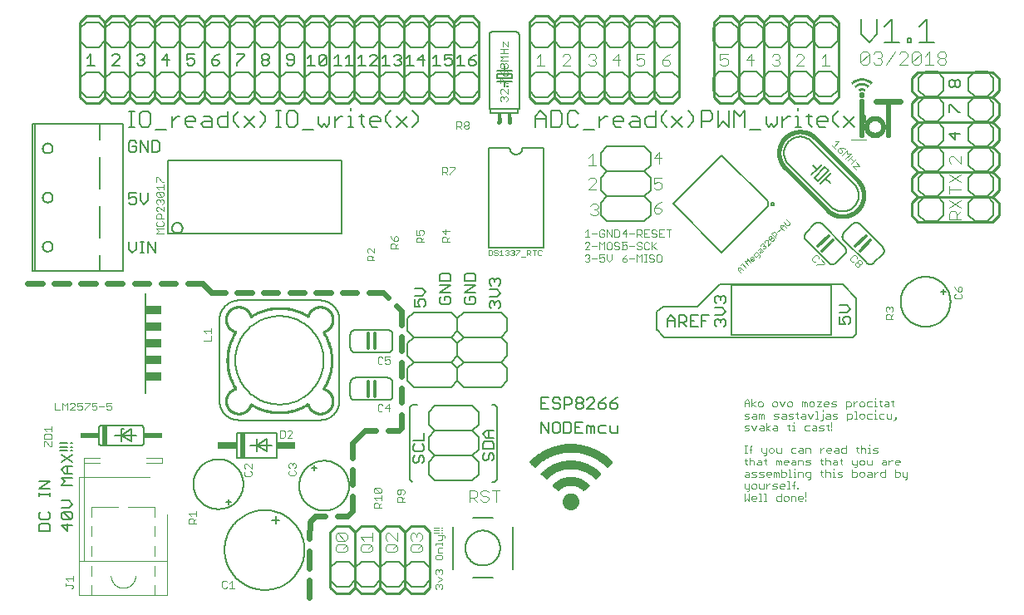
<source format=gto>
G75*
%MOIN*%
%OFA0B0*%
%FSLAX25Y25*%
%IPPOS*%
%LPD*%
%AMOC8*
5,1,8,0,0,1.08239X$1,22.5*
%
%ADD10C,0.01000*%
%ADD11C,0.00500*%
%ADD12C,0.00700*%
%ADD13C,0.00400*%
%ADD14C,0.00300*%
%ADD15C,0.00600*%
%ADD16C,0.00200*%
%ADD17R,0.00800X0.00100*%
%ADD18R,0.01800X0.00100*%
%ADD19R,0.02400X0.00100*%
%ADD20R,0.02800X0.00100*%
%ADD21R,0.03200X0.00100*%
%ADD22R,0.03600X0.00100*%
%ADD23R,0.03800X0.00100*%
%ADD24R,0.04100X0.00100*%
%ADD25R,0.04400X0.00100*%
%ADD26R,0.04600X0.00100*%
%ADD27R,0.04800X0.00100*%
%ADD28R,0.05000X0.00100*%
%ADD29R,0.05100X0.00100*%
%ADD30R,0.05200X0.00100*%
%ADD31R,0.05400X0.00100*%
%ADD32R,0.05600X0.00100*%
%ADD33R,0.05800X0.00100*%
%ADD34R,0.06000X0.00100*%
%ADD35R,0.06100X0.00100*%
%ADD36R,0.06200X0.00100*%
%ADD37R,0.06300X0.00100*%
%ADD38R,0.06400X0.00100*%
%ADD39R,0.06600X0.00100*%
%ADD40R,0.04200X0.00100*%
%ADD41R,0.04000X0.00100*%
%ADD42R,0.03100X0.00100*%
%ADD43R,0.02200X0.00100*%
%ADD44R,0.01600X0.00100*%
%ADD45R,0.00200X0.00100*%
%ADD46R,0.00400X0.00100*%
%ADD47R,0.00600X0.00100*%
%ADD48R,0.00900X0.00100*%
%ADD49R,0.01100X0.00100*%
%ADD50R,0.01300X0.00100*%
%ADD51R,0.01500X0.00100*%
%ADD52R,0.01700X0.00100*%
%ADD53R,0.02000X0.00100*%
%ADD54R,0.02300X0.00100*%
%ADD55R,0.02500X0.00100*%
%ADD56R,0.03000X0.00100*%
%ADD57R,0.03300X0.00100*%
%ADD58R,0.03700X0.00100*%
%ADD59R,0.04300X0.00100*%
%ADD60R,0.04700X0.00100*%
%ADD61R,0.05500X0.00100*%
%ADD62R,0.06500X0.00100*%
%ADD63R,0.14800X0.00100*%
%ADD64R,0.14600X0.00100*%
%ADD65R,0.14400X0.00100*%
%ADD66R,0.14200X0.00100*%
%ADD67R,0.14000X0.00100*%
%ADD68R,0.13800X0.00100*%
%ADD69R,0.13600X0.00100*%
%ADD70R,0.13400X0.00100*%
%ADD71R,0.13200X0.00100*%
%ADD72R,0.13000X0.00100*%
%ADD73R,0.12600X0.00100*%
%ADD74R,0.12400X0.00100*%
%ADD75R,0.12200X0.00100*%
%ADD76R,0.12000X0.00100*%
%ADD77R,0.11600X0.00100*%
%ADD78R,0.11400X0.00100*%
%ADD79R,0.11100X0.00100*%
%ADD80R,0.10800X0.00100*%
%ADD81R,0.10600X0.00100*%
%ADD82R,0.10200X0.00100*%
%ADD83R,0.09800X0.00100*%
%ADD84R,0.09400X0.00100*%
%ADD85R,0.09000X0.00100*%
%ADD86R,0.08800X0.00100*%
%ADD87R,0.08400X0.00100*%
%ADD88R,0.07800X0.00100*%
%ADD89R,0.00300X0.00100*%
%ADD90R,0.07400X0.00100*%
%ADD91R,0.00500X0.00100*%
%ADD92R,0.00700X0.00100*%
%ADD93R,0.06800X0.00100*%
%ADD94R,0.02900X0.00100*%
%ADD95R,0.02700X0.00100*%
%ADD96R,0.03400X0.00100*%
%ADD97R,0.03900X0.00100*%
%ADD98R,0.04900X0.00100*%
%ADD99R,0.05300X0.00100*%
%ADD100R,0.05700X0.00100*%
%ADD101R,0.05900X0.00100*%
%ADD102R,0.06700X0.00100*%
%ADD103R,0.06900X0.00100*%
%ADD104R,0.07100X0.00100*%
%ADD105R,0.07200X0.00100*%
%ADD106R,0.07500X0.00100*%
%ADD107R,0.07900X0.00100*%
%ADD108R,0.19600X0.00100*%
%ADD109R,0.19400X0.00100*%
%ADD110R,0.19000X0.00100*%
%ADD111R,0.18800X0.00100*%
%ADD112R,0.18400X0.00100*%
%ADD113R,0.18200X0.00100*%
%ADD114R,0.17800X0.00100*%
%ADD115R,0.17600X0.00100*%
%ADD116R,0.01000X0.00100*%
%ADD117R,0.17200X0.00100*%
%ADD118R,0.01200X0.00100*%
%ADD119R,0.16800X0.00100*%
%ADD120R,0.01400X0.00100*%
%ADD121R,0.16600X0.00100*%
%ADD122R,0.16200X0.00100*%
%ADD123R,0.15800X0.00100*%
%ADD124R,0.15400X0.00100*%
%ADD125R,0.15000X0.00100*%
%ADD126R,0.04500X0.00100*%
%ADD127R,0.09600X0.00100*%
%ADD128R,0.08200X0.00100*%
%ADD129R,0.07000X0.00100*%
%ADD130R,0.07300X0.00100*%
%ADD131R,0.07700X0.00100*%
%ADD132R,0.08500X0.00100*%
%ADD133R,0.08900X0.00100*%
%ADD134R,0.09300X0.00100*%
%ADD135R,0.10100X0.00100*%
%ADD136R,0.10000X0.00100*%
%ADD137R,0.23600X0.00100*%
%ADD138R,0.23200X0.00100*%
%ADD139R,0.22800X0.00100*%
%ADD140R,0.22500X0.00100*%
%ADD141R,0.22200X0.00100*%
%ADD142R,0.21800X0.00100*%
%ADD143R,0.21400X0.00100*%
%ADD144R,0.21000X0.00100*%
%ADD145R,0.20600X0.00100*%
%ADD146R,0.20200X0.00100*%
%ADD147R,0.19800X0.00100*%
%ADD148R,0.18900X0.00100*%
%ADD149R,0.18000X0.00100*%
%ADD150R,0.17500X0.00100*%
%ADD151R,0.17000X0.00100*%
%ADD152R,0.16400X0.00100*%
%ADD153R,0.16000X0.00100*%
%ADD154R,0.12800X0.00100*%
%ADD155R,0.01900X0.00100*%
%ADD156C,0.02400*%
%ADD157C,0.00000*%
%ADD158R,0.03500X0.00100*%
%ADD159R,0.02100X0.00100*%
%ADD160R,0.02600X0.00100*%
%ADD161R,0.11000X0.00100*%
%ADD162R,0.11200X0.00100*%
%ADD163R,0.11500X0.00100*%
%ADD164R,0.11700X0.00100*%
%ADD165R,0.11800X0.00100*%
%ADD166R,0.11300X0.00100*%
%ADD167R,0.10700X0.00100*%
%ADD168R,0.10300X0.00100*%
%ADD169C,0.00800*%
%ADD170R,0.02000X0.08000*%
%ADD171R,0.07500X0.02000*%
%ADD172C,0.00394*%
%ADD173R,0.06600X0.03800*%
%ADD174C,0.00080*%
%ADD175R,0.02000X0.10000*%
%ADD176R,0.07500X0.03000*%
%ADD177C,0.01600*%
%ADD178R,0.01600X0.02300*%
%ADD179C,0.01200*%
D10*
X0144828Y0040723D02*
X0144828Y0062923D01*
X0147328Y0065423D01*
X0152328Y0065423D01*
X0154828Y0062923D01*
X0154828Y0040723D01*
X0157328Y0038223D01*
X0162328Y0038223D01*
X0164828Y0040723D01*
X0164828Y0062923D01*
X0167328Y0065423D01*
X0172328Y0065423D01*
X0174828Y0062923D01*
X0174828Y0040723D01*
X0177328Y0038223D01*
X0182328Y0038223D01*
X0179828Y0038223D01*
X0182328Y0038223D02*
X0184828Y0040723D01*
X0184828Y0062923D01*
X0182328Y0065423D01*
X0177328Y0065423D01*
X0174828Y0062923D01*
X0174828Y0040723D01*
X0172328Y0038223D01*
X0169828Y0038223D01*
X0167328Y0038223D01*
X0164828Y0040723D01*
X0164828Y0062923D01*
X0162328Y0065423D01*
X0157328Y0065423D01*
X0154828Y0062923D01*
X0154828Y0040723D01*
X0152328Y0038223D01*
X0147328Y0038223D01*
X0144828Y0040723D01*
X0144828Y0062923D01*
X0169828Y0038223D02*
X0172328Y0038223D01*
X0377928Y0189923D02*
X0380428Y0187423D01*
X0410428Y0187423D01*
X0412928Y0189923D01*
X0412928Y0192423D01*
X0412928Y0194923D01*
X0412928Y0192423D01*
X0412928Y0194923D02*
X0410428Y0197423D01*
X0380428Y0197423D01*
X0377928Y0199923D01*
X0377928Y0204923D01*
X0380428Y0207423D01*
X0410428Y0207423D01*
X0412928Y0209923D01*
X0412928Y0214923D01*
X0410428Y0217423D01*
X0380428Y0217423D01*
X0377928Y0219923D01*
X0377928Y0224923D01*
X0380428Y0227423D01*
X0410428Y0227423D01*
X0412928Y0229923D01*
X0412928Y0232423D01*
X0412928Y0234923D01*
X0412928Y0232423D01*
X0412928Y0234923D02*
X0410428Y0237423D01*
X0380428Y0237423D01*
X0377928Y0239923D01*
X0377928Y0244923D01*
X0380428Y0247423D01*
X0410428Y0247423D01*
X0412928Y0244923D01*
X0412928Y0239923D01*
X0410428Y0237423D01*
X0380428Y0237423D01*
X0377928Y0234923D01*
X0377928Y0229923D01*
X0380428Y0227423D01*
X0410428Y0227423D01*
X0412928Y0224923D01*
X0412928Y0219923D01*
X0410428Y0217423D01*
X0380428Y0217423D01*
X0377928Y0214923D01*
X0377928Y0209923D01*
X0380428Y0207423D01*
X0410428Y0207423D01*
X0412928Y0204923D01*
X0412928Y0199923D01*
X0410428Y0197423D01*
X0380428Y0197423D01*
X0377928Y0194923D01*
X0377928Y0189923D01*
X0380428Y0187423D02*
X0410428Y0187423D01*
X0412928Y0202423D02*
X0412928Y0204923D01*
X0412928Y0242423D02*
X0412928Y0244923D01*
X0348528Y0237423D02*
X0346028Y0234923D01*
X0341028Y0234923D01*
X0338528Y0237423D01*
X0336028Y0234923D01*
X0333528Y0234923D01*
X0331028Y0234923D01*
X0328528Y0237423D01*
X0328528Y0267423D01*
X0331028Y0269923D01*
X0336028Y0269923D01*
X0338528Y0267423D01*
X0341028Y0269923D01*
X0346028Y0269923D01*
X0348528Y0267423D01*
X0348528Y0237423D01*
X0346028Y0234923D02*
X0343528Y0234923D01*
X0338528Y0237423D02*
X0338528Y0267423D01*
X0328528Y0267423D02*
X0328528Y0237423D01*
X0326028Y0234923D01*
X0321028Y0234923D01*
X0318528Y0237423D01*
X0318528Y0267423D01*
X0321028Y0269923D01*
X0326028Y0269923D01*
X0328528Y0267423D01*
X0318528Y0267423D02*
X0318528Y0237423D01*
X0316028Y0234923D01*
X0311028Y0234923D01*
X0308528Y0237423D01*
X0308528Y0267423D01*
X0311028Y0269923D01*
X0316028Y0269923D01*
X0318528Y0267423D01*
X0308528Y0267423D02*
X0308528Y0237423D01*
X0306028Y0234923D01*
X0301028Y0234923D01*
X0298528Y0237423D01*
X0298528Y0267423D01*
X0301028Y0269923D01*
X0306028Y0269923D01*
X0308528Y0267423D01*
X0298528Y0267423D02*
X0298528Y0237423D01*
X0303528Y0234923D02*
X0306028Y0234923D01*
X0284628Y0237323D02*
X0282128Y0234823D01*
X0277128Y0234823D01*
X0274628Y0237323D01*
X0274628Y0267323D01*
X0277128Y0269823D01*
X0282128Y0269823D01*
X0284628Y0267323D01*
X0284628Y0237323D01*
X0282128Y0234823D02*
X0279628Y0234823D01*
X0274628Y0237323D02*
X0272128Y0234823D01*
X0269628Y0234823D01*
X0267128Y0234823D01*
X0264628Y0237323D01*
X0264628Y0267323D01*
X0267128Y0269823D01*
X0272128Y0269823D01*
X0274628Y0267323D01*
X0274628Y0237323D01*
X0272128Y0234823D02*
X0269628Y0234823D01*
X0264628Y0237323D02*
X0262128Y0234823D01*
X0257128Y0234823D01*
X0254628Y0237323D01*
X0254628Y0267323D01*
X0257128Y0269823D01*
X0262128Y0269823D01*
X0264628Y0267323D01*
X0264628Y0237323D01*
X0254628Y0237323D02*
X0252128Y0234823D01*
X0247128Y0234823D01*
X0244628Y0237323D01*
X0244628Y0267323D01*
X0247128Y0269823D01*
X0252128Y0269823D01*
X0254628Y0267323D01*
X0254628Y0237323D01*
X0244628Y0237323D02*
X0242128Y0234823D01*
X0237128Y0234823D01*
X0234628Y0237323D01*
X0234628Y0267323D01*
X0237128Y0269823D01*
X0242128Y0269823D01*
X0244628Y0267323D01*
X0244628Y0237323D01*
X0242128Y0234823D02*
X0239628Y0234823D01*
X0234628Y0237323D02*
X0232128Y0234823D01*
X0229628Y0234823D01*
X0227128Y0234823D01*
X0224628Y0237323D01*
X0224628Y0267323D01*
X0227128Y0269823D01*
X0232128Y0269823D01*
X0234628Y0267323D01*
X0234628Y0237323D01*
X0232128Y0234823D02*
X0229628Y0234823D01*
X0224628Y0237323D02*
X0224628Y0267323D01*
X0204428Y0267323D02*
X0204428Y0237323D01*
X0201928Y0234823D01*
X0196928Y0234823D01*
X0194428Y0237323D01*
X0194428Y0267323D01*
X0196928Y0269823D01*
X0201928Y0269823D01*
X0204428Y0267323D01*
X0194428Y0267323D02*
X0194428Y0237323D01*
X0191928Y0234823D01*
X0189428Y0234823D01*
X0186928Y0234823D01*
X0184428Y0237323D01*
X0184428Y0267323D01*
X0186928Y0269823D01*
X0191928Y0269823D01*
X0194428Y0267323D01*
X0184428Y0267323D02*
X0184428Y0237323D01*
X0181928Y0234823D01*
X0176928Y0234823D01*
X0174428Y0237323D01*
X0174428Y0267323D01*
X0176928Y0269823D01*
X0181928Y0269823D01*
X0184428Y0267323D01*
X0174428Y0267323D02*
X0174428Y0237323D01*
X0171928Y0234823D01*
X0166928Y0234823D01*
X0164428Y0237323D01*
X0164428Y0267323D01*
X0166928Y0269823D01*
X0171928Y0269823D01*
X0174428Y0267323D01*
X0164428Y0267323D02*
X0164428Y0237323D01*
X0161928Y0234823D01*
X0156928Y0234823D01*
X0154428Y0237323D01*
X0154428Y0267323D01*
X0156928Y0269823D01*
X0161928Y0269823D01*
X0164428Y0267323D01*
X0154428Y0267323D02*
X0154428Y0237323D01*
X0151928Y0234823D01*
X0149428Y0234823D01*
X0146928Y0234823D01*
X0144428Y0237323D01*
X0144428Y0267323D01*
X0146928Y0269823D01*
X0151928Y0269823D01*
X0154428Y0267323D01*
X0144428Y0267323D02*
X0144428Y0237323D01*
X0141928Y0234823D01*
X0136928Y0234823D01*
X0134428Y0237323D01*
X0134428Y0267323D01*
X0136928Y0269823D01*
X0141928Y0269823D01*
X0144428Y0267323D01*
X0134428Y0267323D02*
X0134428Y0237323D01*
X0131928Y0234823D01*
X0126928Y0234823D01*
X0124428Y0237323D01*
X0124428Y0267323D01*
X0126928Y0269823D01*
X0131928Y0269823D01*
X0134428Y0267323D01*
X0124428Y0267323D02*
X0124428Y0237323D01*
X0121928Y0234823D01*
X0116928Y0234823D01*
X0114428Y0237323D01*
X0114428Y0267323D01*
X0116928Y0269823D01*
X0121928Y0269823D01*
X0124428Y0267323D01*
X0114428Y0267323D02*
X0114428Y0237323D01*
X0111928Y0234823D01*
X0109428Y0234823D01*
X0106928Y0234823D01*
X0104428Y0237323D01*
X0104428Y0267323D01*
X0106928Y0269823D01*
X0111928Y0269823D01*
X0114428Y0267323D01*
X0104428Y0267323D02*
X0104428Y0237323D01*
X0101928Y0234823D01*
X0096928Y0234823D01*
X0094428Y0237323D01*
X0094428Y0267323D01*
X0096928Y0269823D01*
X0101928Y0269823D01*
X0104428Y0267323D01*
X0094428Y0267323D02*
X0094428Y0237323D01*
X0091928Y0234823D01*
X0086928Y0234823D01*
X0084428Y0237323D01*
X0084428Y0267323D01*
X0086928Y0269823D01*
X0091928Y0269823D01*
X0094428Y0267323D01*
X0084428Y0267323D02*
X0084428Y0237323D01*
X0081928Y0234823D01*
X0076928Y0234823D01*
X0074428Y0237323D01*
X0074428Y0267323D01*
X0076928Y0269823D01*
X0081928Y0269823D01*
X0084428Y0267323D01*
X0074428Y0267323D02*
X0074428Y0237323D01*
X0071928Y0234823D01*
X0069428Y0234823D01*
X0066928Y0234823D01*
X0064428Y0237323D01*
X0064428Y0267323D01*
X0066928Y0269823D01*
X0071928Y0269823D01*
X0074428Y0267323D01*
X0064428Y0267323D02*
X0064428Y0237323D01*
X0061928Y0234823D01*
X0056928Y0234823D01*
X0054428Y0237323D01*
X0054428Y0267323D01*
X0056928Y0269823D01*
X0061928Y0269823D01*
X0064428Y0267323D01*
X0054428Y0267323D02*
X0054428Y0237323D01*
X0051928Y0234823D01*
X0046928Y0234823D01*
X0044428Y0237323D01*
X0044428Y0267323D01*
X0046928Y0269823D01*
X0051928Y0269823D01*
X0054428Y0267323D01*
X0069428Y0234823D02*
X0071928Y0234823D01*
X0079428Y0234823D02*
X0081928Y0234823D01*
X0109428Y0234823D02*
X0111928Y0234823D01*
X0119428Y0234823D02*
X0121928Y0234823D01*
X0149428Y0234823D02*
X0151928Y0234823D01*
X0159428Y0234823D02*
X0161928Y0234823D01*
X0189428Y0234823D02*
X0191928Y0234823D01*
X0199428Y0234823D02*
X0201928Y0234823D01*
X0333528Y0234923D02*
X0336028Y0234923D01*
D11*
X0392975Y0234375D02*
X0392975Y0231373D01*
X0392975Y0234375D02*
X0393725Y0234375D01*
X0396728Y0231373D01*
X0397478Y0231373D01*
X0395226Y0223375D02*
X0395226Y0220373D01*
X0392975Y0222625D01*
X0397478Y0222625D01*
X0396728Y0241373D02*
X0395977Y0241373D01*
X0395226Y0242123D01*
X0395226Y0243625D01*
X0395977Y0244375D01*
X0396728Y0244375D01*
X0397478Y0243625D01*
X0397478Y0242123D01*
X0396728Y0241373D01*
X0395226Y0242123D02*
X0394476Y0241373D01*
X0393725Y0241373D01*
X0392975Y0242123D01*
X0392975Y0243625D01*
X0393725Y0244375D01*
X0394476Y0244375D01*
X0395226Y0243625D01*
X0303478Y0156833D02*
X0302728Y0157583D01*
X0301977Y0157583D01*
X0301226Y0156833D01*
X0301226Y0156082D01*
X0301226Y0156833D02*
X0300476Y0157583D01*
X0299725Y0157583D01*
X0298975Y0156833D01*
X0298975Y0155331D01*
X0299725Y0154581D01*
X0298975Y0152979D02*
X0301977Y0152979D01*
X0303478Y0151478D01*
X0301977Y0149977D01*
X0298975Y0149977D01*
X0299725Y0148375D02*
X0300476Y0148375D01*
X0301226Y0147625D01*
X0301977Y0148375D01*
X0302728Y0148375D01*
X0303478Y0147625D01*
X0303478Y0146123D01*
X0302728Y0145373D01*
X0301226Y0146874D02*
X0301226Y0147625D01*
X0299725Y0148375D02*
X0298975Y0147625D01*
X0298975Y0146123D01*
X0299725Y0145373D01*
X0295291Y0147625D02*
X0293790Y0147625D01*
X0293790Y0145373D02*
X0293790Y0149877D01*
X0296793Y0149877D01*
X0292189Y0149877D02*
X0289186Y0149877D01*
X0289186Y0145373D01*
X0292189Y0145373D01*
X0290687Y0147625D02*
X0289186Y0147625D01*
X0287585Y0147625D02*
X0286834Y0146874D01*
X0284582Y0146874D01*
X0284582Y0145373D02*
X0284582Y0149877D01*
X0286834Y0149877D01*
X0287585Y0149126D01*
X0287585Y0147625D01*
X0286084Y0146874D02*
X0287585Y0145373D01*
X0282981Y0145373D02*
X0282981Y0148375D01*
X0281480Y0149877D01*
X0279978Y0148375D01*
X0279978Y0145373D01*
X0279978Y0147625D02*
X0282981Y0147625D01*
X0302728Y0154581D02*
X0303478Y0155331D01*
X0303478Y0156833D01*
X0348975Y0153979D02*
X0351977Y0153979D01*
X0353478Y0152478D01*
X0351977Y0150977D01*
X0348975Y0150977D01*
X0348975Y0149375D02*
X0348975Y0146373D01*
X0351226Y0146373D01*
X0350476Y0147874D01*
X0350476Y0148625D01*
X0351226Y0149375D01*
X0352728Y0149375D01*
X0353478Y0148625D01*
X0353478Y0147123D01*
X0352728Y0146373D01*
X0260004Y0116877D02*
X0258503Y0116126D01*
X0257002Y0114625D01*
X0259254Y0114625D01*
X0260004Y0113874D01*
X0260004Y0113123D01*
X0259254Y0112373D01*
X0257753Y0112373D01*
X0257002Y0113123D01*
X0257002Y0114625D01*
X0255401Y0113874D02*
X0254650Y0114625D01*
X0252398Y0114625D01*
X0252398Y0113123D01*
X0253149Y0112373D01*
X0254650Y0112373D01*
X0255401Y0113123D01*
X0255401Y0113874D01*
X0253899Y0116126D02*
X0252398Y0114625D01*
X0250797Y0115375D02*
X0250797Y0116126D01*
X0250046Y0116877D01*
X0248545Y0116877D01*
X0247794Y0116126D01*
X0246193Y0116126D02*
X0246193Y0115375D01*
X0245442Y0114625D01*
X0243941Y0114625D01*
X0243190Y0115375D01*
X0243190Y0116126D01*
X0243941Y0116877D01*
X0245442Y0116877D01*
X0246193Y0116126D01*
X0245442Y0114625D02*
X0246193Y0113874D01*
X0246193Y0113123D01*
X0245442Y0112373D01*
X0243941Y0112373D01*
X0243190Y0113123D01*
X0243190Y0113874D01*
X0243941Y0114625D01*
X0241589Y0114625D02*
X0240838Y0113874D01*
X0238586Y0113874D01*
X0238586Y0112373D02*
X0238586Y0116877D01*
X0240838Y0116877D01*
X0241589Y0116126D01*
X0241589Y0114625D01*
X0236985Y0113874D02*
X0236985Y0113123D01*
X0236234Y0112373D01*
X0234733Y0112373D01*
X0233982Y0113123D01*
X0234733Y0114625D02*
X0233982Y0115375D01*
X0233982Y0116126D01*
X0234733Y0116877D01*
X0236234Y0116877D01*
X0236985Y0116126D01*
X0236234Y0114625D02*
X0236985Y0113874D01*
X0236234Y0114625D02*
X0234733Y0114625D01*
X0232381Y0116877D02*
X0229378Y0116877D01*
X0229378Y0112373D01*
X0232381Y0112373D01*
X0230880Y0114625D02*
X0229378Y0114625D01*
X0229278Y0107077D02*
X0232281Y0102573D01*
X0232281Y0107077D01*
X0233882Y0106326D02*
X0233882Y0103323D01*
X0234633Y0102573D01*
X0236134Y0102573D01*
X0236885Y0103323D01*
X0236885Y0106326D01*
X0236134Y0107077D01*
X0234633Y0107077D01*
X0233882Y0106326D01*
X0229278Y0107077D02*
X0229278Y0102573D01*
X0238486Y0102573D02*
X0240738Y0102573D01*
X0241489Y0103323D01*
X0241489Y0106326D01*
X0240738Y0107077D01*
X0238486Y0107077D01*
X0238486Y0102573D01*
X0243090Y0102573D02*
X0243090Y0107077D01*
X0246093Y0107077D01*
X0247694Y0105575D02*
X0248445Y0105575D01*
X0249195Y0104825D01*
X0249946Y0105575D01*
X0250697Y0104825D01*
X0250697Y0102573D01*
X0249195Y0102573D02*
X0249195Y0104825D01*
X0247694Y0105575D02*
X0247694Y0102573D01*
X0246093Y0102573D02*
X0243090Y0102573D01*
X0243090Y0104825D02*
X0244591Y0104825D01*
X0252298Y0104825D02*
X0253049Y0105575D01*
X0255301Y0105575D01*
X0256902Y0105575D02*
X0256902Y0103323D01*
X0257653Y0102573D01*
X0259904Y0102573D01*
X0259904Y0105575D01*
X0255301Y0102573D02*
X0253049Y0102573D01*
X0252298Y0103323D01*
X0252298Y0104825D01*
X0250797Y0112373D02*
X0247794Y0112373D01*
X0250797Y0115375D01*
X0253899Y0116126D02*
X0255401Y0116877D01*
X0210478Y0103771D02*
X0207476Y0103771D01*
X0205975Y0102270D01*
X0207476Y0100769D01*
X0210478Y0100769D01*
X0209728Y0099167D02*
X0206725Y0099167D01*
X0205975Y0098417D01*
X0205975Y0096165D01*
X0210478Y0096165D01*
X0210478Y0098417D01*
X0209728Y0099167D01*
X0208226Y0100769D02*
X0208226Y0103771D01*
X0208977Y0094564D02*
X0209728Y0094564D01*
X0210478Y0093813D01*
X0210478Y0092312D01*
X0209728Y0091561D01*
X0208226Y0092312D02*
X0208226Y0093813D01*
X0208977Y0094564D01*
X0206725Y0094564D02*
X0205975Y0093813D01*
X0205975Y0092312D01*
X0206725Y0091561D01*
X0207476Y0091561D01*
X0208226Y0092312D01*
X0182478Y0092813D02*
X0182478Y0091312D01*
X0181728Y0090561D01*
X0180226Y0091312D02*
X0180226Y0092813D01*
X0180977Y0093564D01*
X0181728Y0093564D01*
X0182478Y0092813D01*
X0181728Y0095165D02*
X0182478Y0095916D01*
X0182478Y0097417D01*
X0181728Y0098167D01*
X0182478Y0099769D02*
X0177975Y0099769D01*
X0178725Y0098167D02*
X0177975Y0097417D01*
X0177975Y0095916D01*
X0178725Y0095165D01*
X0181728Y0095165D01*
X0178725Y0093564D02*
X0177975Y0092813D01*
X0177975Y0091312D01*
X0178725Y0090561D01*
X0179476Y0090561D01*
X0180226Y0091312D01*
X0182478Y0099769D02*
X0182478Y0102771D01*
X0182328Y0153165D02*
X0183078Y0153916D01*
X0183078Y0155417D01*
X0182328Y0156167D01*
X0180826Y0156167D01*
X0180076Y0155417D01*
X0180076Y0154666D01*
X0180826Y0153165D01*
X0178575Y0153165D01*
X0178575Y0156167D01*
X0178575Y0157769D02*
X0181577Y0157769D01*
X0183078Y0159270D01*
X0181577Y0160771D01*
X0178575Y0160771D01*
X0188575Y0161979D02*
X0193078Y0161979D01*
X0188575Y0158977D01*
X0193078Y0158977D01*
X0192328Y0157375D02*
X0190826Y0157375D01*
X0190826Y0155874D01*
X0189325Y0154373D02*
X0192328Y0154373D01*
X0193078Y0155123D01*
X0193078Y0156625D01*
X0192328Y0157375D01*
X0189325Y0157375D02*
X0188575Y0156625D01*
X0188575Y0155123D01*
X0189325Y0154373D01*
X0188575Y0163581D02*
X0188575Y0165833D01*
X0189325Y0166583D01*
X0192328Y0166583D01*
X0193078Y0165833D01*
X0193078Y0163581D01*
X0188575Y0163581D01*
X0198575Y0163581D02*
X0198575Y0165833D01*
X0199325Y0166583D01*
X0202328Y0166583D01*
X0203078Y0165833D01*
X0203078Y0163581D01*
X0198575Y0163581D01*
X0198575Y0161979D02*
X0203078Y0161979D01*
X0198575Y0158977D01*
X0203078Y0158977D01*
X0202328Y0157375D02*
X0200826Y0157375D01*
X0200826Y0155874D01*
X0199325Y0154373D02*
X0202328Y0154373D01*
X0203078Y0155123D01*
X0203078Y0156625D01*
X0202328Y0157375D01*
X0199325Y0157375D02*
X0198575Y0156625D01*
X0198575Y0155123D01*
X0199325Y0154373D01*
X0208575Y0154813D02*
X0208575Y0153312D01*
X0209325Y0152561D01*
X0210826Y0154062D02*
X0210826Y0154813D01*
X0211577Y0155564D01*
X0212328Y0155564D01*
X0213078Y0154813D01*
X0213078Y0153312D01*
X0212328Y0152561D01*
X0210826Y0154813D02*
X0210076Y0155564D01*
X0209325Y0155564D01*
X0208575Y0154813D01*
X0208575Y0157165D02*
X0211577Y0157165D01*
X0213078Y0158666D01*
X0211577Y0160167D01*
X0208575Y0160167D01*
X0209325Y0161769D02*
X0208575Y0162519D01*
X0208575Y0164021D01*
X0209325Y0164771D01*
X0210076Y0164771D01*
X0210826Y0164021D01*
X0211577Y0164771D01*
X0212328Y0164771D01*
X0213078Y0164021D01*
X0213078Y0162519D01*
X0212328Y0161769D01*
X0210826Y0163270D02*
X0210826Y0164021D01*
X0140738Y0155838D02*
X0108061Y0155838D01*
X0074654Y0174973D02*
X0074654Y0179477D01*
X0071652Y0179477D02*
X0074654Y0174973D01*
X0071652Y0174973D02*
X0071652Y0179477D01*
X0070084Y0179477D02*
X0068582Y0179477D01*
X0069333Y0179477D02*
X0069333Y0174973D01*
X0068582Y0174973D02*
X0070084Y0174973D01*
X0066981Y0176474D02*
X0066981Y0179477D01*
X0063978Y0179477D02*
X0063978Y0176474D01*
X0065480Y0174973D01*
X0066981Y0176474D01*
X0066230Y0194373D02*
X0064729Y0194373D01*
X0063978Y0195123D01*
X0063978Y0196625D02*
X0065480Y0197375D01*
X0066230Y0197375D01*
X0066981Y0196625D01*
X0066981Y0195123D01*
X0066230Y0194373D01*
X0068582Y0195874D02*
X0070084Y0194373D01*
X0071585Y0195874D01*
X0071585Y0198877D01*
X0068582Y0198877D02*
X0068582Y0195874D01*
X0066981Y0198877D02*
X0063978Y0198877D01*
X0063978Y0196625D01*
X0064729Y0215373D02*
X0066230Y0215373D01*
X0066981Y0216123D01*
X0066981Y0217625D01*
X0065480Y0217625D01*
X0066981Y0219126D02*
X0066230Y0219877D01*
X0064729Y0219877D01*
X0063978Y0219126D01*
X0063978Y0216123D01*
X0064729Y0215373D01*
X0068582Y0215373D02*
X0068582Y0219877D01*
X0071585Y0215373D01*
X0071585Y0219877D01*
X0073186Y0219877D02*
X0075438Y0219877D01*
X0076189Y0219126D01*
X0076189Y0216123D01*
X0075438Y0215373D01*
X0073186Y0215373D01*
X0073186Y0219877D01*
X0069430Y0250073D02*
X0067929Y0250073D01*
X0067178Y0250823D01*
X0068680Y0252325D02*
X0069430Y0252325D01*
X0070181Y0251574D01*
X0070181Y0250823D01*
X0069430Y0250073D01*
X0069430Y0252325D02*
X0070181Y0253075D01*
X0070181Y0253826D01*
X0069430Y0254577D01*
X0067929Y0254577D01*
X0067178Y0253826D01*
X0060181Y0253826D02*
X0060181Y0253075D01*
X0057178Y0250073D01*
X0060181Y0250073D01*
X0060181Y0253826D02*
X0059430Y0254577D01*
X0057929Y0254577D01*
X0057178Y0253826D01*
X0050181Y0250073D02*
X0047178Y0250073D01*
X0048680Y0250073D02*
X0048680Y0254577D01*
X0047178Y0253075D01*
X0077178Y0252325D02*
X0080181Y0252325D01*
X0079430Y0254577D02*
X0077178Y0252325D01*
X0079430Y0250073D02*
X0079430Y0254577D01*
X0087178Y0254577D02*
X0087178Y0252325D01*
X0088680Y0253075D01*
X0089430Y0253075D01*
X0090181Y0252325D01*
X0090181Y0250823D01*
X0089430Y0250073D01*
X0087929Y0250073D01*
X0087178Y0250823D01*
X0087178Y0254577D02*
X0090181Y0254577D01*
X0097178Y0252325D02*
X0099430Y0252325D01*
X0100181Y0251574D01*
X0100181Y0250823D01*
X0099430Y0250073D01*
X0097929Y0250073D01*
X0097178Y0250823D01*
X0097178Y0252325D01*
X0098680Y0253826D01*
X0100181Y0254577D01*
X0107178Y0254577D02*
X0110181Y0254577D01*
X0110181Y0253826D01*
X0107178Y0250823D01*
X0107178Y0250073D01*
X0117178Y0250823D02*
X0117178Y0251574D01*
X0117929Y0252325D01*
X0119430Y0252325D01*
X0120181Y0251574D01*
X0120181Y0250823D01*
X0119430Y0250073D01*
X0117929Y0250073D01*
X0117178Y0250823D01*
X0117929Y0252325D02*
X0117178Y0253075D01*
X0117178Y0253826D01*
X0117929Y0254577D01*
X0119430Y0254577D01*
X0120181Y0253826D01*
X0120181Y0253075D01*
X0119430Y0252325D01*
X0127178Y0253075D02*
X0127929Y0252325D01*
X0130181Y0252325D01*
X0130181Y0253826D02*
X0130181Y0250823D01*
X0129430Y0250073D01*
X0127929Y0250073D01*
X0127178Y0250823D01*
X0127178Y0253075D02*
X0127178Y0253826D01*
X0127929Y0254577D01*
X0129430Y0254577D01*
X0130181Y0253826D01*
X0135578Y0252975D02*
X0137080Y0254477D01*
X0137080Y0249973D01*
X0138581Y0249973D02*
X0135578Y0249973D01*
X0140182Y0250723D02*
X0143185Y0253726D01*
X0143185Y0250723D01*
X0142434Y0249973D01*
X0140933Y0249973D01*
X0140182Y0250723D01*
X0140182Y0253726D01*
X0140933Y0254477D01*
X0142434Y0254477D01*
X0143185Y0253726D01*
X0146378Y0252975D02*
X0147880Y0254477D01*
X0147880Y0249973D01*
X0149381Y0249973D02*
X0146378Y0249973D01*
X0150982Y0249973D02*
X0153985Y0249973D01*
X0152484Y0249973D02*
X0152484Y0254477D01*
X0150982Y0252975D01*
X0155978Y0252975D02*
X0157480Y0254477D01*
X0157480Y0249973D01*
X0158981Y0249973D02*
X0155978Y0249973D01*
X0160582Y0249973D02*
X0163585Y0252975D01*
X0163585Y0253726D01*
X0162834Y0254477D01*
X0161333Y0254477D01*
X0160582Y0253726D01*
X0165578Y0252975D02*
X0167080Y0254477D01*
X0167080Y0249973D01*
X0168581Y0249973D02*
X0165578Y0249973D01*
X0163585Y0249973D02*
X0160582Y0249973D01*
X0170182Y0250723D02*
X0170933Y0249973D01*
X0172434Y0249973D01*
X0173185Y0250723D01*
X0173185Y0251474D01*
X0172434Y0252225D01*
X0171684Y0252225D01*
X0172434Y0252225D02*
X0173185Y0252975D01*
X0173185Y0253726D01*
X0172434Y0254477D01*
X0170933Y0254477D01*
X0170182Y0253726D01*
X0175178Y0252975D02*
X0176680Y0254477D01*
X0176680Y0249973D01*
X0178181Y0249973D02*
X0175178Y0249973D01*
X0179782Y0252225D02*
X0182785Y0252225D01*
X0182034Y0254477D02*
X0179782Y0252225D01*
X0182034Y0249973D02*
X0182034Y0254477D01*
X0185978Y0252975D02*
X0187480Y0254477D01*
X0187480Y0249973D01*
X0188981Y0249973D02*
X0185978Y0249973D01*
X0190582Y0250723D02*
X0191333Y0249973D01*
X0192834Y0249973D01*
X0193585Y0250723D01*
X0193585Y0252225D01*
X0192834Y0252975D01*
X0192084Y0252975D01*
X0190582Y0252225D01*
X0190582Y0254477D01*
X0193585Y0254477D01*
X0195578Y0252975D02*
X0197080Y0254477D01*
X0197080Y0249973D01*
X0198581Y0249973D02*
X0195578Y0249973D01*
X0200182Y0250723D02*
X0200933Y0249973D01*
X0202434Y0249973D01*
X0203185Y0250723D01*
X0203185Y0251474D01*
X0202434Y0252225D01*
X0200182Y0252225D01*
X0200182Y0250723D01*
X0200182Y0252225D02*
X0201684Y0253726D01*
X0203185Y0254477D01*
X0041478Y0098669D02*
X0040728Y0098669D01*
X0039226Y0098669D02*
X0036224Y0098669D01*
X0036224Y0097135D02*
X0039226Y0097135D01*
X0040728Y0097135D02*
X0041478Y0097135D01*
X0041478Y0095600D02*
X0040728Y0095600D01*
X0039226Y0095600D02*
X0036224Y0095600D01*
X0036975Y0093999D02*
X0041478Y0090996D01*
X0041478Y0089395D02*
X0038476Y0089395D01*
X0036975Y0087894D01*
X0038476Y0086392D01*
X0041478Y0086392D01*
X0041478Y0084791D02*
X0036975Y0084791D01*
X0038476Y0083290D01*
X0036975Y0081788D01*
X0041478Y0081788D01*
X0039226Y0086392D02*
X0039226Y0089395D01*
X0036975Y0090996D02*
X0041478Y0093999D01*
X0032478Y0083256D02*
X0027975Y0083256D01*
X0027975Y0080254D02*
X0032478Y0083256D01*
X0032478Y0080254D02*
X0027975Y0080254D01*
X0027975Y0078686D02*
X0027975Y0077185D01*
X0027975Y0077935D02*
X0032478Y0077935D01*
X0032478Y0077185D02*
X0032478Y0078686D01*
X0036975Y0075583D02*
X0039977Y0075583D01*
X0041478Y0074082D01*
X0039977Y0072581D01*
X0036975Y0072581D01*
X0037725Y0070979D02*
X0036975Y0070229D01*
X0036975Y0068727D01*
X0037725Y0067977D01*
X0040728Y0067977D01*
X0037725Y0070979D01*
X0040728Y0070979D01*
X0041478Y0070229D01*
X0041478Y0068727D01*
X0040728Y0067977D01*
X0039226Y0066375D02*
X0039226Y0063373D01*
X0036975Y0065625D01*
X0041478Y0065625D01*
X0032478Y0065625D02*
X0032478Y0063373D01*
X0027975Y0063373D01*
X0027975Y0065625D01*
X0028725Y0066375D01*
X0031728Y0066375D01*
X0032478Y0065625D01*
X0031728Y0067977D02*
X0032478Y0068727D01*
X0032478Y0070229D01*
X0031728Y0070979D01*
X0031728Y0067977D02*
X0028725Y0067977D01*
X0027975Y0068727D01*
X0027975Y0070229D01*
X0028725Y0070979D01*
D12*
X0074821Y0224422D02*
X0079024Y0224422D01*
X0081266Y0225473D02*
X0081266Y0229676D01*
X0081266Y0227575D02*
X0083368Y0229676D01*
X0084419Y0229676D01*
X0086638Y0228625D02*
X0087688Y0229676D01*
X0089790Y0229676D01*
X0090841Y0228625D01*
X0090841Y0227575D01*
X0086638Y0227575D01*
X0086638Y0228625D02*
X0086638Y0226524D01*
X0087688Y0225473D01*
X0089790Y0225473D01*
X0093083Y0226524D02*
X0094134Y0227575D01*
X0097287Y0227575D01*
X0097287Y0228625D02*
X0097287Y0225473D01*
X0094134Y0225473D01*
X0093083Y0226524D01*
X0094134Y0229676D02*
X0096236Y0229676D01*
X0097287Y0228625D01*
X0099529Y0228625D02*
X0099529Y0226524D01*
X0100579Y0225473D01*
X0103732Y0225473D01*
X0103732Y0231778D01*
X0103732Y0229676D02*
X0100579Y0229676D01*
X0099529Y0228625D01*
X0105974Y0227575D02*
X0105974Y0229676D01*
X0108076Y0231778D01*
X0110271Y0229676D02*
X0114475Y0225473D01*
X0116717Y0225473D02*
X0118818Y0227575D01*
X0118818Y0229676D01*
X0116717Y0231778D01*
X0114475Y0229676D02*
X0110271Y0225473D01*
X0108076Y0225473D02*
X0105974Y0227575D01*
X0072579Y0226524D02*
X0072579Y0230727D01*
X0071528Y0231778D01*
X0069426Y0231778D01*
X0068375Y0230727D01*
X0068375Y0226524D01*
X0069426Y0225473D01*
X0071528Y0225473D01*
X0072579Y0226524D01*
X0066180Y0225473D02*
X0064078Y0225473D01*
X0065129Y0225473D02*
X0065129Y0231778D01*
X0064078Y0231778D02*
X0066180Y0231778D01*
D13*
X0227528Y0249923D02*
X0230598Y0249923D01*
X0229063Y0249923D02*
X0229063Y0254527D01*
X0227528Y0252992D01*
X0237928Y0253759D02*
X0238696Y0254527D01*
X0240230Y0254527D01*
X0240998Y0253759D01*
X0240998Y0252992D01*
X0237928Y0249923D01*
X0240998Y0249923D01*
X0248328Y0250690D02*
X0249096Y0249923D01*
X0250630Y0249923D01*
X0251398Y0250690D01*
X0251398Y0251457D01*
X0250630Y0252225D01*
X0249863Y0252225D01*
X0250630Y0252225D02*
X0251398Y0252992D01*
X0251398Y0253759D01*
X0250630Y0254527D01*
X0249096Y0254527D01*
X0248328Y0253759D01*
X0257928Y0252225D02*
X0260998Y0252225D01*
X0260230Y0254527D02*
X0257928Y0252225D01*
X0260230Y0249923D02*
X0260230Y0254527D01*
X0267528Y0254527D02*
X0267528Y0252225D01*
X0269063Y0252992D01*
X0269830Y0252992D01*
X0270598Y0252225D01*
X0270598Y0250690D01*
X0269830Y0249923D01*
X0268296Y0249923D01*
X0267528Y0250690D01*
X0267528Y0254527D02*
X0270598Y0254527D01*
X0277928Y0252225D02*
X0280230Y0252225D01*
X0280998Y0251457D01*
X0280998Y0250690D01*
X0280230Y0249923D01*
X0278696Y0249923D01*
X0277928Y0250690D01*
X0277928Y0252225D01*
X0279463Y0253759D01*
X0280998Y0254527D01*
X0301128Y0254527D02*
X0301128Y0252225D01*
X0302663Y0252992D01*
X0303430Y0252992D01*
X0304198Y0252225D01*
X0304198Y0250690D01*
X0303430Y0249923D01*
X0301896Y0249923D01*
X0301128Y0250690D01*
X0301128Y0254527D02*
X0304198Y0254527D01*
X0311528Y0252225D02*
X0314598Y0252225D01*
X0313830Y0249923D02*
X0313830Y0254527D01*
X0311528Y0252225D01*
X0321928Y0253759D02*
X0322696Y0254527D01*
X0324230Y0254527D01*
X0324998Y0253759D01*
X0324998Y0252992D01*
X0324230Y0252225D01*
X0324998Y0251457D01*
X0324998Y0250690D01*
X0324230Y0249923D01*
X0322696Y0249923D01*
X0321928Y0250690D01*
X0323463Y0252225D02*
X0324230Y0252225D01*
X0331528Y0253759D02*
X0332296Y0254527D01*
X0333830Y0254527D01*
X0334598Y0253759D01*
X0334598Y0252992D01*
X0331528Y0249923D01*
X0334598Y0249923D01*
X0341928Y0249923D02*
X0344998Y0249923D01*
X0343463Y0249923D02*
X0343463Y0254527D01*
X0341928Y0252992D01*
X0357428Y0254660D02*
X0357428Y0251190D01*
X0360898Y0254660D01*
X0360898Y0251190D01*
X0360031Y0250323D01*
X0358296Y0250323D01*
X0357428Y0251190D01*
X0357428Y0254660D02*
X0358296Y0255527D01*
X0360031Y0255527D01*
X0360898Y0254660D01*
X0362585Y0254660D02*
X0363452Y0255527D01*
X0365187Y0255527D01*
X0366054Y0254660D01*
X0366054Y0253792D01*
X0365187Y0252925D01*
X0366054Y0252058D01*
X0366054Y0251190D01*
X0365187Y0250323D01*
X0363452Y0250323D01*
X0362585Y0251190D01*
X0364320Y0252925D02*
X0365187Y0252925D01*
X0367741Y0250323D02*
X0371211Y0255527D01*
X0372898Y0254660D02*
X0373765Y0255527D01*
X0375500Y0255527D01*
X0376367Y0254660D01*
X0376367Y0253792D01*
X0372898Y0250323D01*
X0376367Y0250323D01*
X0378054Y0251190D02*
X0381524Y0254660D01*
X0381524Y0251190D01*
X0380656Y0250323D01*
X0378921Y0250323D01*
X0378054Y0251190D01*
X0378054Y0254660D01*
X0378921Y0255527D01*
X0380656Y0255527D01*
X0381524Y0254660D01*
X0383210Y0253792D02*
X0384945Y0255527D01*
X0384945Y0250323D01*
X0383210Y0250323D02*
X0386680Y0250323D01*
X0388367Y0251190D02*
X0388367Y0252058D01*
X0389234Y0252925D01*
X0390969Y0252925D01*
X0391836Y0252058D01*
X0391836Y0251190D01*
X0390969Y0250323D01*
X0389234Y0250323D01*
X0388367Y0251190D01*
X0389234Y0252925D02*
X0388367Y0253792D01*
X0388367Y0254660D01*
X0389234Y0255527D01*
X0390969Y0255527D01*
X0391836Y0254660D01*
X0391836Y0253792D01*
X0390969Y0252925D01*
X0393792Y0213792D02*
X0393024Y0213025D01*
X0393024Y0211490D01*
X0393792Y0210723D01*
X0393792Y0213792D02*
X0394559Y0213792D01*
X0397628Y0210723D01*
X0397628Y0213792D01*
X0397528Y0206396D02*
X0392924Y0203327D01*
X0392924Y0201792D02*
X0392924Y0198723D01*
X0392924Y0200257D02*
X0397528Y0200257D01*
X0397528Y0203327D02*
X0392924Y0206396D01*
X0393024Y0196096D02*
X0397628Y0193027D01*
X0397628Y0191492D02*
X0396094Y0189957D01*
X0396094Y0190725D02*
X0396094Y0188423D01*
X0397628Y0188423D02*
X0393024Y0188423D01*
X0393024Y0190725D01*
X0393792Y0191492D01*
X0395326Y0191492D01*
X0396094Y0190725D01*
X0393024Y0193027D02*
X0397628Y0196096D01*
X0277598Y0195327D02*
X0276063Y0194559D01*
X0274528Y0193025D01*
X0276830Y0193025D01*
X0277598Y0192257D01*
X0277598Y0191490D01*
X0276830Y0190723D01*
X0275296Y0190723D01*
X0274528Y0191490D01*
X0274528Y0193025D01*
X0275296Y0200323D02*
X0274528Y0201090D01*
X0275296Y0200323D02*
X0276830Y0200323D01*
X0277598Y0201090D01*
X0277598Y0202625D01*
X0276830Y0203392D01*
X0276063Y0203392D01*
X0274528Y0202625D01*
X0274528Y0204927D01*
X0277598Y0204927D01*
X0276830Y0210723D02*
X0276830Y0215327D01*
X0274528Y0213025D01*
X0277598Y0213025D01*
X0251398Y0209923D02*
X0248328Y0209923D01*
X0249863Y0209923D02*
X0249863Y0214527D01*
X0248328Y0212992D01*
X0249096Y0204927D02*
X0248328Y0204159D01*
X0249096Y0204927D02*
X0250630Y0204927D01*
X0251398Y0204159D01*
X0251398Y0203392D01*
X0248328Y0200323D01*
X0251398Y0200323D01*
X0251430Y0194527D02*
X0252198Y0193759D01*
X0252198Y0192992D01*
X0251430Y0192225D01*
X0252198Y0191457D01*
X0252198Y0190690D01*
X0251430Y0189923D01*
X0249896Y0189923D01*
X0249128Y0190690D01*
X0250663Y0192225D02*
X0251430Y0192225D01*
X0251430Y0194527D02*
X0249896Y0194527D01*
X0249128Y0193759D01*
X0212805Y0079727D02*
X0209736Y0079727D01*
X0211271Y0079727D02*
X0211271Y0075123D01*
X0208202Y0075890D02*
X0207434Y0075123D01*
X0205900Y0075123D01*
X0205132Y0075890D01*
X0203598Y0075123D02*
X0202063Y0076657D01*
X0202830Y0076657D02*
X0200528Y0076657D01*
X0200528Y0075123D02*
X0200528Y0079727D01*
X0202830Y0079727D01*
X0203598Y0078959D01*
X0203598Y0077425D01*
X0202830Y0076657D01*
X0205132Y0078192D02*
X0205900Y0077425D01*
X0207434Y0077425D01*
X0208202Y0076657D01*
X0208202Y0075890D01*
X0208202Y0078959D02*
X0207434Y0079727D01*
X0205900Y0079727D01*
X0205132Y0078959D01*
X0205132Y0078192D01*
X0181528Y0061729D02*
X0180761Y0062496D01*
X0179994Y0062496D01*
X0179226Y0061729D01*
X0179226Y0060961D01*
X0179226Y0061729D02*
X0178459Y0062496D01*
X0177692Y0062496D01*
X0176924Y0061729D01*
X0176924Y0060194D01*
X0177692Y0059427D01*
X0177692Y0057892D02*
X0180761Y0057892D01*
X0181528Y0057125D01*
X0181528Y0055590D01*
X0180761Y0054823D01*
X0177692Y0054823D01*
X0176924Y0055590D01*
X0176924Y0057125D01*
X0177692Y0057892D01*
X0179994Y0056357D02*
X0181528Y0057892D01*
X0180761Y0059427D02*
X0181528Y0060194D01*
X0181528Y0061729D01*
X0171528Y0062496D02*
X0171528Y0059427D01*
X0168459Y0062496D01*
X0167692Y0062496D01*
X0166924Y0061729D01*
X0166924Y0060194D01*
X0167692Y0059427D01*
X0167692Y0057892D02*
X0170761Y0057892D01*
X0171528Y0057125D01*
X0171528Y0055590D01*
X0170761Y0054823D01*
X0167692Y0054823D01*
X0166924Y0055590D01*
X0166924Y0057125D01*
X0167692Y0057892D01*
X0169994Y0056357D02*
X0171528Y0057892D01*
X0161528Y0057892D02*
X0159994Y0056357D01*
X0161528Y0055590D02*
X0160761Y0054823D01*
X0157692Y0054823D01*
X0156924Y0055590D01*
X0156924Y0057125D01*
X0157692Y0057892D01*
X0160761Y0057892D01*
X0161528Y0057125D01*
X0161528Y0055590D01*
X0161528Y0059427D02*
X0161528Y0062496D01*
X0161528Y0060961D02*
X0156924Y0060961D01*
X0158459Y0059427D01*
X0151528Y0060194D02*
X0150761Y0059427D01*
X0147692Y0062496D01*
X0150761Y0062496D01*
X0151528Y0061729D01*
X0151528Y0060194D01*
X0150761Y0059427D02*
X0147692Y0059427D01*
X0146924Y0060194D01*
X0146924Y0061729D01*
X0147692Y0062496D01*
X0147692Y0057892D02*
X0150761Y0057892D01*
X0151528Y0057125D01*
X0151528Y0055590D01*
X0150761Y0054823D01*
X0147692Y0054823D01*
X0146924Y0055590D01*
X0146924Y0057125D01*
X0147692Y0057892D01*
X0149994Y0056357D02*
X0151528Y0057892D01*
D14*
X0162276Y0072673D02*
X0162276Y0074124D01*
X0162760Y0074608D01*
X0163727Y0074608D01*
X0164211Y0074124D01*
X0164211Y0072673D01*
X0164211Y0073640D02*
X0165178Y0074608D01*
X0165178Y0075619D02*
X0165178Y0077554D01*
X0165178Y0076587D02*
X0162276Y0076587D01*
X0163243Y0075619D01*
X0162760Y0078566D02*
X0162276Y0079050D01*
X0162276Y0080017D01*
X0162760Y0080501D01*
X0164695Y0078566D01*
X0165178Y0079050D01*
X0165178Y0080017D01*
X0164695Y0080501D01*
X0162760Y0080501D01*
X0162760Y0078566D02*
X0164695Y0078566D01*
X0171676Y0078503D02*
X0172160Y0078019D01*
X0172643Y0078019D01*
X0173127Y0078503D01*
X0173127Y0079954D01*
X0172160Y0079954D02*
X0171676Y0079470D01*
X0171676Y0078503D01*
X0172160Y0079954D02*
X0174095Y0079954D01*
X0174578Y0079470D01*
X0174578Y0078503D01*
X0174095Y0078019D01*
X0174578Y0077008D02*
X0173611Y0076040D01*
X0173611Y0076524D02*
X0173611Y0075073D01*
X0174578Y0075073D02*
X0171676Y0075073D01*
X0171676Y0076524D01*
X0172160Y0077008D01*
X0173127Y0077008D01*
X0173611Y0076524D01*
X0165178Y0072673D02*
X0162276Y0072673D01*
X0186392Y0064627D02*
X0188327Y0064627D01*
X0189295Y0064627D02*
X0189778Y0064627D01*
X0189778Y0063645D02*
X0189295Y0063645D01*
X0188327Y0063645D02*
X0186392Y0063645D01*
X0186392Y0062663D02*
X0188327Y0062663D01*
X0189295Y0062663D02*
X0189778Y0062663D01*
X0189778Y0061651D02*
X0189778Y0060200D01*
X0189295Y0059716D01*
X0187843Y0059716D01*
X0186876Y0058236D02*
X0189778Y0058236D01*
X0189778Y0058719D02*
X0189778Y0057752D01*
X0189778Y0056740D02*
X0188327Y0056740D01*
X0187843Y0056257D01*
X0187843Y0054805D01*
X0189778Y0054805D01*
X0189295Y0053794D02*
X0187360Y0053794D01*
X0186876Y0053310D01*
X0186876Y0052343D01*
X0187360Y0051859D01*
X0189295Y0051859D01*
X0189778Y0052343D01*
X0189778Y0053310D01*
X0189295Y0053794D01*
X0186876Y0057752D02*
X0186876Y0058236D01*
X0187843Y0061651D02*
X0190262Y0061651D01*
X0190746Y0061167D01*
X0190746Y0060684D01*
X0189295Y0047901D02*
X0189778Y0047417D01*
X0189778Y0046450D01*
X0189295Y0045966D01*
X0188327Y0046933D02*
X0188327Y0047417D01*
X0188811Y0047901D01*
X0189295Y0047901D01*
X0188327Y0047417D02*
X0187843Y0047901D01*
X0187360Y0047901D01*
X0186876Y0047417D01*
X0186876Y0046450D01*
X0187360Y0045966D01*
X0187843Y0044954D02*
X0189778Y0043987D01*
X0187843Y0043019D01*
X0187843Y0042008D02*
X0188327Y0041524D01*
X0188811Y0042008D01*
X0189295Y0042008D01*
X0189778Y0041524D01*
X0189778Y0040556D01*
X0189295Y0040073D01*
X0188327Y0041040D02*
X0188327Y0041524D01*
X0187843Y0042008D02*
X0187360Y0042008D01*
X0186876Y0041524D01*
X0186876Y0040556D01*
X0187360Y0040073D01*
X0130978Y0086156D02*
X0130978Y0087124D01*
X0130495Y0087608D01*
X0130495Y0088619D02*
X0130978Y0089103D01*
X0130978Y0090070D01*
X0130495Y0090554D01*
X0130011Y0090554D01*
X0129527Y0090070D01*
X0129527Y0089587D01*
X0129527Y0090070D02*
X0129043Y0090554D01*
X0128560Y0090554D01*
X0128076Y0090070D01*
X0128076Y0089103D01*
X0128560Y0088619D01*
X0128560Y0087608D02*
X0128076Y0087124D01*
X0128076Y0086156D01*
X0128560Y0085673D01*
X0130495Y0085673D01*
X0130978Y0086156D01*
X0113178Y0085956D02*
X0113178Y0086924D01*
X0112695Y0087408D01*
X0113178Y0088419D02*
X0111243Y0090354D01*
X0110760Y0090354D01*
X0110276Y0089870D01*
X0110276Y0088903D01*
X0110760Y0088419D01*
X0110760Y0087408D02*
X0110276Y0086924D01*
X0110276Y0085956D01*
X0110760Y0085473D01*
X0112695Y0085473D01*
X0113178Y0085956D01*
X0113178Y0088419D02*
X0113178Y0090354D01*
X0124578Y0100773D02*
X0126030Y0100773D01*
X0126513Y0101256D01*
X0126513Y0103191D01*
X0126030Y0103675D01*
X0124578Y0103675D01*
X0124578Y0100773D01*
X0127525Y0100773D02*
X0129460Y0102708D01*
X0129460Y0103191D01*
X0128976Y0103675D01*
X0128009Y0103675D01*
X0127525Y0103191D01*
X0127525Y0100773D02*
X0129460Y0100773D01*
X0163878Y0111756D02*
X0164362Y0111273D01*
X0165330Y0111273D01*
X0165813Y0111756D01*
X0166825Y0112724D02*
X0168760Y0112724D01*
X0168276Y0114175D02*
X0166825Y0112724D01*
X0165813Y0113691D02*
X0165330Y0114175D01*
X0164362Y0114175D01*
X0163878Y0113691D01*
X0163878Y0111756D01*
X0168276Y0111273D02*
X0168276Y0114175D01*
X0168276Y0130273D02*
X0167309Y0130273D01*
X0166825Y0130756D01*
X0166825Y0131724D02*
X0167792Y0132208D01*
X0168276Y0132208D01*
X0168760Y0131724D01*
X0168760Y0130756D01*
X0168276Y0130273D01*
X0166825Y0131724D02*
X0166825Y0133175D01*
X0168760Y0133175D01*
X0165813Y0132691D02*
X0165330Y0133175D01*
X0164362Y0133175D01*
X0163878Y0132691D01*
X0163878Y0130756D01*
X0164362Y0130273D01*
X0165330Y0130273D01*
X0165813Y0130756D01*
X0162478Y0171873D02*
X0159576Y0171873D01*
X0159576Y0173324D01*
X0160060Y0173808D01*
X0161027Y0173808D01*
X0161511Y0173324D01*
X0161511Y0171873D01*
X0161511Y0172840D02*
X0162478Y0173808D01*
X0162478Y0174819D02*
X0160543Y0176754D01*
X0160060Y0176754D01*
X0159576Y0176270D01*
X0159576Y0175303D01*
X0160060Y0174819D01*
X0162478Y0174819D02*
X0162478Y0176754D01*
X0168976Y0176673D02*
X0168976Y0178124D01*
X0169460Y0178608D01*
X0170427Y0178608D01*
X0170911Y0178124D01*
X0170911Y0176673D01*
X0170911Y0177640D02*
X0171878Y0178608D01*
X0171395Y0179619D02*
X0171878Y0180103D01*
X0171878Y0181070D01*
X0171395Y0181554D01*
X0170911Y0181554D01*
X0170427Y0181070D01*
X0170427Y0179619D01*
X0171395Y0179619D01*
X0170427Y0179619D02*
X0169460Y0180587D01*
X0168976Y0181554D01*
X0168976Y0176673D02*
X0171878Y0176673D01*
X0179376Y0179173D02*
X0179376Y0180624D01*
X0179860Y0181108D01*
X0180827Y0181108D01*
X0181311Y0180624D01*
X0181311Y0179173D01*
X0181311Y0180140D02*
X0182278Y0181108D01*
X0181795Y0182119D02*
X0182278Y0182603D01*
X0182278Y0183570D01*
X0181795Y0184054D01*
X0180827Y0184054D01*
X0180343Y0183570D01*
X0180343Y0183087D01*
X0180827Y0182119D01*
X0179376Y0182119D01*
X0179376Y0184054D01*
X0179376Y0179173D02*
X0182278Y0179173D01*
X0189676Y0179273D02*
X0189676Y0180724D01*
X0190160Y0181208D01*
X0191127Y0181208D01*
X0191611Y0180724D01*
X0191611Y0179273D01*
X0191611Y0180240D02*
X0192578Y0181208D01*
X0191127Y0182219D02*
X0191127Y0184154D01*
X0189676Y0183670D02*
X0191127Y0182219D01*
X0192578Y0183670D02*
X0189676Y0183670D01*
X0189676Y0179273D02*
X0192578Y0179273D01*
X0192725Y0206273D02*
X0192725Y0206756D01*
X0194660Y0208691D01*
X0194660Y0209175D01*
X0192725Y0209175D01*
X0191713Y0208691D02*
X0191713Y0207724D01*
X0191230Y0207240D01*
X0189778Y0207240D01*
X0189778Y0206273D02*
X0189778Y0209175D01*
X0191230Y0209175D01*
X0191713Y0208691D01*
X0190746Y0207240D02*
X0191713Y0206273D01*
X0195485Y0224673D02*
X0195485Y0227575D01*
X0196937Y0227575D01*
X0197420Y0227091D01*
X0197420Y0226124D01*
X0196937Y0225640D01*
X0195485Y0225640D01*
X0196453Y0225640D02*
X0197420Y0224673D01*
X0198432Y0225156D02*
X0198432Y0225640D01*
X0198916Y0226124D01*
X0199883Y0226124D01*
X0200367Y0225640D01*
X0200367Y0225156D01*
X0199883Y0224673D01*
X0198916Y0224673D01*
X0198432Y0225156D01*
X0198916Y0226124D02*
X0198432Y0226608D01*
X0198432Y0227091D01*
X0198916Y0227575D01*
X0199883Y0227575D01*
X0200367Y0227091D01*
X0200367Y0226608D01*
X0199883Y0226124D01*
X0212976Y0236156D02*
X0212976Y0237124D01*
X0213460Y0237608D01*
X0213943Y0237608D01*
X0214427Y0237124D01*
X0214911Y0237608D01*
X0215395Y0237608D01*
X0215878Y0237124D01*
X0215878Y0236156D01*
X0215395Y0235673D01*
X0214427Y0236640D02*
X0214427Y0237124D01*
X0213460Y0235673D02*
X0212976Y0236156D01*
X0213460Y0238619D02*
X0212976Y0239103D01*
X0212976Y0240070D01*
X0213460Y0240554D01*
X0213943Y0240554D01*
X0215878Y0238619D01*
X0215878Y0240554D01*
X0215878Y0241566D02*
X0215395Y0241566D01*
X0215395Y0242050D01*
X0215878Y0242050D01*
X0215878Y0241566D01*
X0215878Y0243039D02*
X0215395Y0243039D01*
X0213460Y0244974D01*
X0212976Y0244974D01*
X0212976Y0243039D01*
X0214427Y0245986D02*
X0214427Y0247437D01*
X0214911Y0247921D01*
X0215395Y0247921D01*
X0215878Y0247437D01*
X0215878Y0246469D01*
X0215395Y0245986D01*
X0214427Y0245986D01*
X0213460Y0246953D01*
X0212976Y0247921D01*
X0213460Y0248932D02*
X0213943Y0248932D01*
X0214427Y0249416D01*
X0214427Y0250383D01*
X0214911Y0250867D01*
X0215395Y0250867D01*
X0215878Y0250383D01*
X0215878Y0249416D01*
X0215395Y0248932D01*
X0214911Y0248932D01*
X0214427Y0249416D01*
X0214427Y0250383D02*
X0213943Y0250867D01*
X0213460Y0250867D01*
X0212976Y0250383D01*
X0212976Y0249416D01*
X0213460Y0248932D01*
X0212976Y0251879D02*
X0213943Y0252846D01*
X0212976Y0253814D01*
X0215878Y0253814D01*
X0215878Y0254825D02*
X0212976Y0254825D01*
X0214427Y0254825D02*
X0214427Y0256760D01*
X0213943Y0257772D02*
X0213943Y0259707D01*
X0215878Y0257772D01*
X0215878Y0259707D01*
X0215878Y0256760D02*
X0212976Y0256760D01*
X0212976Y0251879D02*
X0215878Y0251879D01*
X0247846Y0184175D02*
X0247846Y0181273D01*
X0248813Y0181273D02*
X0246878Y0181273D01*
X0246878Y0183208D02*
X0247846Y0184175D01*
X0249825Y0182724D02*
X0251760Y0182724D01*
X0252771Y0183691D02*
X0252771Y0181756D01*
X0253255Y0181273D01*
X0254223Y0181273D01*
X0254706Y0181756D01*
X0254706Y0182724D01*
X0253739Y0182724D01*
X0254706Y0183691D02*
X0254223Y0184175D01*
X0253255Y0184175D01*
X0252771Y0183691D01*
X0255718Y0184175D02*
X0257653Y0181273D01*
X0257653Y0184175D01*
X0258664Y0184175D02*
X0258664Y0181273D01*
X0260116Y0181273D01*
X0260599Y0181756D01*
X0260599Y0183691D01*
X0260116Y0184175D01*
X0258664Y0184175D01*
X0255718Y0184175D02*
X0255718Y0181273D01*
X0256202Y0179175D02*
X0255718Y0178691D01*
X0255718Y0176756D01*
X0256202Y0176273D01*
X0257169Y0176273D01*
X0257653Y0176756D01*
X0257653Y0178691D01*
X0257169Y0179175D01*
X0256202Y0179175D01*
X0254706Y0179175D02*
X0254706Y0176273D01*
X0252771Y0176273D02*
X0252771Y0179175D01*
X0253739Y0178208D01*
X0254706Y0179175D01*
X0251760Y0177724D02*
X0249825Y0177724D01*
X0248813Y0178208D02*
X0248813Y0178691D01*
X0248330Y0179175D01*
X0247362Y0179175D01*
X0246878Y0178691D01*
X0248813Y0178208D02*
X0246878Y0176273D01*
X0248813Y0176273D01*
X0248330Y0174175D02*
X0248813Y0173691D01*
X0248813Y0173208D01*
X0248330Y0172724D01*
X0248813Y0172240D01*
X0248813Y0171756D01*
X0248330Y0171273D01*
X0247362Y0171273D01*
X0246878Y0171756D01*
X0247846Y0172724D02*
X0248330Y0172724D01*
X0248330Y0174175D02*
X0247362Y0174175D01*
X0246878Y0173691D01*
X0249825Y0172724D02*
X0251760Y0172724D01*
X0252771Y0172724D02*
X0253739Y0173208D01*
X0254223Y0173208D01*
X0254706Y0172724D01*
X0254706Y0171756D01*
X0254223Y0171273D01*
X0253255Y0171273D01*
X0252771Y0171756D01*
X0252771Y0172724D02*
X0252771Y0174175D01*
X0254706Y0174175D01*
X0255718Y0174175D02*
X0255718Y0172240D01*
X0256685Y0171273D01*
X0257653Y0172240D01*
X0257653Y0174175D01*
X0259148Y0176273D02*
X0258664Y0176756D01*
X0259148Y0176273D02*
X0260116Y0176273D01*
X0260599Y0176756D01*
X0260599Y0177240D01*
X0260116Y0177724D01*
X0259148Y0177724D01*
X0258664Y0178208D01*
X0258664Y0178691D01*
X0259148Y0179175D01*
X0260116Y0179175D01*
X0260599Y0178691D01*
X0261611Y0179175D02*
X0262578Y0179175D01*
X0262095Y0179175D02*
X0262095Y0176273D01*
X0262362Y0176273D02*
X0261878Y0176756D01*
X0261611Y0176273D02*
X0262578Y0176273D01*
X0262362Y0176273D02*
X0263330Y0176273D01*
X0263813Y0176756D01*
X0263813Y0177724D01*
X0263330Y0178208D01*
X0262846Y0178208D01*
X0261878Y0177724D01*
X0261878Y0179175D01*
X0263813Y0179175D01*
X0264825Y0177724D02*
X0266760Y0177724D01*
X0267771Y0178208D02*
X0268255Y0177724D01*
X0269223Y0177724D01*
X0269706Y0177240D01*
X0269706Y0176756D01*
X0269223Y0176273D01*
X0268255Y0176273D01*
X0267771Y0176756D01*
X0267771Y0178208D02*
X0267771Y0178691D01*
X0268255Y0179175D01*
X0269223Y0179175D01*
X0269706Y0178691D01*
X0270718Y0178691D02*
X0270718Y0176756D01*
X0271202Y0176273D01*
X0272169Y0176273D01*
X0272653Y0176756D01*
X0273664Y0176273D02*
X0273664Y0179175D01*
X0272653Y0178691D02*
X0272169Y0179175D01*
X0271202Y0179175D01*
X0270718Y0178691D01*
X0270718Y0181273D02*
X0272653Y0181273D01*
X0273664Y0181756D02*
X0274148Y0181273D01*
X0275116Y0181273D01*
X0275599Y0181756D01*
X0275599Y0182240D01*
X0275116Y0182724D01*
X0274148Y0182724D01*
X0273664Y0183208D01*
X0273664Y0183691D01*
X0274148Y0184175D01*
X0275116Y0184175D01*
X0275599Y0183691D01*
X0276611Y0184175D02*
X0276611Y0181273D01*
X0278546Y0181273D01*
X0277578Y0182724D02*
X0276611Y0182724D01*
X0276611Y0184175D02*
X0278546Y0184175D01*
X0279557Y0184175D02*
X0281492Y0184175D01*
X0280525Y0184175D02*
X0280525Y0181273D01*
X0275599Y0179175D02*
X0273664Y0177240D01*
X0274148Y0177724D02*
X0275599Y0176273D01*
X0276113Y0174175D02*
X0275629Y0173691D01*
X0275629Y0171756D01*
X0276113Y0171273D01*
X0277080Y0171273D01*
X0277564Y0171756D01*
X0277564Y0173691D01*
X0277080Y0174175D01*
X0276113Y0174175D01*
X0274617Y0173691D02*
X0274133Y0174175D01*
X0273166Y0174175D01*
X0272682Y0173691D01*
X0272682Y0173208D01*
X0273166Y0172724D01*
X0274133Y0172724D01*
X0274617Y0172240D01*
X0274617Y0171756D01*
X0274133Y0171273D01*
X0273166Y0171273D01*
X0272682Y0171756D01*
X0271685Y0171273D02*
X0270718Y0171273D01*
X0271202Y0171273D02*
X0271202Y0174175D01*
X0271685Y0174175D02*
X0270718Y0174175D01*
X0269706Y0174175D02*
X0269706Y0171273D01*
X0267771Y0171273D02*
X0267771Y0174175D01*
X0268739Y0173208D01*
X0269706Y0174175D01*
X0266760Y0172724D02*
X0264825Y0172724D01*
X0263813Y0172240D02*
X0263330Y0172724D01*
X0261878Y0172724D01*
X0261878Y0171756D01*
X0262362Y0171273D01*
X0263330Y0171273D01*
X0263813Y0171756D01*
X0263813Y0172240D01*
X0262846Y0173691D02*
X0261878Y0172724D01*
X0262846Y0173691D02*
X0263813Y0174175D01*
X0263330Y0181273D02*
X0263330Y0184175D01*
X0261878Y0182724D01*
X0263813Y0182724D01*
X0264825Y0182724D02*
X0266760Y0182724D01*
X0267771Y0182240D02*
X0269223Y0182240D01*
X0269706Y0182724D01*
X0269706Y0183691D01*
X0269223Y0184175D01*
X0267771Y0184175D01*
X0267771Y0181273D01*
X0268739Y0182240D02*
X0269706Y0181273D01*
X0270718Y0181273D02*
X0270718Y0184175D01*
X0272653Y0184175D01*
X0271685Y0182724D02*
X0270718Y0182724D01*
X0337913Y0172530D02*
X0337913Y0171846D01*
X0338598Y0171162D01*
X0339282Y0171162D01*
X0339997Y0170447D02*
X0339655Y0170105D01*
X0339997Y0170447D02*
X0342733Y0170447D01*
X0343076Y0170789D01*
X0341707Y0172157D01*
X0340650Y0172530D02*
X0340650Y0173214D01*
X0339966Y0173898D01*
X0339282Y0173898D01*
X0337913Y0172530D01*
X0353313Y0172730D02*
X0353313Y0172046D01*
X0353998Y0171362D01*
X0354682Y0171362D01*
X0355397Y0170647D02*
X0355739Y0170989D01*
X0356423Y0170989D01*
X0357107Y0170305D01*
X0357107Y0169621D01*
X0356765Y0169278D01*
X0356081Y0169278D01*
X0355397Y0169963D01*
X0355397Y0170647D01*
X0356423Y0170989D02*
X0356423Y0171673D01*
X0356765Y0172015D01*
X0357449Y0172015D01*
X0358133Y0171331D01*
X0358133Y0170647D01*
X0357791Y0170305D01*
X0357107Y0170305D01*
X0356050Y0172730D02*
X0356050Y0173414D01*
X0355366Y0174098D01*
X0354682Y0174098D01*
X0353313Y0172730D01*
X0368060Y0153154D02*
X0368543Y0153154D01*
X0369027Y0152670D01*
X0369511Y0153154D01*
X0369995Y0153154D01*
X0370478Y0152670D01*
X0370478Y0151703D01*
X0369995Y0151219D01*
X0370478Y0150208D02*
X0369511Y0149240D01*
X0369511Y0149724D02*
X0369511Y0148273D01*
X0370478Y0148273D02*
X0367576Y0148273D01*
X0367576Y0149724D01*
X0368060Y0150208D01*
X0369027Y0150208D01*
X0369511Y0149724D01*
X0368060Y0151219D02*
X0367576Y0151703D01*
X0367576Y0152670D01*
X0368060Y0153154D01*
X0369027Y0152670D02*
X0369027Y0152187D01*
X0395159Y0157005D02*
X0395642Y0156521D01*
X0397577Y0156521D01*
X0398061Y0157005D01*
X0398061Y0157972D01*
X0397577Y0158456D01*
X0397577Y0159468D02*
X0398061Y0159951D01*
X0398061Y0160919D01*
X0397577Y0161403D01*
X0397094Y0161403D01*
X0396610Y0160919D01*
X0396610Y0159468D01*
X0397577Y0159468D01*
X0396610Y0159468D02*
X0395642Y0160435D01*
X0395159Y0161403D01*
X0395642Y0158456D02*
X0395159Y0157972D01*
X0395159Y0157005D01*
X0370292Y0115691D02*
X0370292Y0113756D01*
X0370776Y0113273D01*
X0370776Y0115208D02*
X0369809Y0115208D01*
X0368797Y0114724D02*
X0368797Y0113273D01*
X0367346Y0113273D01*
X0366862Y0113756D01*
X0367346Y0114240D01*
X0368797Y0114240D01*
X0368797Y0114724D02*
X0368313Y0115208D01*
X0367346Y0115208D01*
X0365865Y0115208D02*
X0364898Y0115208D01*
X0365382Y0115691D02*
X0365382Y0113756D01*
X0365865Y0113273D01*
X0363901Y0113273D02*
X0362933Y0113273D01*
X0363417Y0113273D02*
X0363417Y0115208D01*
X0362933Y0115208D01*
X0361922Y0115208D02*
X0360471Y0115208D01*
X0359987Y0114724D01*
X0359987Y0113756D01*
X0360471Y0113273D01*
X0361922Y0113273D01*
X0363417Y0111859D02*
X0363417Y0111375D01*
X0363417Y0110408D02*
X0363417Y0108473D01*
X0362934Y0108473D02*
X0363901Y0108473D01*
X0364898Y0108956D02*
X0365382Y0108473D01*
X0366833Y0108473D01*
X0367844Y0108956D02*
X0368328Y0108473D01*
X0369779Y0108473D01*
X0369779Y0110408D01*
X0367844Y0110408D02*
X0367844Y0108956D01*
X0366833Y0110408D02*
X0365382Y0110408D01*
X0364898Y0109924D01*
X0364898Y0108956D01*
X0363417Y0110408D02*
X0362934Y0110408D01*
X0361922Y0110408D02*
X0360471Y0110408D01*
X0359987Y0109924D01*
X0359987Y0108956D01*
X0360471Y0108473D01*
X0361922Y0108473D01*
X0358975Y0108956D02*
X0358975Y0109924D01*
X0358492Y0110408D01*
X0357524Y0110408D01*
X0357040Y0109924D01*
X0357040Y0108956D01*
X0357524Y0108473D01*
X0358492Y0108473D01*
X0358975Y0108956D01*
X0356044Y0108473D02*
X0355076Y0108473D01*
X0355560Y0108473D02*
X0355560Y0111375D01*
X0355076Y0111375D01*
X0354065Y0109924D02*
X0354065Y0108956D01*
X0353581Y0108473D01*
X0352130Y0108473D01*
X0352130Y0107505D02*
X0352130Y0110408D01*
X0353581Y0110408D01*
X0354065Y0109924D01*
X0354585Y0113273D02*
X0354585Y0115208D01*
X0355553Y0115208D02*
X0356036Y0115208D01*
X0355553Y0115208D02*
X0354585Y0114240D01*
X0353573Y0114724D02*
X0353573Y0113756D01*
X0353090Y0113273D01*
X0351639Y0113273D01*
X0351639Y0112305D02*
X0351639Y0115208D01*
X0353090Y0115208D01*
X0353573Y0114724D01*
X0357040Y0114724D02*
X0357040Y0113756D01*
X0357524Y0113273D01*
X0358492Y0113273D01*
X0358975Y0113756D01*
X0358975Y0114724D01*
X0358492Y0115208D01*
X0357524Y0115208D01*
X0357040Y0114724D01*
X0363417Y0116175D02*
X0363417Y0116659D01*
X0371275Y0108956D02*
X0371275Y0108473D01*
X0371758Y0108473D01*
X0371758Y0108956D01*
X0371275Y0108956D01*
X0371758Y0108473D02*
X0370791Y0107505D01*
X0364377Y0096608D02*
X0362926Y0096608D01*
X0362442Y0096124D01*
X0362926Y0095640D01*
X0363894Y0095640D01*
X0364377Y0095156D01*
X0363894Y0094673D01*
X0362442Y0094673D01*
X0361446Y0094673D02*
X0360478Y0094673D01*
X0360962Y0094673D02*
X0360962Y0096608D01*
X0360478Y0096608D01*
X0360962Y0097575D02*
X0360962Y0098059D01*
X0359467Y0096124D02*
X0359467Y0094673D01*
X0359467Y0096124D02*
X0358983Y0096608D01*
X0358015Y0096608D01*
X0357532Y0096124D01*
X0356535Y0096608D02*
X0355567Y0096608D01*
X0356051Y0097091D02*
X0356051Y0095156D01*
X0356535Y0094673D01*
X0357532Y0094673D02*
X0357532Y0097575D01*
X0357524Y0091808D02*
X0357040Y0091324D01*
X0357040Y0090356D01*
X0357524Y0089873D01*
X0358492Y0089873D01*
X0358975Y0090356D01*
X0358975Y0091324D01*
X0358492Y0091808D01*
X0357524Y0091808D01*
X0356029Y0091808D02*
X0356029Y0089389D01*
X0355545Y0088905D01*
X0355061Y0088905D01*
X0354578Y0089873D02*
X0356029Y0089873D01*
X0354578Y0089873D02*
X0354094Y0090356D01*
X0354094Y0091808D01*
X0351609Y0094673D02*
X0350158Y0094673D01*
X0349674Y0095156D01*
X0349674Y0096124D01*
X0350158Y0096608D01*
X0351609Y0096608D01*
X0351609Y0097575D02*
X0351609Y0094673D01*
X0348663Y0094673D02*
X0347211Y0094673D01*
X0346728Y0095156D01*
X0347211Y0095640D01*
X0348663Y0095640D01*
X0348663Y0096124D02*
X0348663Y0094673D01*
X0348663Y0096124D02*
X0348179Y0096608D01*
X0347211Y0096608D01*
X0345716Y0096124D02*
X0345716Y0095640D01*
X0343781Y0095640D01*
X0343781Y0095156D02*
X0343781Y0096124D01*
X0344265Y0096608D01*
X0345232Y0096608D01*
X0345716Y0096124D01*
X0345232Y0094673D02*
X0344265Y0094673D01*
X0343781Y0095156D01*
X0342777Y0096608D02*
X0342293Y0096608D01*
X0341326Y0095640D01*
X0341326Y0094673D02*
X0341326Y0096608D01*
X0337368Y0096124D02*
X0337368Y0094673D01*
X0337368Y0096124D02*
X0336884Y0096608D01*
X0335433Y0096608D01*
X0335433Y0094673D01*
X0334421Y0094673D02*
X0332970Y0094673D01*
X0332486Y0095156D01*
X0332970Y0095640D01*
X0334421Y0095640D01*
X0334421Y0096124D02*
X0334421Y0094673D01*
X0334421Y0096124D02*
X0333937Y0096608D01*
X0332970Y0096608D01*
X0331475Y0096608D02*
X0330023Y0096608D01*
X0329540Y0096124D01*
X0329540Y0095156D01*
X0330023Y0094673D01*
X0331475Y0094673D01*
X0330991Y0091808D02*
X0331475Y0091324D01*
X0331475Y0089873D01*
X0330023Y0089873D01*
X0329540Y0090356D01*
X0330023Y0090840D01*
X0331475Y0090840D01*
X0330991Y0091808D02*
X0330023Y0091808D01*
X0328528Y0091324D02*
X0328528Y0090840D01*
X0326593Y0090840D01*
X0326593Y0090356D02*
X0326593Y0091324D01*
X0327077Y0091808D01*
X0328044Y0091808D01*
X0328528Y0091324D01*
X0328044Y0089873D02*
X0327077Y0089873D01*
X0326593Y0090356D01*
X0325582Y0089873D02*
X0325582Y0091324D01*
X0325098Y0091808D01*
X0324614Y0091324D01*
X0324614Y0089873D01*
X0323647Y0089873D02*
X0323647Y0091808D01*
X0324130Y0091808D01*
X0324614Y0091324D01*
X0324130Y0094673D02*
X0325582Y0094673D01*
X0325582Y0096608D01*
X0323647Y0096608D02*
X0323647Y0095156D01*
X0324130Y0094673D01*
X0322635Y0095156D02*
X0322635Y0096124D01*
X0322151Y0096608D01*
X0321184Y0096608D01*
X0320700Y0096124D01*
X0320700Y0095156D01*
X0321184Y0094673D01*
X0322151Y0094673D01*
X0322635Y0095156D01*
X0319689Y0094673D02*
X0318237Y0094673D01*
X0317754Y0095156D01*
X0317754Y0096608D01*
X0319689Y0096608D02*
X0319689Y0094189D01*
X0319205Y0093705D01*
X0318721Y0093705D01*
X0319219Y0092291D02*
X0319219Y0090356D01*
X0319703Y0089873D01*
X0319703Y0091808D02*
X0318736Y0091808D01*
X0317724Y0091324D02*
X0317724Y0089873D01*
X0316273Y0089873D01*
X0315789Y0090356D01*
X0316273Y0090840D01*
X0317724Y0090840D01*
X0317724Y0091324D02*
X0317240Y0091808D01*
X0316273Y0091808D01*
X0314778Y0091324D02*
X0314778Y0089873D01*
X0314778Y0091324D02*
X0314294Y0091808D01*
X0313326Y0091808D01*
X0312843Y0091324D01*
X0311846Y0091808D02*
X0310878Y0091808D01*
X0311362Y0092291D02*
X0311362Y0090356D01*
X0311846Y0089873D01*
X0312843Y0089873D02*
X0312843Y0092775D01*
X0313326Y0094673D02*
X0313326Y0097091D01*
X0313810Y0097575D01*
X0313810Y0096124D02*
X0312843Y0096124D01*
X0311846Y0097575D02*
X0310878Y0097575D01*
X0311362Y0097575D02*
X0311362Y0094673D01*
X0310878Y0094673D02*
X0311846Y0094673D01*
X0312330Y0087008D02*
X0312813Y0086524D01*
X0312813Y0085073D01*
X0311362Y0085073D01*
X0310878Y0085556D01*
X0311362Y0086040D01*
X0312813Y0086040D01*
X0312330Y0087008D02*
X0311362Y0087008D01*
X0313825Y0086524D02*
X0314309Y0087008D01*
X0315760Y0087008D01*
X0315276Y0086040D02*
X0314309Y0086040D01*
X0313825Y0086524D01*
X0313825Y0085073D02*
X0315276Y0085073D01*
X0315760Y0085556D01*
X0315276Y0086040D01*
X0316771Y0086524D02*
X0317255Y0086040D01*
X0318223Y0086040D01*
X0318706Y0085556D01*
X0318223Y0085073D01*
X0316771Y0085073D01*
X0316771Y0086524D02*
X0317255Y0087008D01*
X0318706Y0087008D01*
X0319718Y0086524D02*
X0319718Y0085556D01*
X0320202Y0085073D01*
X0321169Y0085073D01*
X0321653Y0086040D02*
X0319718Y0086040D01*
X0319718Y0086524D02*
X0320202Y0087008D01*
X0321169Y0087008D01*
X0321653Y0086524D01*
X0321653Y0086040D01*
X0322664Y0085073D02*
X0322664Y0087008D01*
X0323148Y0087008D01*
X0323632Y0086524D01*
X0324116Y0087008D01*
X0324599Y0086524D01*
X0324599Y0085073D01*
X0323632Y0085073D02*
X0323632Y0086524D01*
X0325611Y0087008D02*
X0327062Y0087008D01*
X0327546Y0086524D01*
X0327546Y0085556D01*
X0327062Y0085073D01*
X0325611Y0085073D01*
X0325611Y0087975D01*
X0328557Y0087975D02*
X0329041Y0087975D01*
X0329041Y0085073D01*
X0328557Y0085073D02*
X0329525Y0085073D01*
X0330522Y0085073D02*
X0331489Y0085073D01*
X0331006Y0085073D02*
X0331006Y0087008D01*
X0330522Y0087008D01*
X0331006Y0087975D02*
X0331006Y0088459D01*
X0332486Y0089873D02*
X0332486Y0091808D01*
X0333937Y0091808D01*
X0334421Y0091324D01*
X0334421Y0089873D01*
X0335433Y0089873D02*
X0336884Y0089873D01*
X0337368Y0090356D01*
X0336884Y0090840D01*
X0335916Y0090840D01*
X0335433Y0091324D01*
X0335916Y0091808D01*
X0337368Y0091808D01*
X0341326Y0091808D02*
X0342293Y0091808D01*
X0341809Y0092291D02*
X0341809Y0090356D01*
X0342293Y0089873D01*
X0343290Y0089873D02*
X0343290Y0092775D01*
X0343774Y0091808D02*
X0344741Y0091808D01*
X0345225Y0091324D01*
X0345225Y0089873D01*
X0346237Y0090356D02*
X0346720Y0090840D01*
X0348172Y0090840D01*
X0348172Y0091324D02*
X0348172Y0089873D01*
X0346720Y0089873D01*
X0346237Y0090356D01*
X0346720Y0091808D02*
X0347688Y0091808D01*
X0348172Y0091324D01*
X0349183Y0091808D02*
X0350151Y0091808D01*
X0349667Y0092291D02*
X0349667Y0090356D01*
X0350151Y0089873D01*
X0350136Y0087008D02*
X0348685Y0087008D01*
X0348201Y0086524D01*
X0348685Y0086040D01*
X0349652Y0086040D01*
X0350136Y0085556D01*
X0349652Y0085073D01*
X0348201Y0085073D01*
X0347204Y0085073D02*
X0346237Y0085073D01*
X0346720Y0085073D02*
X0346720Y0087008D01*
X0346237Y0087008D01*
X0346720Y0087975D02*
X0346720Y0088459D01*
X0345225Y0086524D02*
X0345225Y0085073D01*
X0345225Y0086524D02*
X0344741Y0087008D01*
X0343774Y0087008D01*
X0343290Y0086524D01*
X0342293Y0087008D02*
X0341326Y0087008D01*
X0341809Y0087491D02*
X0341809Y0085556D01*
X0342293Y0085073D01*
X0343290Y0085073D02*
X0343290Y0087975D01*
X0343290Y0091324D02*
X0343774Y0091808D01*
X0337368Y0087008D02*
X0337368Y0084589D01*
X0336884Y0084105D01*
X0336400Y0084105D01*
X0335916Y0085073D02*
X0337368Y0085073D01*
X0335916Y0085073D02*
X0335433Y0085556D01*
X0335433Y0086524D01*
X0335916Y0087008D01*
X0337368Y0087008D01*
X0334421Y0086524D02*
X0334421Y0085073D01*
X0334421Y0086524D02*
X0333937Y0087008D01*
X0332486Y0087008D01*
X0332486Y0085073D01*
X0330998Y0083175D02*
X0330514Y0082691D01*
X0330514Y0080273D01*
X0329034Y0080273D02*
X0328066Y0080273D01*
X0328550Y0080273D02*
X0328550Y0083175D01*
X0328066Y0083175D01*
X0327055Y0081724D02*
X0327055Y0081240D01*
X0325120Y0081240D01*
X0325120Y0080756D02*
X0325120Y0081724D01*
X0325604Y0082208D01*
X0326571Y0082208D01*
X0327055Y0081724D01*
X0326571Y0080273D02*
X0325604Y0080273D01*
X0325120Y0080756D01*
X0324108Y0080756D02*
X0323625Y0081240D01*
X0322657Y0081240D01*
X0322173Y0081724D01*
X0322657Y0082208D01*
X0324108Y0082208D01*
X0324108Y0080756D02*
X0323625Y0080273D01*
X0322173Y0080273D01*
X0321169Y0082208D02*
X0320685Y0082208D01*
X0319718Y0081240D01*
X0319718Y0080273D02*
X0319718Y0082208D01*
X0318706Y0082208D02*
X0318706Y0080273D01*
X0317255Y0080273D01*
X0316771Y0080756D01*
X0316771Y0082208D01*
X0315760Y0081724D02*
X0315276Y0082208D01*
X0314309Y0082208D01*
X0313825Y0081724D01*
X0313825Y0080756D01*
X0314309Y0080273D01*
X0315276Y0080273D01*
X0315760Y0080756D01*
X0315760Y0081724D01*
X0312813Y0082208D02*
X0312813Y0079789D01*
X0312330Y0079305D01*
X0311846Y0079305D01*
X0311362Y0080273D02*
X0312813Y0080273D01*
X0311362Y0080273D02*
X0310878Y0080756D01*
X0310878Y0082208D01*
X0310878Y0078375D02*
X0310878Y0075473D01*
X0311846Y0076440D01*
X0312813Y0075473D01*
X0312813Y0078375D01*
X0313825Y0076924D02*
X0314309Y0077408D01*
X0315276Y0077408D01*
X0315760Y0076924D01*
X0315760Y0076440D01*
X0313825Y0076440D01*
X0313825Y0075956D02*
X0313825Y0076924D01*
X0313825Y0075956D02*
X0314309Y0075473D01*
X0315276Y0075473D01*
X0316771Y0075473D02*
X0317739Y0075473D01*
X0317255Y0075473D02*
X0317255Y0078375D01*
X0316771Y0078375D01*
X0318736Y0078375D02*
X0319219Y0078375D01*
X0319219Y0075473D01*
X0318736Y0075473D02*
X0319703Y0075473D01*
X0323647Y0075956D02*
X0323647Y0076924D01*
X0324130Y0077408D01*
X0325582Y0077408D01*
X0325582Y0078375D02*
X0325582Y0075473D01*
X0324130Y0075473D01*
X0323647Y0075956D01*
X0326593Y0075956D02*
X0327077Y0075473D01*
X0328044Y0075473D01*
X0328528Y0075956D01*
X0328528Y0076924D01*
X0328044Y0077408D01*
X0327077Y0077408D01*
X0326593Y0076924D01*
X0326593Y0075956D01*
X0329540Y0075473D02*
X0329540Y0077408D01*
X0330991Y0077408D01*
X0331475Y0076924D01*
X0331475Y0075473D01*
X0332486Y0075956D02*
X0332486Y0076924D01*
X0332970Y0077408D01*
X0333937Y0077408D01*
X0334421Y0076924D01*
X0334421Y0076440D01*
X0332486Y0076440D01*
X0332486Y0075956D02*
X0332970Y0075473D01*
X0333937Y0075473D01*
X0335433Y0075473D02*
X0335433Y0075956D01*
X0335433Y0076924D02*
X0335433Y0078859D01*
X0332479Y0080273D02*
X0331995Y0080273D01*
X0331995Y0080756D01*
X0332479Y0080756D01*
X0332479Y0080273D01*
X0330998Y0081724D02*
X0330031Y0081724D01*
X0354094Y0085073D02*
X0355545Y0085073D01*
X0356029Y0085556D01*
X0356029Y0086524D01*
X0355545Y0087008D01*
X0354094Y0087008D01*
X0354094Y0087975D02*
X0354094Y0085073D01*
X0357040Y0085556D02*
X0357040Y0086524D01*
X0357524Y0087008D01*
X0358492Y0087008D01*
X0358975Y0086524D01*
X0358975Y0085556D01*
X0358492Y0085073D01*
X0357524Y0085073D01*
X0357040Y0085556D01*
X0359987Y0085556D02*
X0360471Y0086040D01*
X0361922Y0086040D01*
X0361922Y0086524D02*
X0361922Y0085073D01*
X0360471Y0085073D01*
X0359987Y0085556D01*
X0360471Y0087008D02*
X0361438Y0087008D01*
X0361922Y0086524D01*
X0362934Y0087008D02*
X0362934Y0085073D01*
X0362934Y0086040D02*
X0363901Y0087008D01*
X0364385Y0087008D01*
X0365389Y0086524D02*
X0365873Y0087008D01*
X0367324Y0087008D01*
X0367324Y0087975D02*
X0367324Y0085073D01*
X0365873Y0085073D01*
X0365389Y0085556D01*
X0365389Y0086524D01*
X0366364Y0089873D02*
X0365880Y0090356D01*
X0366364Y0090840D01*
X0367815Y0090840D01*
X0367815Y0091324D02*
X0367815Y0089873D01*
X0366364Y0089873D01*
X0366364Y0091808D02*
X0367331Y0091808D01*
X0367815Y0091324D01*
X0368827Y0091808D02*
X0368827Y0089873D01*
X0368827Y0090840D02*
X0369794Y0091808D01*
X0370278Y0091808D01*
X0371282Y0091324D02*
X0371766Y0091808D01*
X0372733Y0091808D01*
X0373217Y0091324D01*
X0373217Y0090840D01*
X0371282Y0090840D01*
X0371282Y0090356D02*
X0371282Y0091324D01*
X0371282Y0090356D02*
X0371766Y0089873D01*
X0372733Y0089873D01*
X0371282Y0087975D02*
X0371282Y0085073D01*
X0372733Y0085073D01*
X0373217Y0085556D01*
X0373217Y0086524D01*
X0372733Y0087008D01*
X0371282Y0087008D01*
X0374228Y0087008D02*
X0374228Y0085556D01*
X0374712Y0085073D01*
X0376163Y0085073D01*
X0376163Y0084589D02*
X0375680Y0084105D01*
X0375196Y0084105D01*
X0376163Y0084589D02*
X0376163Y0087008D01*
X0361922Y0089873D02*
X0361922Y0091808D01*
X0359987Y0091808D02*
X0359987Y0090356D01*
X0360471Y0089873D01*
X0361922Y0089873D01*
X0345745Y0103673D02*
X0345745Y0104156D01*
X0345745Y0105124D02*
X0345745Y0107059D01*
X0346237Y0108473D02*
X0347688Y0108473D01*
X0348172Y0108956D01*
X0347688Y0109440D01*
X0346720Y0109440D01*
X0346237Y0109924D01*
X0346720Y0110408D01*
X0348172Y0110408D01*
X0345225Y0109924D02*
X0345225Y0108473D01*
X0343774Y0108473D01*
X0343290Y0108956D01*
X0343774Y0109440D01*
X0345225Y0109440D01*
X0345225Y0109924D02*
X0344741Y0110408D01*
X0343774Y0110408D01*
X0342293Y0110408D02*
X0342293Y0107989D01*
X0341809Y0107505D01*
X0341326Y0107505D01*
X0340329Y0108473D02*
X0339361Y0108473D01*
X0339845Y0108473D02*
X0339845Y0111375D01*
X0339361Y0111375D01*
X0338350Y0110408D02*
X0337382Y0108473D01*
X0336415Y0110408D01*
X0335403Y0109924D02*
X0335403Y0108473D01*
X0333952Y0108473D01*
X0333468Y0108956D01*
X0333952Y0109440D01*
X0335403Y0109440D01*
X0335403Y0109924D02*
X0334920Y0110408D01*
X0333952Y0110408D01*
X0332471Y0110408D02*
X0331504Y0110408D01*
X0331988Y0110891D02*
X0331988Y0108956D01*
X0332471Y0108473D01*
X0330492Y0108956D02*
X0330009Y0109440D01*
X0329041Y0109440D01*
X0328557Y0109924D01*
X0329041Y0110408D01*
X0330492Y0110408D01*
X0330492Y0108956D02*
X0330009Y0108473D01*
X0328557Y0108473D01*
X0327546Y0108473D02*
X0326095Y0108473D01*
X0325611Y0108956D01*
X0326095Y0109440D01*
X0327546Y0109440D01*
X0327546Y0109924D02*
X0327546Y0108473D01*
X0327546Y0109924D02*
X0327062Y0110408D01*
X0326095Y0110408D01*
X0324599Y0110408D02*
X0323148Y0110408D01*
X0322664Y0109924D01*
X0323148Y0109440D01*
X0324116Y0109440D01*
X0324599Y0108956D01*
X0324116Y0108473D01*
X0322664Y0108473D01*
X0322657Y0105608D02*
X0323625Y0105608D01*
X0324108Y0105124D01*
X0324108Y0103673D01*
X0322657Y0103673D01*
X0322173Y0104156D01*
X0322657Y0104640D01*
X0324108Y0104640D01*
X0321169Y0103673D02*
X0319718Y0104640D01*
X0321169Y0105608D01*
X0319718Y0106575D02*
X0319718Y0103673D01*
X0318706Y0103673D02*
X0318706Y0105124D01*
X0318223Y0105608D01*
X0317255Y0105608D01*
X0317255Y0104640D02*
X0318706Y0104640D01*
X0318706Y0103673D02*
X0317255Y0103673D01*
X0316771Y0104156D01*
X0317255Y0104640D01*
X0315760Y0105608D02*
X0314792Y0103673D01*
X0313825Y0105608D01*
X0312813Y0105608D02*
X0311362Y0105608D01*
X0310878Y0105124D01*
X0311362Y0104640D01*
X0312330Y0104640D01*
X0312813Y0104156D01*
X0312330Y0103673D01*
X0310878Y0103673D01*
X0310878Y0108473D02*
X0312330Y0108473D01*
X0312813Y0108956D01*
X0312330Y0109440D01*
X0311362Y0109440D01*
X0310878Y0109924D01*
X0311362Y0110408D01*
X0312813Y0110408D01*
X0314309Y0110408D02*
X0315276Y0110408D01*
X0315760Y0109924D01*
X0315760Y0108473D01*
X0314309Y0108473D01*
X0313825Y0108956D01*
X0314309Y0109440D01*
X0315760Y0109440D01*
X0316771Y0108473D02*
X0316771Y0110408D01*
X0317255Y0110408D01*
X0317739Y0109924D01*
X0318223Y0110408D01*
X0318706Y0109924D01*
X0318706Y0108473D01*
X0317739Y0108473D02*
X0317739Y0109924D01*
X0317732Y0113273D02*
X0318215Y0113756D01*
X0318215Y0114724D01*
X0317732Y0115208D01*
X0316764Y0115208D01*
X0316280Y0114724D01*
X0316280Y0113756D01*
X0316764Y0113273D01*
X0317732Y0113273D01*
X0315276Y0113273D02*
X0313825Y0114240D01*
X0315276Y0115208D01*
X0313825Y0116175D02*
X0313825Y0113273D01*
X0312813Y0113273D02*
X0312813Y0115208D01*
X0311846Y0116175D01*
X0310878Y0115208D01*
X0310878Y0113273D01*
X0310878Y0114724D02*
X0312813Y0114724D01*
X0322173Y0114724D02*
X0322173Y0113756D01*
X0322657Y0113273D01*
X0323625Y0113273D01*
X0324108Y0113756D01*
X0324108Y0114724D01*
X0323625Y0115208D01*
X0322657Y0115208D01*
X0322173Y0114724D01*
X0325120Y0115208D02*
X0326087Y0113273D01*
X0327055Y0115208D01*
X0328066Y0114724D02*
X0328066Y0113756D01*
X0328550Y0113273D01*
X0329518Y0113273D01*
X0330001Y0113756D01*
X0330001Y0114724D01*
X0329518Y0115208D01*
X0328550Y0115208D01*
X0328066Y0114724D01*
X0333959Y0115208D02*
X0333959Y0113273D01*
X0334927Y0113273D02*
X0334927Y0114724D01*
X0335411Y0115208D01*
X0335894Y0114724D01*
X0335894Y0113273D01*
X0336906Y0113756D02*
X0337390Y0113273D01*
X0338357Y0113273D01*
X0338841Y0113756D01*
X0338841Y0114724D01*
X0338357Y0115208D01*
X0337390Y0115208D01*
X0336906Y0114724D01*
X0336906Y0113756D01*
X0334927Y0114724D02*
X0334443Y0115208D01*
X0333959Y0115208D01*
X0339852Y0115208D02*
X0341787Y0115208D01*
X0339852Y0113273D01*
X0341787Y0113273D01*
X0342799Y0113756D02*
X0342799Y0114724D01*
X0343283Y0115208D01*
X0344250Y0115208D01*
X0344734Y0114724D01*
X0344734Y0114240D01*
X0342799Y0114240D01*
X0342799Y0113756D02*
X0343283Y0113273D01*
X0344250Y0113273D01*
X0345745Y0113273D02*
X0347197Y0113273D01*
X0347680Y0113756D01*
X0347197Y0114240D01*
X0346229Y0114240D01*
X0345745Y0114724D01*
X0346229Y0115208D01*
X0347680Y0115208D01*
X0342293Y0111859D02*
X0342293Y0111375D01*
X0344265Y0106091D02*
X0344265Y0104156D01*
X0344749Y0103673D01*
X0344749Y0105608D02*
X0343781Y0105608D01*
X0342770Y0105608D02*
X0341318Y0105608D01*
X0340835Y0105124D01*
X0341318Y0104640D01*
X0342286Y0104640D01*
X0342770Y0104156D01*
X0342286Y0103673D01*
X0340835Y0103673D01*
X0339823Y0103673D02*
X0338372Y0103673D01*
X0337888Y0104156D01*
X0338372Y0104640D01*
X0339823Y0104640D01*
X0339823Y0105124D02*
X0339823Y0103673D01*
X0339823Y0105124D02*
X0339339Y0105608D01*
X0338372Y0105608D01*
X0336877Y0105608D02*
X0335425Y0105608D01*
X0334942Y0105124D01*
X0334942Y0104156D01*
X0335425Y0103673D01*
X0336877Y0103673D01*
X0330998Y0103673D02*
X0330031Y0103673D01*
X0330514Y0103673D02*
X0330514Y0105608D01*
X0330031Y0105608D01*
X0329034Y0105608D02*
X0328066Y0105608D01*
X0328550Y0106091D02*
X0328550Y0104156D01*
X0329034Y0103673D01*
X0330514Y0106575D02*
X0330514Y0107059D01*
X0355643Y0208420D02*
X0354274Y0209789D01*
X0357011Y0209789D01*
X0355643Y0211157D01*
X0354585Y0211530D02*
X0353217Y0212898D01*
X0352191Y0211872D02*
X0354243Y0213925D01*
X0353528Y0214640D02*
X0351476Y0212587D01*
X0350107Y0213956D02*
X0352160Y0216008D01*
X0352160Y0214640D01*
X0353528Y0214640D01*
X0351445Y0216723D02*
X0350418Y0217065D01*
X0349050Y0217065D01*
X0350076Y0216039D01*
X0350076Y0215355D01*
X0349734Y0215013D01*
X0349050Y0215013D01*
X0348366Y0215697D01*
X0348366Y0216381D01*
X0349050Y0217065D01*
X0347309Y0216754D02*
X0345940Y0218123D01*
X0346625Y0217439D02*
X0348677Y0219491D01*
X0347309Y0219491D01*
X0355612Y0212556D02*
X0353559Y0210504D01*
X0105399Y0043375D02*
X0105399Y0040473D01*
X0104432Y0040473D02*
X0106367Y0040473D01*
X0104432Y0042408D02*
X0105399Y0043375D01*
X0103420Y0042891D02*
X0102937Y0043375D01*
X0101969Y0043375D01*
X0101485Y0042891D01*
X0101485Y0040956D01*
X0101969Y0040473D01*
X0102937Y0040473D01*
X0103420Y0040956D01*
X0091078Y0066373D02*
X0088176Y0066373D01*
X0088176Y0067824D01*
X0088660Y0068308D01*
X0089627Y0068308D01*
X0090111Y0067824D01*
X0090111Y0066373D01*
X0090111Y0067340D02*
X0091078Y0068308D01*
X0091078Y0069319D02*
X0091078Y0071254D01*
X0091078Y0070287D02*
X0088176Y0070287D01*
X0089143Y0069319D01*
X0041578Y0045154D02*
X0041578Y0043219D01*
X0041578Y0044187D02*
X0038676Y0044187D01*
X0039643Y0043219D01*
X0038676Y0042208D02*
X0038676Y0041240D01*
X0038676Y0041724D02*
X0041095Y0041724D01*
X0041578Y0041240D01*
X0041578Y0040756D01*
X0041095Y0040273D01*
X0032978Y0097473D02*
X0032495Y0097473D01*
X0030560Y0099408D01*
X0030076Y0099408D01*
X0030076Y0097473D01*
X0032978Y0097473D02*
X0032978Y0099408D01*
X0032978Y0100419D02*
X0032978Y0101870D01*
X0032495Y0102354D01*
X0030560Y0102354D01*
X0030076Y0101870D01*
X0030076Y0100419D01*
X0032978Y0100419D01*
X0032978Y0103366D02*
X0032978Y0105301D01*
X0032978Y0104333D02*
X0030076Y0104333D01*
X0031043Y0103366D01*
X0034478Y0111873D02*
X0036413Y0111873D01*
X0037425Y0111873D02*
X0037425Y0114775D01*
X0038392Y0113808D01*
X0039360Y0114775D01*
X0039360Y0111873D01*
X0040371Y0111873D02*
X0042306Y0113808D01*
X0042306Y0114291D01*
X0041823Y0114775D01*
X0040855Y0114775D01*
X0040371Y0114291D01*
X0040371Y0111873D02*
X0042306Y0111873D01*
X0043318Y0112356D02*
X0043802Y0111873D01*
X0044769Y0111873D01*
X0045253Y0112356D01*
X0045253Y0113324D01*
X0044769Y0113808D01*
X0044285Y0113808D01*
X0043318Y0113324D01*
X0043318Y0114775D01*
X0045253Y0114775D01*
X0046264Y0114775D02*
X0048199Y0114775D01*
X0048199Y0114291D01*
X0046264Y0112356D01*
X0046264Y0111873D01*
X0049211Y0112356D02*
X0049695Y0111873D01*
X0050662Y0111873D01*
X0051146Y0112356D01*
X0051146Y0113324D01*
X0050662Y0113808D01*
X0050178Y0113808D01*
X0049211Y0113324D01*
X0049211Y0114775D01*
X0051146Y0114775D01*
X0052157Y0113324D02*
X0054092Y0113324D01*
X0055104Y0113324D02*
X0056071Y0113808D01*
X0056555Y0113808D01*
X0057039Y0113324D01*
X0057039Y0112356D01*
X0056555Y0111873D01*
X0055588Y0111873D01*
X0055104Y0112356D01*
X0055104Y0113324D02*
X0055104Y0114775D01*
X0057039Y0114775D01*
X0034478Y0114775D02*
X0034478Y0111873D01*
X0094085Y0139659D02*
X0096987Y0139659D01*
X0096987Y0141594D01*
X0096987Y0142606D02*
X0096987Y0144541D01*
X0096987Y0143573D02*
X0094085Y0143573D01*
X0095052Y0142606D01*
X0077978Y0182673D02*
X0075076Y0182673D01*
X0076043Y0183640D01*
X0075076Y0184608D01*
X0077978Y0184608D01*
X0077495Y0185619D02*
X0077978Y0186103D01*
X0077978Y0187070D01*
X0077495Y0187554D01*
X0077978Y0188566D02*
X0075076Y0188566D01*
X0075076Y0190017D01*
X0075560Y0190501D01*
X0076527Y0190501D01*
X0077011Y0190017D01*
X0077011Y0188566D01*
X0075560Y0187554D02*
X0075076Y0187070D01*
X0075076Y0186103D01*
X0075560Y0185619D01*
X0077495Y0185619D01*
X0077978Y0191512D02*
X0076043Y0193447D01*
X0075560Y0193447D01*
X0075076Y0192964D01*
X0075076Y0191996D01*
X0075560Y0191512D01*
X0077978Y0191512D02*
X0077978Y0193447D01*
X0077495Y0194459D02*
X0077978Y0194943D01*
X0077978Y0195910D01*
X0077495Y0196394D01*
X0077011Y0196394D01*
X0076527Y0195910D01*
X0076527Y0195426D01*
X0076527Y0195910D02*
X0076043Y0196394D01*
X0075560Y0196394D01*
X0075076Y0195910D01*
X0075076Y0194943D01*
X0075560Y0194459D01*
X0075560Y0197405D02*
X0075076Y0197889D01*
X0075076Y0198857D01*
X0075560Y0199340D01*
X0077495Y0197405D01*
X0077978Y0197889D01*
X0077978Y0198857D01*
X0077495Y0199340D01*
X0075560Y0199340D01*
X0076043Y0200352D02*
X0075076Y0201319D01*
X0077978Y0201319D01*
X0077978Y0200352D02*
X0077978Y0202287D01*
X0077978Y0203298D02*
X0077495Y0203298D01*
X0075560Y0205233D01*
X0075076Y0205233D01*
X0075076Y0203298D01*
X0075560Y0197405D02*
X0077495Y0197405D01*
D15*
X0081328Y0184923D02*
X0081330Y0185015D01*
X0081336Y0185106D01*
X0081346Y0185197D01*
X0081360Y0185288D01*
X0081378Y0185378D01*
X0081400Y0185467D01*
X0081425Y0185554D01*
X0081455Y0185641D01*
X0081488Y0185727D01*
X0081525Y0185810D01*
X0081565Y0185893D01*
X0081609Y0185973D01*
X0081657Y0186051D01*
X0081708Y0186128D01*
X0081762Y0186201D01*
X0081819Y0186273D01*
X0081880Y0186342D01*
X0081943Y0186408D01*
X0082009Y0186471D01*
X0082078Y0186532D01*
X0082150Y0186589D01*
X0082223Y0186643D01*
X0082300Y0186694D01*
X0082378Y0186742D01*
X0082458Y0186786D01*
X0082541Y0186826D01*
X0082624Y0186863D01*
X0082710Y0186896D01*
X0082797Y0186926D01*
X0082884Y0186951D01*
X0082973Y0186973D01*
X0083063Y0186991D01*
X0083154Y0187005D01*
X0083245Y0187015D01*
X0083336Y0187021D01*
X0083428Y0187023D01*
X0083520Y0187021D01*
X0083611Y0187015D01*
X0083702Y0187005D01*
X0083793Y0186991D01*
X0083883Y0186973D01*
X0083972Y0186951D01*
X0084059Y0186926D01*
X0084146Y0186896D01*
X0084232Y0186863D01*
X0084315Y0186826D01*
X0084398Y0186786D01*
X0084478Y0186742D01*
X0084556Y0186694D01*
X0084633Y0186643D01*
X0084706Y0186589D01*
X0084778Y0186532D01*
X0084847Y0186471D01*
X0084913Y0186408D01*
X0084976Y0186342D01*
X0085037Y0186273D01*
X0085094Y0186201D01*
X0085148Y0186128D01*
X0085199Y0186051D01*
X0085247Y0185973D01*
X0085291Y0185893D01*
X0085331Y0185810D01*
X0085368Y0185727D01*
X0085401Y0185641D01*
X0085431Y0185554D01*
X0085456Y0185467D01*
X0085478Y0185378D01*
X0085496Y0185288D01*
X0085510Y0185197D01*
X0085520Y0185106D01*
X0085526Y0185015D01*
X0085528Y0184923D01*
X0085526Y0184831D01*
X0085520Y0184740D01*
X0085510Y0184649D01*
X0085496Y0184558D01*
X0085478Y0184468D01*
X0085456Y0184379D01*
X0085431Y0184292D01*
X0085401Y0184205D01*
X0085368Y0184119D01*
X0085331Y0184036D01*
X0085291Y0183953D01*
X0085247Y0183873D01*
X0085199Y0183795D01*
X0085148Y0183718D01*
X0085094Y0183645D01*
X0085037Y0183573D01*
X0084976Y0183504D01*
X0084913Y0183438D01*
X0084847Y0183375D01*
X0084778Y0183314D01*
X0084706Y0183257D01*
X0084633Y0183203D01*
X0084556Y0183152D01*
X0084478Y0183104D01*
X0084398Y0183060D01*
X0084315Y0183020D01*
X0084232Y0182983D01*
X0084146Y0182950D01*
X0084059Y0182920D01*
X0083972Y0182895D01*
X0083883Y0182873D01*
X0083793Y0182855D01*
X0083702Y0182841D01*
X0083611Y0182831D01*
X0083520Y0182825D01*
X0083428Y0182823D01*
X0083336Y0182825D01*
X0083245Y0182831D01*
X0083154Y0182841D01*
X0083063Y0182855D01*
X0082973Y0182873D01*
X0082884Y0182895D01*
X0082797Y0182920D01*
X0082710Y0182950D01*
X0082624Y0182983D01*
X0082541Y0183020D01*
X0082458Y0183060D01*
X0082378Y0183104D01*
X0082300Y0183152D01*
X0082223Y0183203D01*
X0082150Y0183257D01*
X0082078Y0183314D01*
X0082009Y0183375D01*
X0081943Y0183438D01*
X0081880Y0183504D01*
X0081819Y0183573D01*
X0081762Y0183645D01*
X0081708Y0183718D01*
X0081657Y0183795D01*
X0081609Y0183873D01*
X0081565Y0183953D01*
X0081525Y0184036D01*
X0081488Y0184119D01*
X0081455Y0184205D01*
X0081425Y0184292D01*
X0081400Y0184379D01*
X0081378Y0184468D01*
X0081360Y0184558D01*
X0081346Y0184649D01*
X0081336Y0184740D01*
X0081330Y0184831D01*
X0081328Y0184923D01*
X0079728Y0182704D02*
X0079728Y0211942D01*
X0149228Y0211942D01*
X0149228Y0182704D01*
X0079728Y0182704D01*
X0061707Y0167638D02*
X0052306Y0167638D01*
X0026306Y0167638D01*
X0025506Y0167638D01*
X0025506Y0226638D01*
X0026306Y0226638D01*
X0052306Y0226638D01*
X0061707Y0226638D01*
X0061707Y0167638D01*
X0052306Y0167638D02*
X0052306Y0173938D01*
X0052306Y0180938D02*
X0052306Y0193638D01*
X0052306Y0200638D02*
X0052306Y0213339D01*
X0052306Y0220339D02*
X0052306Y0226638D01*
X0051928Y0237323D02*
X0046928Y0237323D01*
X0044428Y0239823D01*
X0044428Y0244823D01*
X0046928Y0247323D01*
X0051928Y0247323D01*
X0054428Y0244823D01*
X0056928Y0247323D01*
X0061928Y0247323D01*
X0064428Y0244823D01*
X0064428Y0239823D01*
X0061928Y0237323D01*
X0056928Y0237323D01*
X0054428Y0239823D01*
X0051928Y0237323D01*
X0054428Y0239823D02*
X0054428Y0244823D01*
X0064428Y0244823D02*
X0066928Y0247323D01*
X0071928Y0247323D01*
X0074428Y0244823D01*
X0076928Y0247323D01*
X0081928Y0247323D01*
X0084428Y0244823D01*
X0086928Y0247323D01*
X0091928Y0247323D01*
X0094428Y0244823D01*
X0094428Y0239823D01*
X0091928Y0237323D01*
X0086928Y0237323D01*
X0084428Y0239823D01*
X0081928Y0237323D01*
X0076928Y0237323D01*
X0074428Y0239823D01*
X0071928Y0237323D01*
X0066928Y0237323D01*
X0064428Y0239823D01*
X0074428Y0239823D02*
X0074428Y0244823D01*
X0084428Y0244823D02*
X0084428Y0239823D01*
X0094428Y0239823D02*
X0096928Y0237323D01*
X0101928Y0237323D01*
X0104428Y0239823D01*
X0106928Y0237323D01*
X0111928Y0237323D01*
X0114428Y0239823D01*
X0116928Y0237323D01*
X0121928Y0237323D01*
X0124428Y0239823D01*
X0124428Y0244823D01*
X0121928Y0247323D01*
X0116928Y0247323D01*
X0114428Y0244823D01*
X0114428Y0239823D01*
X0114428Y0244823D02*
X0111928Y0247323D01*
X0106928Y0247323D01*
X0104428Y0244823D01*
X0104428Y0239823D01*
X0104428Y0244823D02*
X0101928Y0247323D01*
X0096928Y0247323D01*
X0094428Y0244823D01*
X0091928Y0257323D02*
X0086928Y0257323D01*
X0084428Y0259823D01*
X0081928Y0257323D01*
X0076928Y0257323D01*
X0074428Y0259823D01*
X0071928Y0257323D01*
X0066928Y0257323D01*
X0064428Y0259823D01*
X0061928Y0257323D01*
X0056928Y0257323D01*
X0054428Y0259823D01*
X0051928Y0257323D01*
X0046928Y0257323D01*
X0044428Y0259823D01*
X0044428Y0264823D01*
X0046928Y0267323D01*
X0051928Y0267323D01*
X0054428Y0264823D01*
X0056928Y0267323D01*
X0061928Y0267323D01*
X0064428Y0264823D01*
X0064428Y0259823D01*
X0064428Y0264823D02*
X0066928Y0267323D01*
X0071928Y0267323D01*
X0074428Y0264823D01*
X0076928Y0267323D01*
X0081928Y0267323D01*
X0084428Y0264823D01*
X0086928Y0267323D01*
X0091928Y0267323D01*
X0094428Y0264823D01*
X0094428Y0259823D01*
X0091928Y0257323D01*
X0094428Y0259823D02*
X0096928Y0257323D01*
X0101928Y0257323D01*
X0104428Y0259823D01*
X0106928Y0257323D01*
X0111928Y0257323D01*
X0114428Y0259823D01*
X0116928Y0257323D01*
X0121928Y0257323D01*
X0124428Y0259823D01*
X0124428Y0264823D01*
X0126928Y0267323D01*
X0131928Y0267323D01*
X0134428Y0264823D01*
X0136928Y0267323D01*
X0141928Y0267323D01*
X0144428Y0264823D01*
X0146928Y0267323D01*
X0151928Y0267323D01*
X0154428Y0264823D01*
X0156928Y0267323D01*
X0161928Y0267323D01*
X0164428Y0264823D01*
X0166928Y0267323D01*
X0171928Y0267323D01*
X0174428Y0264823D01*
X0176928Y0267323D01*
X0181928Y0267323D01*
X0184428Y0264823D01*
X0186928Y0267323D01*
X0191928Y0267323D01*
X0194428Y0264823D01*
X0196928Y0267323D01*
X0201928Y0267323D01*
X0204428Y0264823D01*
X0204428Y0259823D01*
X0201928Y0257323D01*
X0196928Y0257323D01*
X0194428Y0259823D01*
X0191928Y0257323D01*
X0186928Y0257323D01*
X0184428Y0259823D01*
X0184428Y0264823D01*
X0184428Y0259823D02*
X0181928Y0257323D01*
X0176928Y0257323D01*
X0174428Y0259823D01*
X0171928Y0257323D01*
X0166928Y0257323D01*
X0164428Y0259823D01*
X0161928Y0257323D01*
X0156928Y0257323D01*
X0154428Y0259823D01*
X0154428Y0264823D01*
X0154428Y0259823D02*
X0151928Y0257323D01*
X0146928Y0257323D01*
X0144428Y0259823D01*
X0141928Y0257323D01*
X0136928Y0257323D01*
X0134428Y0259823D01*
X0131928Y0257323D01*
X0126928Y0257323D01*
X0124428Y0259823D01*
X0124428Y0264823D01*
X0121928Y0267323D01*
X0116928Y0267323D01*
X0114428Y0264823D01*
X0114428Y0259823D01*
X0114428Y0264823D02*
X0111928Y0267323D01*
X0106928Y0267323D01*
X0104428Y0264823D01*
X0104428Y0259823D01*
X0104428Y0264823D02*
X0101928Y0267323D01*
X0096928Y0267323D01*
X0094428Y0264823D01*
X0084428Y0264823D02*
X0084428Y0259823D01*
X0074428Y0259823D02*
X0074428Y0264823D01*
X0054428Y0264823D02*
X0054428Y0259823D01*
X0026306Y0226638D02*
X0026306Y0167638D01*
X0029507Y0177438D02*
X0029509Y0177527D01*
X0029515Y0177616D01*
X0029525Y0177705D01*
X0029539Y0177793D01*
X0029556Y0177880D01*
X0029578Y0177966D01*
X0029604Y0178052D01*
X0029633Y0178136D01*
X0029666Y0178219D01*
X0029702Y0178300D01*
X0029743Y0178380D01*
X0029786Y0178457D01*
X0029833Y0178533D01*
X0029884Y0178606D01*
X0029937Y0178677D01*
X0029994Y0178746D01*
X0030054Y0178812D01*
X0030117Y0178876D01*
X0030182Y0178936D01*
X0030250Y0178994D01*
X0030321Y0179048D01*
X0030394Y0179099D01*
X0030469Y0179147D01*
X0030546Y0179192D01*
X0030625Y0179233D01*
X0030706Y0179270D01*
X0030788Y0179304D01*
X0030872Y0179335D01*
X0030957Y0179361D01*
X0031043Y0179384D01*
X0031130Y0179402D01*
X0031218Y0179417D01*
X0031307Y0179428D01*
X0031396Y0179435D01*
X0031485Y0179438D01*
X0031574Y0179437D01*
X0031663Y0179432D01*
X0031751Y0179423D01*
X0031840Y0179410D01*
X0031927Y0179393D01*
X0032014Y0179373D01*
X0032100Y0179348D01*
X0032184Y0179320D01*
X0032267Y0179288D01*
X0032349Y0179252D01*
X0032429Y0179213D01*
X0032507Y0179170D01*
X0032583Y0179124D01*
X0032657Y0179074D01*
X0032729Y0179021D01*
X0032798Y0178965D01*
X0032865Y0178906D01*
X0032929Y0178844D01*
X0032990Y0178780D01*
X0033049Y0178712D01*
X0033104Y0178642D01*
X0033156Y0178570D01*
X0033205Y0178495D01*
X0033250Y0178419D01*
X0033292Y0178340D01*
X0033330Y0178260D01*
X0033365Y0178178D01*
X0033396Y0178094D01*
X0033424Y0178009D01*
X0033447Y0177923D01*
X0033467Y0177836D01*
X0033483Y0177749D01*
X0033495Y0177660D01*
X0033503Y0177572D01*
X0033507Y0177483D01*
X0033507Y0177393D01*
X0033503Y0177304D01*
X0033495Y0177216D01*
X0033483Y0177127D01*
X0033467Y0177040D01*
X0033447Y0176953D01*
X0033424Y0176867D01*
X0033396Y0176782D01*
X0033365Y0176698D01*
X0033330Y0176616D01*
X0033292Y0176536D01*
X0033250Y0176457D01*
X0033205Y0176381D01*
X0033156Y0176306D01*
X0033104Y0176234D01*
X0033049Y0176164D01*
X0032990Y0176096D01*
X0032929Y0176032D01*
X0032865Y0175970D01*
X0032798Y0175911D01*
X0032729Y0175855D01*
X0032657Y0175802D01*
X0032583Y0175752D01*
X0032507Y0175706D01*
X0032429Y0175663D01*
X0032349Y0175624D01*
X0032267Y0175588D01*
X0032184Y0175556D01*
X0032100Y0175528D01*
X0032014Y0175503D01*
X0031927Y0175483D01*
X0031840Y0175466D01*
X0031751Y0175453D01*
X0031663Y0175444D01*
X0031574Y0175439D01*
X0031485Y0175438D01*
X0031396Y0175441D01*
X0031307Y0175448D01*
X0031218Y0175459D01*
X0031130Y0175474D01*
X0031043Y0175492D01*
X0030957Y0175515D01*
X0030872Y0175541D01*
X0030788Y0175572D01*
X0030706Y0175606D01*
X0030625Y0175643D01*
X0030546Y0175684D01*
X0030469Y0175729D01*
X0030394Y0175777D01*
X0030321Y0175828D01*
X0030250Y0175882D01*
X0030182Y0175940D01*
X0030117Y0176000D01*
X0030054Y0176064D01*
X0029994Y0176130D01*
X0029937Y0176199D01*
X0029884Y0176270D01*
X0029833Y0176343D01*
X0029786Y0176419D01*
X0029743Y0176496D01*
X0029702Y0176576D01*
X0029666Y0176657D01*
X0029633Y0176740D01*
X0029604Y0176824D01*
X0029578Y0176910D01*
X0029556Y0176996D01*
X0029539Y0177083D01*
X0029525Y0177171D01*
X0029515Y0177260D01*
X0029509Y0177349D01*
X0029507Y0177438D01*
X0029507Y0197138D02*
X0029509Y0197227D01*
X0029515Y0197316D01*
X0029525Y0197405D01*
X0029539Y0197493D01*
X0029556Y0197580D01*
X0029578Y0197666D01*
X0029604Y0197752D01*
X0029633Y0197836D01*
X0029666Y0197919D01*
X0029702Y0198000D01*
X0029743Y0198080D01*
X0029786Y0198157D01*
X0029833Y0198233D01*
X0029884Y0198306D01*
X0029937Y0198377D01*
X0029994Y0198446D01*
X0030054Y0198512D01*
X0030117Y0198576D01*
X0030182Y0198636D01*
X0030250Y0198694D01*
X0030321Y0198748D01*
X0030394Y0198799D01*
X0030469Y0198847D01*
X0030546Y0198892D01*
X0030625Y0198933D01*
X0030706Y0198970D01*
X0030788Y0199004D01*
X0030872Y0199035D01*
X0030957Y0199061D01*
X0031043Y0199084D01*
X0031130Y0199102D01*
X0031218Y0199117D01*
X0031307Y0199128D01*
X0031396Y0199135D01*
X0031485Y0199138D01*
X0031574Y0199137D01*
X0031663Y0199132D01*
X0031751Y0199123D01*
X0031840Y0199110D01*
X0031927Y0199093D01*
X0032014Y0199073D01*
X0032100Y0199048D01*
X0032184Y0199020D01*
X0032267Y0198988D01*
X0032349Y0198952D01*
X0032429Y0198913D01*
X0032507Y0198870D01*
X0032583Y0198824D01*
X0032657Y0198774D01*
X0032729Y0198721D01*
X0032798Y0198665D01*
X0032865Y0198606D01*
X0032929Y0198544D01*
X0032990Y0198480D01*
X0033049Y0198412D01*
X0033104Y0198342D01*
X0033156Y0198270D01*
X0033205Y0198195D01*
X0033250Y0198119D01*
X0033292Y0198040D01*
X0033330Y0197960D01*
X0033365Y0197878D01*
X0033396Y0197794D01*
X0033424Y0197709D01*
X0033447Y0197623D01*
X0033467Y0197536D01*
X0033483Y0197449D01*
X0033495Y0197360D01*
X0033503Y0197272D01*
X0033507Y0197183D01*
X0033507Y0197093D01*
X0033503Y0197004D01*
X0033495Y0196916D01*
X0033483Y0196827D01*
X0033467Y0196740D01*
X0033447Y0196653D01*
X0033424Y0196567D01*
X0033396Y0196482D01*
X0033365Y0196398D01*
X0033330Y0196316D01*
X0033292Y0196236D01*
X0033250Y0196157D01*
X0033205Y0196081D01*
X0033156Y0196006D01*
X0033104Y0195934D01*
X0033049Y0195864D01*
X0032990Y0195796D01*
X0032929Y0195732D01*
X0032865Y0195670D01*
X0032798Y0195611D01*
X0032729Y0195555D01*
X0032657Y0195502D01*
X0032583Y0195452D01*
X0032507Y0195406D01*
X0032429Y0195363D01*
X0032349Y0195324D01*
X0032267Y0195288D01*
X0032184Y0195256D01*
X0032100Y0195228D01*
X0032014Y0195203D01*
X0031927Y0195183D01*
X0031840Y0195166D01*
X0031751Y0195153D01*
X0031663Y0195144D01*
X0031574Y0195139D01*
X0031485Y0195138D01*
X0031396Y0195141D01*
X0031307Y0195148D01*
X0031218Y0195159D01*
X0031130Y0195174D01*
X0031043Y0195192D01*
X0030957Y0195215D01*
X0030872Y0195241D01*
X0030788Y0195272D01*
X0030706Y0195306D01*
X0030625Y0195343D01*
X0030546Y0195384D01*
X0030469Y0195429D01*
X0030394Y0195477D01*
X0030321Y0195528D01*
X0030250Y0195582D01*
X0030182Y0195640D01*
X0030117Y0195700D01*
X0030054Y0195764D01*
X0029994Y0195830D01*
X0029937Y0195899D01*
X0029884Y0195970D01*
X0029833Y0196043D01*
X0029786Y0196119D01*
X0029743Y0196196D01*
X0029702Y0196276D01*
X0029666Y0196357D01*
X0029633Y0196440D01*
X0029604Y0196524D01*
X0029578Y0196610D01*
X0029556Y0196696D01*
X0029539Y0196783D01*
X0029525Y0196871D01*
X0029515Y0196960D01*
X0029509Y0197049D01*
X0029507Y0197138D01*
X0029507Y0216838D02*
X0029509Y0216927D01*
X0029515Y0217016D01*
X0029525Y0217105D01*
X0029539Y0217193D01*
X0029556Y0217280D01*
X0029578Y0217366D01*
X0029604Y0217452D01*
X0029633Y0217536D01*
X0029666Y0217619D01*
X0029702Y0217700D01*
X0029743Y0217780D01*
X0029786Y0217857D01*
X0029833Y0217933D01*
X0029884Y0218006D01*
X0029937Y0218077D01*
X0029994Y0218146D01*
X0030054Y0218212D01*
X0030117Y0218276D01*
X0030182Y0218336D01*
X0030250Y0218394D01*
X0030321Y0218448D01*
X0030394Y0218499D01*
X0030469Y0218547D01*
X0030546Y0218592D01*
X0030625Y0218633D01*
X0030706Y0218670D01*
X0030788Y0218704D01*
X0030872Y0218735D01*
X0030957Y0218761D01*
X0031043Y0218784D01*
X0031130Y0218802D01*
X0031218Y0218817D01*
X0031307Y0218828D01*
X0031396Y0218835D01*
X0031485Y0218838D01*
X0031574Y0218837D01*
X0031663Y0218832D01*
X0031751Y0218823D01*
X0031840Y0218810D01*
X0031927Y0218793D01*
X0032014Y0218773D01*
X0032100Y0218748D01*
X0032184Y0218720D01*
X0032267Y0218688D01*
X0032349Y0218652D01*
X0032429Y0218613D01*
X0032507Y0218570D01*
X0032583Y0218524D01*
X0032657Y0218474D01*
X0032729Y0218421D01*
X0032798Y0218365D01*
X0032865Y0218306D01*
X0032929Y0218244D01*
X0032990Y0218180D01*
X0033049Y0218112D01*
X0033104Y0218042D01*
X0033156Y0217970D01*
X0033205Y0217895D01*
X0033250Y0217819D01*
X0033292Y0217740D01*
X0033330Y0217660D01*
X0033365Y0217578D01*
X0033396Y0217494D01*
X0033424Y0217409D01*
X0033447Y0217323D01*
X0033467Y0217236D01*
X0033483Y0217149D01*
X0033495Y0217060D01*
X0033503Y0216972D01*
X0033507Y0216883D01*
X0033507Y0216793D01*
X0033503Y0216704D01*
X0033495Y0216616D01*
X0033483Y0216527D01*
X0033467Y0216440D01*
X0033447Y0216353D01*
X0033424Y0216267D01*
X0033396Y0216182D01*
X0033365Y0216098D01*
X0033330Y0216016D01*
X0033292Y0215936D01*
X0033250Y0215857D01*
X0033205Y0215781D01*
X0033156Y0215706D01*
X0033104Y0215634D01*
X0033049Y0215564D01*
X0032990Y0215496D01*
X0032929Y0215432D01*
X0032865Y0215370D01*
X0032798Y0215311D01*
X0032729Y0215255D01*
X0032657Y0215202D01*
X0032583Y0215152D01*
X0032507Y0215106D01*
X0032429Y0215063D01*
X0032349Y0215024D01*
X0032267Y0214988D01*
X0032184Y0214956D01*
X0032100Y0214928D01*
X0032014Y0214903D01*
X0031927Y0214883D01*
X0031840Y0214866D01*
X0031751Y0214853D01*
X0031663Y0214844D01*
X0031574Y0214839D01*
X0031485Y0214838D01*
X0031396Y0214841D01*
X0031307Y0214848D01*
X0031218Y0214859D01*
X0031130Y0214874D01*
X0031043Y0214892D01*
X0030957Y0214915D01*
X0030872Y0214941D01*
X0030788Y0214972D01*
X0030706Y0215006D01*
X0030625Y0215043D01*
X0030546Y0215084D01*
X0030469Y0215129D01*
X0030394Y0215177D01*
X0030321Y0215228D01*
X0030250Y0215282D01*
X0030182Y0215340D01*
X0030117Y0215400D01*
X0030054Y0215464D01*
X0029994Y0215530D01*
X0029937Y0215599D01*
X0029884Y0215670D01*
X0029833Y0215743D01*
X0029786Y0215819D01*
X0029743Y0215896D01*
X0029702Y0215976D01*
X0029666Y0216057D01*
X0029633Y0216140D01*
X0029604Y0216224D01*
X0029578Y0216310D01*
X0029556Y0216396D01*
X0029539Y0216483D01*
X0029525Y0216571D01*
X0029515Y0216660D01*
X0029509Y0216749D01*
X0029507Y0216838D01*
X0122974Y0225423D02*
X0125109Y0225423D01*
X0124041Y0225423D02*
X0124041Y0231828D01*
X0122974Y0231828D02*
X0125109Y0231828D01*
X0127271Y0230761D02*
X0127271Y0226490D01*
X0128338Y0225423D01*
X0130474Y0225423D01*
X0131541Y0226490D01*
X0131541Y0230761D01*
X0130474Y0231828D01*
X0128338Y0231828D01*
X0127271Y0230761D01*
X0126928Y0237323D02*
X0124428Y0239823D01*
X0124428Y0244823D01*
X0126928Y0247323D01*
X0131928Y0247323D01*
X0134428Y0244823D01*
X0136928Y0247323D01*
X0141928Y0247323D01*
X0144428Y0244823D01*
X0146928Y0247323D01*
X0151928Y0247323D01*
X0154428Y0244823D01*
X0156928Y0247323D01*
X0161928Y0247323D01*
X0164428Y0244823D01*
X0166928Y0247323D01*
X0171928Y0247323D01*
X0174428Y0244823D01*
X0176928Y0247323D01*
X0181928Y0247323D01*
X0184428Y0244823D01*
X0186928Y0247323D01*
X0191928Y0247323D01*
X0194428Y0244823D01*
X0196928Y0247323D01*
X0201928Y0247323D01*
X0204428Y0244823D01*
X0204428Y0239823D01*
X0201928Y0237323D01*
X0196928Y0237323D01*
X0194428Y0239823D01*
X0191928Y0237323D01*
X0186928Y0237323D01*
X0184428Y0239823D01*
X0184428Y0244823D01*
X0184428Y0239823D02*
X0181928Y0237323D01*
X0176928Y0237323D01*
X0174428Y0239823D01*
X0171928Y0237323D01*
X0166928Y0237323D01*
X0164428Y0239823D01*
X0161928Y0237323D01*
X0156928Y0237323D01*
X0154428Y0239823D01*
X0154428Y0244823D01*
X0154428Y0239823D02*
X0151928Y0237323D01*
X0146928Y0237323D01*
X0144428Y0239823D01*
X0141928Y0237323D01*
X0136928Y0237323D01*
X0134428Y0239823D01*
X0131928Y0237323D01*
X0126928Y0237323D01*
X0134428Y0239823D02*
X0134428Y0244823D01*
X0144428Y0244823D02*
X0144428Y0239823D01*
X0153046Y0232896D02*
X0153046Y0231828D01*
X0153046Y0229693D02*
X0153046Y0225423D01*
X0151979Y0225423D02*
X0154114Y0225423D01*
X0157343Y0226490D02*
X0157343Y0230761D01*
X0156276Y0229693D02*
X0158411Y0229693D01*
X0160573Y0228625D02*
X0160573Y0226490D01*
X0161640Y0225423D01*
X0163775Y0225423D01*
X0164843Y0227558D02*
X0160573Y0227558D01*
X0160573Y0228625D02*
X0161640Y0229693D01*
X0163775Y0229693D01*
X0164843Y0228625D01*
X0164843Y0227558D01*
X0167018Y0227558D02*
X0167018Y0229693D01*
X0169153Y0231828D01*
X0171315Y0229693D02*
X0175585Y0225423D01*
X0177761Y0225423D02*
X0179896Y0227558D01*
X0179896Y0229693D01*
X0177761Y0231828D01*
X0175585Y0229693D02*
X0171315Y0225423D01*
X0169153Y0225423D02*
X0167018Y0227558D01*
X0158411Y0225423D02*
X0157343Y0226490D01*
X0153046Y0229693D02*
X0151979Y0229693D01*
X0149810Y0229693D02*
X0148742Y0229693D01*
X0146607Y0227558D01*
X0146607Y0225423D02*
X0146607Y0229693D01*
X0144432Y0229693D02*
X0144432Y0226490D01*
X0143365Y0225423D01*
X0142297Y0226490D01*
X0141229Y0225423D01*
X0140162Y0226490D01*
X0140162Y0229693D01*
X0137987Y0224355D02*
X0133716Y0224355D01*
X0164428Y0239823D02*
X0164428Y0244823D01*
X0174428Y0244823D02*
X0174428Y0239823D01*
X0194428Y0239823D02*
X0194428Y0244823D01*
X0211528Y0245023D02*
X0217528Y0245023D01*
X0217528Y0246523D01*
X0211528Y0246523D01*
X0211528Y0245023D01*
X0211528Y0243523D02*
X0214528Y0243523D01*
X0217528Y0243523D01*
X0214528Y0243523D02*
X0214528Y0241523D01*
X0214528Y0248023D02*
X0217528Y0248023D01*
X0214528Y0248023D02*
X0214528Y0250023D01*
X0214528Y0248023D02*
X0211528Y0248023D01*
X0224528Y0244823D02*
X0227028Y0247323D01*
X0232028Y0247323D01*
X0234528Y0244823D01*
X0237028Y0247323D01*
X0242028Y0247323D01*
X0244528Y0244823D01*
X0244528Y0239823D01*
X0242028Y0237323D01*
X0237028Y0237323D01*
X0234528Y0239823D01*
X0232028Y0237323D01*
X0227028Y0237323D01*
X0224528Y0239823D01*
X0224528Y0244823D01*
X0234528Y0244823D02*
X0234528Y0239823D01*
X0233474Y0231828D02*
X0236677Y0231828D01*
X0237744Y0230761D01*
X0237744Y0226490D01*
X0236677Y0225423D01*
X0233474Y0225423D01*
X0233474Y0231828D01*
X0231299Y0229693D02*
X0231299Y0225423D01*
X0231299Y0228625D02*
X0227028Y0228625D01*
X0227028Y0229693D02*
X0229163Y0231828D01*
X0231299Y0229693D01*
X0227028Y0229693D02*
X0227028Y0225423D01*
X0220028Y0231023D02*
X0220028Y0232523D01*
X0209028Y0232523D01*
X0208528Y0232523D01*
X0208528Y0262523D01*
X0208530Y0262583D01*
X0208535Y0262644D01*
X0208544Y0262703D01*
X0208557Y0262762D01*
X0208573Y0262821D01*
X0208593Y0262878D01*
X0208616Y0262933D01*
X0208643Y0262988D01*
X0208672Y0263040D01*
X0208705Y0263091D01*
X0208741Y0263140D01*
X0208779Y0263186D01*
X0208821Y0263230D01*
X0208865Y0263272D01*
X0208911Y0263310D01*
X0208960Y0263346D01*
X0209011Y0263379D01*
X0209063Y0263408D01*
X0209118Y0263435D01*
X0209173Y0263458D01*
X0209230Y0263478D01*
X0209289Y0263494D01*
X0209348Y0263507D01*
X0209407Y0263516D01*
X0209468Y0263521D01*
X0209528Y0263523D01*
X0219528Y0263523D01*
X0219588Y0263521D01*
X0219649Y0263516D01*
X0219708Y0263507D01*
X0219767Y0263494D01*
X0219826Y0263478D01*
X0219883Y0263458D01*
X0219938Y0263435D01*
X0219993Y0263408D01*
X0220045Y0263379D01*
X0220096Y0263346D01*
X0220145Y0263310D01*
X0220191Y0263272D01*
X0220235Y0263230D01*
X0220277Y0263186D01*
X0220315Y0263140D01*
X0220351Y0263091D01*
X0220384Y0263040D01*
X0220413Y0262988D01*
X0220440Y0262933D01*
X0220463Y0262878D01*
X0220483Y0262821D01*
X0220499Y0262762D01*
X0220512Y0262703D01*
X0220521Y0262644D01*
X0220526Y0262583D01*
X0220528Y0262523D01*
X0220528Y0232523D01*
X0220028Y0232523D01*
X0220028Y0231023D02*
X0209028Y0231023D01*
X0209028Y0232523D01*
X0208328Y0216923D02*
X0208328Y0176923D01*
X0230328Y0176923D01*
X0230328Y0216923D01*
X0221828Y0216923D01*
X0221826Y0216825D01*
X0221820Y0216727D01*
X0221811Y0216629D01*
X0221797Y0216532D01*
X0221780Y0216435D01*
X0221759Y0216339D01*
X0221734Y0216244D01*
X0221706Y0216150D01*
X0221673Y0216058D01*
X0221638Y0215966D01*
X0221598Y0215876D01*
X0221556Y0215788D01*
X0221509Y0215701D01*
X0221460Y0215617D01*
X0221407Y0215534D01*
X0221351Y0215454D01*
X0221291Y0215375D01*
X0221229Y0215299D01*
X0221164Y0215226D01*
X0221096Y0215155D01*
X0221025Y0215087D01*
X0220952Y0215022D01*
X0220876Y0214960D01*
X0220797Y0214900D01*
X0220717Y0214844D01*
X0220634Y0214791D01*
X0220550Y0214742D01*
X0220463Y0214695D01*
X0220375Y0214653D01*
X0220285Y0214613D01*
X0220193Y0214578D01*
X0220101Y0214545D01*
X0220007Y0214517D01*
X0219912Y0214492D01*
X0219816Y0214471D01*
X0219719Y0214454D01*
X0219622Y0214440D01*
X0219524Y0214431D01*
X0219426Y0214425D01*
X0219328Y0214423D01*
X0219230Y0214425D01*
X0219132Y0214431D01*
X0219034Y0214440D01*
X0218937Y0214454D01*
X0218840Y0214471D01*
X0218744Y0214492D01*
X0218649Y0214517D01*
X0218555Y0214545D01*
X0218463Y0214578D01*
X0218371Y0214613D01*
X0218281Y0214653D01*
X0218193Y0214695D01*
X0218106Y0214742D01*
X0218022Y0214791D01*
X0217939Y0214844D01*
X0217859Y0214900D01*
X0217780Y0214960D01*
X0217704Y0215022D01*
X0217631Y0215087D01*
X0217560Y0215155D01*
X0217492Y0215226D01*
X0217427Y0215299D01*
X0217365Y0215375D01*
X0217305Y0215454D01*
X0217249Y0215534D01*
X0217196Y0215617D01*
X0217147Y0215701D01*
X0217100Y0215788D01*
X0217058Y0215876D01*
X0217018Y0215966D01*
X0216983Y0216058D01*
X0216950Y0216150D01*
X0216922Y0216244D01*
X0216897Y0216339D01*
X0216876Y0216435D01*
X0216859Y0216532D01*
X0216845Y0216629D01*
X0216836Y0216727D01*
X0216830Y0216825D01*
X0216828Y0216923D01*
X0208328Y0216923D01*
X0239919Y0226490D02*
X0240987Y0225423D01*
X0243122Y0225423D01*
X0244190Y0226490D01*
X0246365Y0224355D02*
X0250635Y0224355D01*
X0252810Y0225423D02*
X0252810Y0229693D01*
X0252810Y0227558D02*
X0254945Y0229693D01*
X0256013Y0229693D01*
X0258182Y0228625D02*
X0258182Y0226490D01*
X0259249Y0225423D01*
X0261384Y0225423D01*
X0262452Y0227558D02*
X0258182Y0227558D01*
X0258182Y0228625D02*
X0259249Y0229693D01*
X0261384Y0229693D01*
X0262452Y0228625D01*
X0262452Y0227558D01*
X0264627Y0226490D02*
X0265695Y0227558D01*
X0268897Y0227558D01*
X0268897Y0228625D02*
X0268897Y0225423D01*
X0265695Y0225423D01*
X0264627Y0226490D01*
X0265695Y0229693D02*
X0267830Y0229693D01*
X0268897Y0228625D01*
X0271073Y0228625D02*
X0272140Y0229693D01*
X0275343Y0229693D01*
X0275343Y0231828D02*
X0275343Y0225423D01*
X0272140Y0225423D01*
X0271073Y0226490D01*
X0271073Y0228625D01*
X0277518Y0227558D02*
X0277518Y0229693D01*
X0279653Y0231828D01*
X0281815Y0229693D02*
X0286085Y0225423D01*
X0288261Y0225423D02*
X0290396Y0227558D01*
X0290396Y0229693D01*
X0288261Y0231828D01*
X0286085Y0229693D02*
X0281815Y0225423D01*
X0279653Y0225423D02*
X0277518Y0227558D01*
X0277028Y0237323D02*
X0282028Y0237323D01*
X0284528Y0239823D01*
X0284528Y0244823D01*
X0282028Y0247323D01*
X0277028Y0247323D01*
X0274528Y0244823D01*
X0274528Y0239823D01*
X0277028Y0237323D01*
X0274528Y0239823D02*
X0272028Y0237323D01*
X0267028Y0237323D01*
X0264528Y0239823D01*
X0262028Y0237323D01*
X0257028Y0237323D01*
X0254528Y0239823D01*
X0252028Y0237323D01*
X0247028Y0237323D01*
X0244528Y0239823D01*
X0244528Y0244823D02*
X0247028Y0247323D01*
X0252028Y0247323D01*
X0254528Y0244823D01*
X0257028Y0247323D01*
X0262028Y0247323D01*
X0264528Y0244823D01*
X0267028Y0247323D01*
X0272028Y0247323D01*
X0274528Y0244823D01*
X0264528Y0244823D02*
X0264528Y0239823D01*
X0254528Y0239823D02*
X0254528Y0244823D01*
X0252028Y0257323D02*
X0247028Y0257323D01*
X0244528Y0259823D01*
X0242028Y0257323D01*
X0237028Y0257323D01*
X0234528Y0259823D01*
X0232028Y0257323D01*
X0227028Y0257323D01*
X0224528Y0259823D01*
X0224528Y0264823D01*
X0227028Y0267323D01*
X0232028Y0267323D01*
X0234528Y0264823D01*
X0237028Y0267323D01*
X0242028Y0267323D01*
X0244528Y0264823D01*
X0244528Y0259823D01*
X0244528Y0264823D02*
X0247028Y0267323D01*
X0252028Y0267323D01*
X0254528Y0264823D01*
X0257028Y0267323D01*
X0262028Y0267323D01*
X0264528Y0264823D01*
X0267028Y0267323D01*
X0272028Y0267323D01*
X0274528Y0264823D01*
X0277028Y0267323D01*
X0282028Y0267323D01*
X0284528Y0264823D01*
X0284528Y0259823D01*
X0282028Y0257323D01*
X0277028Y0257323D01*
X0274528Y0259823D01*
X0272028Y0257323D01*
X0267028Y0257323D01*
X0264528Y0259823D01*
X0262028Y0257323D01*
X0257028Y0257323D01*
X0254528Y0259823D01*
X0252028Y0257323D01*
X0254528Y0259823D02*
X0254528Y0264823D01*
X0264528Y0264823D02*
X0264528Y0259823D01*
X0274528Y0259823D02*
X0274528Y0264823D01*
X0298328Y0264823D02*
X0298328Y0259823D01*
X0300828Y0257323D01*
X0305828Y0257323D01*
X0308328Y0259823D01*
X0308328Y0264823D01*
X0305828Y0267323D01*
X0300828Y0267323D01*
X0298328Y0264823D01*
X0308328Y0264823D02*
X0310828Y0267323D01*
X0315828Y0267323D01*
X0318328Y0264823D01*
X0320828Y0267323D01*
X0325828Y0267323D01*
X0328328Y0264823D01*
X0330828Y0267323D01*
X0335828Y0267323D01*
X0338328Y0264823D01*
X0340828Y0267323D01*
X0345828Y0267323D01*
X0348328Y0264823D01*
X0348328Y0259823D01*
X0345828Y0257323D01*
X0340828Y0257323D01*
X0338328Y0259823D01*
X0335828Y0257323D01*
X0330828Y0257323D01*
X0328328Y0259823D01*
X0328328Y0264823D01*
X0328328Y0259823D02*
X0325828Y0257323D01*
X0320828Y0257323D01*
X0318328Y0259823D01*
X0315828Y0257323D01*
X0310828Y0257323D01*
X0308328Y0259823D01*
X0318328Y0259823D02*
X0318328Y0264823D01*
X0315828Y0247523D02*
X0310828Y0247523D01*
X0308328Y0245023D01*
X0305828Y0247523D01*
X0300828Y0247523D01*
X0298328Y0245023D01*
X0298328Y0240023D01*
X0300828Y0237523D01*
X0305828Y0237523D01*
X0308328Y0240023D01*
X0308328Y0245023D01*
X0308328Y0240023D02*
X0310828Y0237523D01*
X0315828Y0237523D01*
X0318328Y0240023D01*
X0318328Y0245023D01*
X0315828Y0247523D01*
X0318328Y0245023D02*
X0320828Y0247523D01*
X0325828Y0247523D01*
X0328328Y0245023D01*
X0330828Y0247523D01*
X0335828Y0247523D01*
X0338328Y0245023D01*
X0340828Y0247523D01*
X0345828Y0247523D01*
X0348328Y0245023D01*
X0348328Y0240023D01*
X0345828Y0237523D01*
X0340828Y0237523D01*
X0338328Y0240023D01*
X0335828Y0237523D01*
X0330828Y0237523D01*
X0328328Y0240023D01*
X0328328Y0245023D01*
X0328328Y0240023D02*
X0325828Y0237523D01*
X0320828Y0237523D01*
X0318328Y0240023D01*
X0310990Y0231828D02*
X0310990Y0225423D01*
X0313165Y0224355D02*
X0317435Y0224355D01*
X0319610Y0226490D02*
X0320678Y0225423D01*
X0321745Y0226490D01*
X0322813Y0225423D01*
X0323881Y0226490D01*
X0323881Y0229693D01*
X0326056Y0229693D02*
X0326056Y0225423D01*
X0326056Y0227558D02*
X0328191Y0229693D01*
X0329259Y0229693D01*
X0331427Y0229693D02*
X0332495Y0229693D01*
X0332495Y0225423D01*
X0333562Y0225423D02*
X0331427Y0225423D01*
X0336792Y0226490D02*
X0336792Y0230761D01*
X0337859Y0229693D02*
X0335724Y0229693D01*
X0336792Y0226490D02*
X0337859Y0225423D01*
X0340021Y0226490D02*
X0340021Y0228625D01*
X0341089Y0229693D01*
X0343224Y0229693D01*
X0344291Y0228625D01*
X0344291Y0227558D01*
X0340021Y0227558D01*
X0340021Y0226490D02*
X0341089Y0225423D01*
X0343224Y0225423D01*
X0346467Y0227558D02*
X0346467Y0229693D01*
X0348602Y0231828D01*
X0350764Y0229693D02*
X0355034Y0225423D01*
X0357209Y0225423D02*
X0359344Y0227558D01*
X0359344Y0229693D01*
X0357209Y0231828D01*
X0355034Y0229693D02*
X0350764Y0225423D01*
X0348602Y0225423D02*
X0346467Y0227558D01*
X0337839Y0219604D02*
X0354810Y0202634D01*
X0354810Y0202633D02*
X0354922Y0202519D01*
X0355030Y0202402D01*
X0355136Y0202283D01*
X0355239Y0202161D01*
X0355338Y0202036D01*
X0355435Y0201909D01*
X0355528Y0201780D01*
X0355619Y0201648D01*
X0355706Y0201514D01*
X0355789Y0201379D01*
X0355870Y0201241D01*
X0355946Y0201101D01*
X0356020Y0200959D01*
X0356090Y0200816D01*
X0356156Y0200671D01*
X0356219Y0200524D01*
X0356278Y0200376D01*
X0356334Y0200227D01*
X0356386Y0200076D01*
X0356434Y0199924D01*
X0356479Y0199771D01*
X0356519Y0199616D01*
X0356556Y0199461D01*
X0356589Y0199305D01*
X0356618Y0199148D01*
X0356644Y0198991D01*
X0356665Y0198833D01*
X0356683Y0198674D01*
X0356696Y0198515D01*
X0356706Y0198356D01*
X0356712Y0198197D01*
X0356714Y0198037D01*
X0356712Y0197877D01*
X0356706Y0197718D01*
X0356696Y0197559D01*
X0356683Y0197400D01*
X0356665Y0197241D01*
X0356644Y0197083D01*
X0356618Y0196926D01*
X0356589Y0196769D01*
X0356556Y0196613D01*
X0356519Y0196458D01*
X0356479Y0196303D01*
X0356434Y0196150D01*
X0356386Y0195998D01*
X0356334Y0195847D01*
X0356278Y0195698D01*
X0356219Y0195550D01*
X0356156Y0195403D01*
X0356090Y0195258D01*
X0356020Y0195115D01*
X0355946Y0194973D01*
X0355870Y0194833D01*
X0355789Y0194695D01*
X0355706Y0194560D01*
X0355619Y0194426D01*
X0355528Y0194294D01*
X0355435Y0194165D01*
X0355338Y0194038D01*
X0355239Y0193913D01*
X0355136Y0193791D01*
X0355030Y0193672D01*
X0354922Y0193555D01*
X0354810Y0193441D01*
X0354696Y0193329D01*
X0354579Y0193221D01*
X0354460Y0193115D01*
X0354338Y0193012D01*
X0354213Y0192913D01*
X0354086Y0192816D01*
X0353957Y0192723D01*
X0353825Y0192632D01*
X0353691Y0192545D01*
X0353556Y0192462D01*
X0353418Y0192381D01*
X0353278Y0192305D01*
X0353136Y0192231D01*
X0352993Y0192161D01*
X0352848Y0192095D01*
X0352701Y0192032D01*
X0352553Y0191973D01*
X0352404Y0191917D01*
X0352253Y0191865D01*
X0352101Y0191817D01*
X0351948Y0191772D01*
X0351793Y0191732D01*
X0351638Y0191695D01*
X0351482Y0191662D01*
X0351325Y0191633D01*
X0351168Y0191607D01*
X0351010Y0191586D01*
X0350851Y0191568D01*
X0350692Y0191555D01*
X0350533Y0191545D01*
X0350374Y0191539D01*
X0350214Y0191537D01*
X0350054Y0191539D01*
X0349895Y0191545D01*
X0349736Y0191555D01*
X0349577Y0191568D01*
X0349418Y0191586D01*
X0349260Y0191607D01*
X0349103Y0191633D01*
X0348946Y0191662D01*
X0348790Y0191695D01*
X0348635Y0191732D01*
X0348480Y0191772D01*
X0348327Y0191817D01*
X0348175Y0191865D01*
X0348024Y0191917D01*
X0347875Y0191973D01*
X0347727Y0192032D01*
X0347580Y0192095D01*
X0347435Y0192161D01*
X0347292Y0192231D01*
X0347150Y0192305D01*
X0347010Y0192381D01*
X0346872Y0192462D01*
X0346737Y0192545D01*
X0346603Y0192632D01*
X0346471Y0192723D01*
X0346342Y0192816D01*
X0346215Y0192913D01*
X0346090Y0193012D01*
X0345968Y0193115D01*
X0345849Y0193221D01*
X0345732Y0193329D01*
X0345618Y0193441D01*
X0345617Y0193441D02*
X0328647Y0210412D01*
X0328535Y0210526D01*
X0328427Y0210643D01*
X0328321Y0210762D01*
X0328218Y0210884D01*
X0328119Y0211009D01*
X0328022Y0211136D01*
X0327929Y0211265D01*
X0327838Y0211397D01*
X0327751Y0211531D01*
X0327668Y0211666D01*
X0327587Y0211804D01*
X0327511Y0211944D01*
X0327437Y0212086D01*
X0327367Y0212229D01*
X0327301Y0212374D01*
X0327238Y0212521D01*
X0327179Y0212669D01*
X0327123Y0212818D01*
X0327071Y0212969D01*
X0327023Y0213121D01*
X0326978Y0213274D01*
X0326938Y0213429D01*
X0326901Y0213584D01*
X0326868Y0213740D01*
X0326839Y0213897D01*
X0326813Y0214054D01*
X0326792Y0214212D01*
X0326774Y0214371D01*
X0326761Y0214530D01*
X0326751Y0214689D01*
X0326745Y0214848D01*
X0326743Y0215008D01*
X0326745Y0215168D01*
X0326751Y0215327D01*
X0326761Y0215486D01*
X0326774Y0215645D01*
X0326792Y0215804D01*
X0326813Y0215962D01*
X0326839Y0216119D01*
X0326868Y0216276D01*
X0326901Y0216432D01*
X0326938Y0216587D01*
X0326978Y0216742D01*
X0327023Y0216895D01*
X0327071Y0217047D01*
X0327123Y0217198D01*
X0327179Y0217347D01*
X0327238Y0217495D01*
X0327301Y0217642D01*
X0327367Y0217787D01*
X0327437Y0217930D01*
X0327511Y0218072D01*
X0327587Y0218212D01*
X0327668Y0218350D01*
X0327751Y0218485D01*
X0327838Y0218619D01*
X0327929Y0218751D01*
X0328022Y0218880D01*
X0328119Y0219007D01*
X0328218Y0219132D01*
X0328321Y0219254D01*
X0328427Y0219373D01*
X0328535Y0219490D01*
X0328647Y0219604D01*
X0328761Y0219716D01*
X0328878Y0219824D01*
X0328997Y0219930D01*
X0329119Y0220033D01*
X0329244Y0220132D01*
X0329371Y0220229D01*
X0329500Y0220322D01*
X0329632Y0220413D01*
X0329766Y0220500D01*
X0329901Y0220583D01*
X0330039Y0220664D01*
X0330179Y0220740D01*
X0330321Y0220814D01*
X0330464Y0220884D01*
X0330609Y0220950D01*
X0330756Y0221013D01*
X0330904Y0221072D01*
X0331053Y0221128D01*
X0331204Y0221180D01*
X0331356Y0221228D01*
X0331509Y0221273D01*
X0331664Y0221313D01*
X0331819Y0221350D01*
X0331975Y0221383D01*
X0332132Y0221412D01*
X0332289Y0221438D01*
X0332447Y0221459D01*
X0332606Y0221477D01*
X0332765Y0221490D01*
X0332924Y0221500D01*
X0333083Y0221506D01*
X0333243Y0221508D01*
X0333403Y0221506D01*
X0333562Y0221500D01*
X0333721Y0221490D01*
X0333880Y0221477D01*
X0334039Y0221459D01*
X0334197Y0221438D01*
X0334354Y0221412D01*
X0334511Y0221383D01*
X0334667Y0221350D01*
X0334822Y0221313D01*
X0334977Y0221273D01*
X0335130Y0221228D01*
X0335282Y0221180D01*
X0335433Y0221128D01*
X0335582Y0221072D01*
X0335730Y0221013D01*
X0335877Y0220950D01*
X0336022Y0220884D01*
X0336165Y0220814D01*
X0336307Y0220740D01*
X0336447Y0220664D01*
X0336585Y0220583D01*
X0336720Y0220500D01*
X0336854Y0220413D01*
X0336986Y0220322D01*
X0337115Y0220229D01*
X0337242Y0220132D01*
X0337367Y0220033D01*
X0337489Y0219930D01*
X0337608Y0219824D01*
X0337725Y0219716D01*
X0337839Y0219604D01*
X0338193Y0210058D02*
X0339961Y0208291D01*
X0337839Y0206169D01*
X0338900Y0205109D02*
X0343143Y0209351D01*
X0344557Y0207937D01*
X0340314Y0203694D01*
X0338900Y0205109D01*
X0339961Y0208291D02*
X0342082Y0210412D01*
X0345617Y0206876D02*
X0343496Y0204755D01*
X0345264Y0202987D01*
X0343496Y0204755D02*
X0341375Y0202634D01*
X0341914Y0186501D02*
X0351107Y0177309D01*
X0351106Y0177308D02*
X0351167Y0177245D01*
X0351224Y0177180D01*
X0351279Y0177112D01*
X0351330Y0177041D01*
X0351379Y0176969D01*
X0351424Y0176894D01*
X0351466Y0176817D01*
X0351505Y0176739D01*
X0351540Y0176659D01*
X0351571Y0176578D01*
X0351599Y0176495D01*
X0351624Y0176412D01*
X0351645Y0176327D01*
X0351662Y0176241D01*
X0351675Y0176155D01*
X0351684Y0176068D01*
X0351690Y0175981D01*
X0351692Y0175894D01*
X0351690Y0175807D01*
X0351684Y0175720D01*
X0351675Y0175633D01*
X0351662Y0175547D01*
X0351645Y0175461D01*
X0351624Y0175376D01*
X0351599Y0175293D01*
X0351571Y0175210D01*
X0351540Y0175129D01*
X0351505Y0175049D01*
X0351466Y0174971D01*
X0351424Y0174894D01*
X0351379Y0174819D01*
X0351330Y0174747D01*
X0351279Y0174676D01*
X0351224Y0174608D01*
X0351167Y0174543D01*
X0351106Y0174480D01*
X0351107Y0174480D02*
X0347571Y0170945D01*
X0347508Y0170884D01*
X0347443Y0170827D01*
X0347375Y0170772D01*
X0347304Y0170721D01*
X0347232Y0170672D01*
X0347157Y0170627D01*
X0347080Y0170585D01*
X0347002Y0170546D01*
X0346922Y0170511D01*
X0346841Y0170480D01*
X0346758Y0170452D01*
X0346675Y0170427D01*
X0346590Y0170406D01*
X0346504Y0170389D01*
X0346418Y0170376D01*
X0346331Y0170367D01*
X0346244Y0170361D01*
X0346157Y0170359D01*
X0346070Y0170361D01*
X0345983Y0170367D01*
X0345896Y0170376D01*
X0345810Y0170389D01*
X0345724Y0170406D01*
X0345639Y0170427D01*
X0345556Y0170452D01*
X0345473Y0170480D01*
X0345392Y0170511D01*
X0345312Y0170546D01*
X0345234Y0170585D01*
X0345157Y0170627D01*
X0345082Y0170672D01*
X0345010Y0170721D01*
X0344939Y0170772D01*
X0344871Y0170827D01*
X0344806Y0170884D01*
X0344743Y0170945D01*
X0335550Y0180137D01*
X0335489Y0180200D01*
X0335432Y0180265D01*
X0335377Y0180333D01*
X0335326Y0180404D01*
X0335277Y0180476D01*
X0335232Y0180551D01*
X0335190Y0180628D01*
X0335151Y0180706D01*
X0335116Y0180786D01*
X0335085Y0180867D01*
X0335057Y0180950D01*
X0335032Y0181033D01*
X0335011Y0181118D01*
X0334994Y0181204D01*
X0334981Y0181290D01*
X0334972Y0181377D01*
X0334966Y0181464D01*
X0334964Y0181551D01*
X0334966Y0181638D01*
X0334972Y0181725D01*
X0334981Y0181812D01*
X0334994Y0181898D01*
X0335011Y0181984D01*
X0335032Y0182069D01*
X0335057Y0182152D01*
X0335085Y0182235D01*
X0335116Y0182316D01*
X0335151Y0182396D01*
X0335190Y0182474D01*
X0335232Y0182551D01*
X0335277Y0182626D01*
X0335326Y0182698D01*
X0335377Y0182769D01*
X0335432Y0182837D01*
X0335489Y0182902D01*
X0335550Y0182965D01*
X0339086Y0186501D01*
X0339149Y0186562D01*
X0339214Y0186619D01*
X0339282Y0186674D01*
X0339353Y0186725D01*
X0339425Y0186774D01*
X0339500Y0186819D01*
X0339577Y0186861D01*
X0339655Y0186900D01*
X0339735Y0186935D01*
X0339816Y0186966D01*
X0339899Y0186994D01*
X0339982Y0187019D01*
X0340067Y0187040D01*
X0340153Y0187057D01*
X0340239Y0187070D01*
X0340326Y0187079D01*
X0340413Y0187085D01*
X0340500Y0187087D01*
X0340587Y0187085D01*
X0340674Y0187079D01*
X0340761Y0187070D01*
X0340847Y0187057D01*
X0340933Y0187040D01*
X0341018Y0187019D01*
X0341101Y0186994D01*
X0341184Y0186966D01*
X0341265Y0186935D01*
X0341345Y0186900D01*
X0341423Y0186861D01*
X0341500Y0186819D01*
X0341575Y0186774D01*
X0341647Y0186725D01*
X0341718Y0186674D01*
X0341786Y0186619D01*
X0341851Y0186562D01*
X0341914Y0186501D01*
X0350750Y0182965D02*
X0354286Y0186501D01*
X0354349Y0186562D01*
X0354414Y0186619D01*
X0354482Y0186674D01*
X0354553Y0186725D01*
X0354625Y0186774D01*
X0354700Y0186819D01*
X0354777Y0186861D01*
X0354855Y0186900D01*
X0354935Y0186935D01*
X0355016Y0186966D01*
X0355099Y0186994D01*
X0355182Y0187019D01*
X0355267Y0187040D01*
X0355353Y0187057D01*
X0355439Y0187070D01*
X0355526Y0187079D01*
X0355613Y0187085D01*
X0355700Y0187087D01*
X0355787Y0187085D01*
X0355874Y0187079D01*
X0355961Y0187070D01*
X0356047Y0187057D01*
X0356133Y0187040D01*
X0356218Y0187019D01*
X0356301Y0186994D01*
X0356384Y0186966D01*
X0356465Y0186935D01*
X0356545Y0186900D01*
X0356623Y0186861D01*
X0356700Y0186819D01*
X0356775Y0186774D01*
X0356847Y0186725D01*
X0356918Y0186674D01*
X0356986Y0186619D01*
X0357051Y0186562D01*
X0357114Y0186501D01*
X0366307Y0177309D01*
X0366306Y0177308D02*
X0366367Y0177245D01*
X0366424Y0177180D01*
X0366479Y0177112D01*
X0366530Y0177041D01*
X0366579Y0176969D01*
X0366624Y0176894D01*
X0366666Y0176817D01*
X0366705Y0176739D01*
X0366740Y0176659D01*
X0366771Y0176578D01*
X0366799Y0176495D01*
X0366824Y0176412D01*
X0366845Y0176327D01*
X0366862Y0176241D01*
X0366875Y0176155D01*
X0366884Y0176068D01*
X0366890Y0175981D01*
X0366892Y0175894D01*
X0366890Y0175807D01*
X0366884Y0175720D01*
X0366875Y0175633D01*
X0366862Y0175547D01*
X0366845Y0175461D01*
X0366824Y0175376D01*
X0366799Y0175293D01*
X0366771Y0175210D01*
X0366740Y0175129D01*
X0366705Y0175049D01*
X0366666Y0174971D01*
X0366624Y0174894D01*
X0366579Y0174819D01*
X0366530Y0174747D01*
X0366479Y0174676D01*
X0366424Y0174608D01*
X0366367Y0174543D01*
X0366306Y0174480D01*
X0366307Y0174480D02*
X0362771Y0170945D01*
X0362708Y0170884D01*
X0362643Y0170827D01*
X0362575Y0170772D01*
X0362504Y0170721D01*
X0362432Y0170672D01*
X0362357Y0170627D01*
X0362280Y0170585D01*
X0362202Y0170546D01*
X0362122Y0170511D01*
X0362041Y0170480D01*
X0361958Y0170452D01*
X0361875Y0170427D01*
X0361790Y0170406D01*
X0361704Y0170389D01*
X0361618Y0170376D01*
X0361531Y0170367D01*
X0361444Y0170361D01*
X0361357Y0170359D01*
X0361270Y0170361D01*
X0361183Y0170367D01*
X0361096Y0170376D01*
X0361010Y0170389D01*
X0360924Y0170406D01*
X0360839Y0170427D01*
X0360756Y0170452D01*
X0360673Y0170480D01*
X0360592Y0170511D01*
X0360512Y0170546D01*
X0360434Y0170585D01*
X0360357Y0170627D01*
X0360282Y0170672D01*
X0360210Y0170721D01*
X0360139Y0170772D01*
X0360071Y0170827D01*
X0360006Y0170884D01*
X0359943Y0170945D01*
X0350750Y0180137D01*
X0350689Y0180200D01*
X0350632Y0180265D01*
X0350577Y0180333D01*
X0350526Y0180404D01*
X0350477Y0180476D01*
X0350432Y0180551D01*
X0350390Y0180628D01*
X0350351Y0180706D01*
X0350316Y0180786D01*
X0350285Y0180867D01*
X0350257Y0180950D01*
X0350232Y0181033D01*
X0350211Y0181118D01*
X0350194Y0181204D01*
X0350181Y0181290D01*
X0350172Y0181377D01*
X0350166Y0181464D01*
X0350164Y0181551D01*
X0350166Y0181638D01*
X0350172Y0181725D01*
X0350181Y0181812D01*
X0350194Y0181898D01*
X0350211Y0181984D01*
X0350232Y0182069D01*
X0350257Y0182152D01*
X0350285Y0182235D01*
X0350316Y0182316D01*
X0350351Y0182396D01*
X0350390Y0182474D01*
X0350432Y0182551D01*
X0350477Y0182626D01*
X0350526Y0182698D01*
X0350577Y0182769D01*
X0350632Y0182837D01*
X0350689Y0182902D01*
X0350750Y0182965D01*
X0350228Y0162223D02*
X0355828Y0156623D01*
X0355828Y0142423D01*
X0354428Y0141023D01*
X0278828Y0141023D01*
X0275628Y0144223D01*
X0275728Y0144123D02*
X0275728Y0149123D01*
X0275728Y0151323D01*
X0278428Y0153423D01*
X0292128Y0153423D01*
X0300928Y0162223D01*
X0350228Y0162223D01*
X0373528Y0155323D02*
X0373531Y0155568D01*
X0373540Y0155814D01*
X0373555Y0156059D01*
X0373576Y0156303D01*
X0373603Y0156547D01*
X0373636Y0156790D01*
X0373675Y0157033D01*
X0373720Y0157274D01*
X0373771Y0157514D01*
X0373828Y0157753D01*
X0373890Y0157990D01*
X0373959Y0158226D01*
X0374033Y0158460D01*
X0374113Y0158692D01*
X0374198Y0158922D01*
X0374289Y0159150D01*
X0374386Y0159375D01*
X0374488Y0159599D01*
X0374596Y0159819D01*
X0374709Y0160037D01*
X0374827Y0160252D01*
X0374951Y0160464D01*
X0375079Y0160673D01*
X0375213Y0160879D01*
X0375352Y0161081D01*
X0375496Y0161280D01*
X0375645Y0161475D01*
X0375798Y0161667D01*
X0375956Y0161855D01*
X0376118Y0162039D01*
X0376286Y0162218D01*
X0376457Y0162394D01*
X0376633Y0162565D01*
X0376812Y0162733D01*
X0376996Y0162895D01*
X0377184Y0163053D01*
X0377376Y0163206D01*
X0377571Y0163355D01*
X0377770Y0163499D01*
X0377972Y0163638D01*
X0378178Y0163772D01*
X0378387Y0163900D01*
X0378599Y0164024D01*
X0378814Y0164142D01*
X0379032Y0164255D01*
X0379252Y0164363D01*
X0379476Y0164465D01*
X0379701Y0164562D01*
X0379929Y0164653D01*
X0380159Y0164738D01*
X0380391Y0164818D01*
X0380625Y0164892D01*
X0380861Y0164961D01*
X0381098Y0165023D01*
X0381337Y0165080D01*
X0381577Y0165131D01*
X0381818Y0165176D01*
X0382061Y0165215D01*
X0382304Y0165248D01*
X0382548Y0165275D01*
X0382792Y0165296D01*
X0383037Y0165311D01*
X0383283Y0165320D01*
X0383528Y0165323D01*
X0383773Y0165320D01*
X0384019Y0165311D01*
X0384264Y0165296D01*
X0384508Y0165275D01*
X0384752Y0165248D01*
X0384995Y0165215D01*
X0385238Y0165176D01*
X0385479Y0165131D01*
X0385719Y0165080D01*
X0385958Y0165023D01*
X0386195Y0164961D01*
X0386431Y0164892D01*
X0386665Y0164818D01*
X0386897Y0164738D01*
X0387127Y0164653D01*
X0387355Y0164562D01*
X0387580Y0164465D01*
X0387804Y0164363D01*
X0388024Y0164255D01*
X0388242Y0164142D01*
X0388457Y0164024D01*
X0388669Y0163900D01*
X0388878Y0163772D01*
X0389084Y0163638D01*
X0389286Y0163499D01*
X0389485Y0163355D01*
X0389680Y0163206D01*
X0389872Y0163053D01*
X0390060Y0162895D01*
X0390244Y0162733D01*
X0390423Y0162565D01*
X0390599Y0162394D01*
X0390770Y0162218D01*
X0390938Y0162039D01*
X0391100Y0161855D01*
X0391258Y0161667D01*
X0391411Y0161475D01*
X0391560Y0161280D01*
X0391704Y0161081D01*
X0391843Y0160879D01*
X0391977Y0160673D01*
X0392105Y0160464D01*
X0392229Y0160252D01*
X0392347Y0160037D01*
X0392460Y0159819D01*
X0392568Y0159599D01*
X0392670Y0159375D01*
X0392767Y0159150D01*
X0392858Y0158922D01*
X0392943Y0158692D01*
X0393023Y0158460D01*
X0393097Y0158226D01*
X0393166Y0157990D01*
X0393228Y0157753D01*
X0393285Y0157514D01*
X0393336Y0157274D01*
X0393381Y0157033D01*
X0393420Y0156790D01*
X0393453Y0156547D01*
X0393480Y0156303D01*
X0393501Y0156059D01*
X0393516Y0155814D01*
X0393525Y0155568D01*
X0393528Y0155323D01*
X0393525Y0155078D01*
X0393516Y0154832D01*
X0393501Y0154587D01*
X0393480Y0154343D01*
X0393453Y0154099D01*
X0393420Y0153856D01*
X0393381Y0153613D01*
X0393336Y0153372D01*
X0393285Y0153132D01*
X0393228Y0152893D01*
X0393166Y0152656D01*
X0393097Y0152420D01*
X0393023Y0152186D01*
X0392943Y0151954D01*
X0392858Y0151724D01*
X0392767Y0151496D01*
X0392670Y0151271D01*
X0392568Y0151047D01*
X0392460Y0150827D01*
X0392347Y0150609D01*
X0392229Y0150394D01*
X0392105Y0150182D01*
X0391977Y0149973D01*
X0391843Y0149767D01*
X0391704Y0149565D01*
X0391560Y0149366D01*
X0391411Y0149171D01*
X0391258Y0148979D01*
X0391100Y0148791D01*
X0390938Y0148607D01*
X0390770Y0148428D01*
X0390599Y0148252D01*
X0390423Y0148081D01*
X0390244Y0147913D01*
X0390060Y0147751D01*
X0389872Y0147593D01*
X0389680Y0147440D01*
X0389485Y0147291D01*
X0389286Y0147147D01*
X0389084Y0147008D01*
X0388878Y0146874D01*
X0388669Y0146746D01*
X0388457Y0146622D01*
X0388242Y0146504D01*
X0388024Y0146391D01*
X0387804Y0146283D01*
X0387580Y0146181D01*
X0387355Y0146084D01*
X0387127Y0145993D01*
X0386897Y0145908D01*
X0386665Y0145828D01*
X0386431Y0145754D01*
X0386195Y0145685D01*
X0385958Y0145623D01*
X0385719Y0145566D01*
X0385479Y0145515D01*
X0385238Y0145470D01*
X0384995Y0145431D01*
X0384752Y0145398D01*
X0384508Y0145371D01*
X0384264Y0145350D01*
X0384019Y0145335D01*
X0383773Y0145326D01*
X0383528Y0145323D01*
X0383283Y0145326D01*
X0383037Y0145335D01*
X0382792Y0145350D01*
X0382548Y0145371D01*
X0382304Y0145398D01*
X0382061Y0145431D01*
X0381818Y0145470D01*
X0381577Y0145515D01*
X0381337Y0145566D01*
X0381098Y0145623D01*
X0380861Y0145685D01*
X0380625Y0145754D01*
X0380391Y0145828D01*
X0380159Y0145908D01*
X0379929Y0145993D01*
X0379701Y0146084D01*
X0379476Y0146181D01*
X0379252Y0146283D01*
X0379032Y0146391D01*
X0378814Y0146504D01*
X0378599Y0146622D01*
X0378387Y0146746D01*
X0378178Y0146874D01*
X0377972Y0147008D01*
X0377770Y0147147D01*
X0377571Y0147291D01*
X0377376Y0147440D01*
X0377184Y0147593D01*
X0376996Y0147751D01*
X0376812Y0147913D01*
X0376633Y0148081D01*
X0376457Y0148252D01*
X0376286Y0148428D01*
X0376118Y0148607D01*
X0375956Y0148791D01*
X0375798Y0148979D01*
X0375645Y0149171D01*
X0375496Y0149366D01*
X0375352Y0149565D01*
X0375213Y0149767D01*
X0375079Y0149973D01*
X0374951Y0150182D01*
X0374827Y0150394D01*
X0374709Y0150609D01*
X0374596Y0150827D01*
X0374488Y0151047D01*
X0374386Y0151271D01*
X0374289Y0151496D01*
X0374198Y0151724D01*
X0374113Y0151954D01*
X0374033Y0152186D01*
X0373959Y0152420D01*
X0373890Y0152656D01*
X0373828Y0152893D01*
X0373771Y0153132D01*
X0373720Y0153372D01*
X0373675Y0153613D01*
X0373636Y0153856D01*
X0373603Y0154099D01*
X0373576Y0154343D01*
X0373555Y0154587D01*
X0373540Y0154832D01*
X0373531Y0155078D01*
X0373528Y0155323D01*
X0389528Y0159323D02*
X0391528Y0159323D01*
X0390528Y0160323D02*
X0390528Y0158323D01*
X0388228Y0187523D02*
X0383228Y0187523D01*
X0380728Y0190023D01*
X0380728Y0195023D01*
X0383228Y0197523D01*
X0380728Y0200023D01*
X0380728Y0205023D01*
X0383228Y0207523D01*
X0388228Y0207523D01*
X0390728Y0205023D01*
X0390728Y0200023D01*
X0388228Y0197523D01*
X0390728Y0195023D01*
X0390728Y0190023D01*
X0388228Y0187523D01*
X0388228Y0197523D02*
X0383228Y0197523D01*
X0383228Y0207523D02*
X0380728Y0210023D01*
X0380728Y0215023D01*
X0383228Y0217523D01*
X0380728Y0220023D01*
X0380728Y0225023D01*
X0383228Y0227523D01*
X0380728Y0230023D01*
X0380728Y0235023D01*
X0383228Y0237523D01*
X0380728Y0240023D01*
X0380728Y0245023D01*
X0383228Y0247523D01*
X0388228Y0247523D01*
X0390728Y0245023D01*
X0390728Y0240023D01*
X0388228Y0237523D01*
X0390728Y0235023D01*
X0390728Y0230023D01*
X0388228Y0227523D01*
X0390728Y0225023D01*
X0390728Y0220023D01*
X0388228Y0217523D01*
X0390728Y0215023D01*
X0390728Y0210023D01*
X0388228Y0207523D01*
X0388228Y0217523D02*
X0383228Y0217523D01*
X0383228Y0227523D02*
X0388228Y0227523D01*
X0388228Y0237523D02*
X0383228Y0237523D01*
X0400705Y0240023D02*
X0403205Y0237523D01*
X0408205Y0237523D01*
X0410705Y0240023D01*
X0410705Y0245023D01*
X0408205Y0247523D01*
X0403205Y0247523D01*
X0400705Y0245023D01*
X0400705Y0240023D01*
X0403205Y0237523D02*
X0400705Y0235023D01*
X0400705Y0230023D01*
X0403205Y0227523D01*
X0408205Y0227523D01*
X0410705Y0230023D01*
X0410705Y0235023D01*
X0408205Y0237523D01*
X0408205Y0227523D02*
X0410705Y0225023D01*
X0410705Y0220023D01*
X0408205Y0217523D01*
X0410705Y0215023D01*
X0410705Y0210023D01*
X0408205Y0207523D01*
X0410705Y0205023D01*
X0410705Y0200023D01*
X0408205Y0197523D01*
X0410705Y0195023D01*
X0410705Y0190023D01*
X0408205Y0187523D01*
X0403205Y0187523D01*
X0400705Y0190023D01*
X0400705Y0195023D01*
X0403205Y0197523D01*
X0400705Y0200023D01*
X0400705Y0205023D01*
X0403205Y0207523D01*
X0408205Y0207523D01*
X0403205Y0207523D02*
X0400705Y0210023D01*
X0400705Y0215023D01*
X0403205Y0217523D01*
X0400705Y0220023D01*
X0400705Y0225023D01*
X0403205Y0227523D01*
X0403205Y0217523D02*
X0408205Y0217523D01*
X0408205Y0197523D02*
X0403205Y0197523D01*
X0338328Y0240023D02*
X0338328Y0245023D01*
X0332495Y0232896D02*
X0332495Y0231828D01*
X0319610Y0229693D02*
X0319610Y0226490D01*
X0310990Y0231828D02*
X0308854Y0229693D01*
X0306719Y0231828D01*
X0306719Y0225423D01*
X0304544Y0225423D02*
X0304544Y0231828D01*
X0300274Y0231828D02*
X0300274Y0225423D01*
X0302409Y0227558D01*
X0304544Y0225423D01*
X0298099Y0228625D02*
X0297031Y0227558D01*
X0293828Y0227558D01*
X0293828Y0225423D02*
X0293828Y0231828D01*
X0297031Y0231828D01*
X0298099Y0230761D01*
X0298099Y0228625D01*
X0273328Y0215023D02*
X0273328Y0210023D01*
X0270828Y0207523D01*
X0255828Y0207523D01*
X0253328Y0210023D01*
X0253328Y0215023D01*
X0255828Y0217523D01*
X0270828Y0217523D01*
X0273328Y0215023D01*
X0270828Y0207523D02*
X0273328Y0205023D01*
X0273328Y0200023D01*
X0270828Y0197523D01*
X0255828Y0197523D01*
X0253328Y0200023D01*
X0253328Y0205023D01*
X0255828Y0207523D01*
X0255828Y0197523D02*
X0253328Y0195023D01*
X0253328Y0190023D01*
X0255828Y0187523D01*
X0270828Y0187523D01*
X0273328Y0190023D01*
X0273328Y0195023D01*
X0270828Y0197523D01*
X0239919Y0226490D02*
X0239919Y0230761D01*
X0240987Y0231828D01*
X0243122Y0231828D01*
X0244190Y0230761D01*
X0234528Y0259823D02*
X0234528Y0264823D01*
X0194428Y0264823D02*
X0194428Y0259823D01*
X0174428Y0259823D02*
X0174428Y0264823D01*
X0164428Y0264823D02*
X0164428Y0259823D01*
X0144428Y0259823D02*
X0144428Y0264823D01*
X0134428Y0264823D02*
X0134428Y0259823D01*
X0178328Y0151123D02*
X0175828Y0148623D01*
X0175828Y0143623D01*
X0178328Y0141123D01*
X0193328Y0141123D01*
X0195828Y0138623D01*
X0195828Y0133623D01*
X0193328Y0131123D01*
X0195828Y0128623D01*
X0195828Y0123623D01*
X0193328Y0121123D01*
X0178328Y0121123D01*
X0175828Y0123623D01*
X0175828Y0128623D01*
X0178328Y0131123D01*
X0193328Y0131123D01*
X0195828Y0133623D02*
X0195828Y0138623D01*
X0198328Y0141123D01*
X0195828Y0143623D01*
X0193328Y0141123D01*
X0195828Y0143623D02*
X0195828Y0148623D01*
X0193328Y0151123D01*
X0178328Y0151123D01*
X0169828Y0142023D02*
X0169828Y0137023D01*
X0169826Y0136936D01*
X0169820Y0136849D01*
X0169811Y0136762D01*
X0169798Y0136676D01*
X0169781Y0136590D01*
X0169760Y0136505D01*
X0169735Y0136422D01*
X0169707Y0136339D01*
X0169676Y0136258D01*
X0169641Y0136178D01*
X0169602Y0136100D01*
X0169560Y0136023D01*
X0169515Y0135948D01*
X0169466Y0135876D01*
X0169415Y0135805D01*
X0169360Y0135737D01*
X0169303Y0135672D01*
X0169242Y0135609D01*
X0169179Y0135548D01*
X0169114Y0135491D01*
X0169046Y0135436D01*
X0168975Y0135385D01*
X0168903Y0135336D01*
X0168828Y0135291D01*
X0168751Y0135249D01*
X0168673Y0135210D01*
X0168593Y0135175D01*
X0168512Y0135144D01*
X0168429Y0135116D01*
X0168346Y0135091D01*
X0168261Y0135070D01*
X0168175Y0135053D01*
X0168089Y0135040D01*
X0168002Y0135031D01*
X0167915Y0135025D01*
X0167828Y0135023D01*
X0154828Y0135023D01*
X0154741Y0135025D01*
X0154654Y0135031D01*
X0154567Y0135040D01*
X0154481Y0135053D01*
X0154395Y0135070D01*
X0154310Y0135091D01*
X0154227Y0135116D01*
X0154144Y0135144D01*
X0154063Y0135175D01*
X0153983Y0135210D01*
X0153905Y0135249D01*
X0153828Y0135291D01*
X0153753Y0135336D01*
X0153681Y0135385D01*
X0153610Y0135436D01*
X0153542Y0135491D01*
X0153477Y0135548D01*
X0153414Y0135609D01*
X0153353Y0135672D01*
X0153296Y0135737D01*
X0153241Y0135805D01*
X0153190Y0135876D01*
X0153141Y0135948D01*
X0153096Y0136023D01*
X0153054Y0136100D01*
X0153015Y0136178D01*
X0152980Y0136258D01*
X0152949Y0136339D01*
X0152921Y0136422D01*
X0152896Y0136505D01*
X0152875Y0136590D01*
X0152858Y0136676D01*
X0152845Y0136762D01*
X0152836Y0136849D01*
X0152830Y0136936D01*
X0152828Y0137023D01*
X0152828Y0142023D01*
X0152830Y0142110D01*
X0152836Y0142197D01*
X0152845Y0142284D01*
X0152858Y0142370D01*
X0152875Y0142456D01*
X0152896Y0142541D01*
X0152921Y0142624D01*
X0152949Y0142707D01*
X0152980Y0142788D01*
X0153015Y0142868D01*
X0153054Y0142946D01*
X0153096Y0143023D01*
X0153141Y0143098D01*
X0153190Y0143170D01*
X0153241Y0143241D01*
X0153296Y0143309D01*
X0153353Y0143374D01*
X0153414Y0143437D01*
X0153477Y0143498D01*
X0153542Y0143555D01*
X0153610Y0143610D01*
X0153681Y0143661D01*
X0153753Y0143710D01*
X0153828Y0143755D01*
X0153905Y0143797D01*
X0153983Y0143836D01*
X0154063Y0143871D01*
X0154144Y0143902D01*
X0154227Y0143930D01*
X0154310Y0143955D01*
X0154395Y0143976D01*
X0154481Y0143993D01*
X0154567Y0144006D01*
X0154654Y0144015D01*
X0154741Y0144021D01*
X0154828Y0144023D01*
X0167828Y0144023D01*
X0167915Y0144021D01*
X0168002Y0144015D01*
X0168089Y0144006D01*
X0168175Y0143993D01*
X0168261Y0143976D01*
X0168346Y0143955D01*
X0168429Y0143930D01*
X0168512Y0143902D01*
X0168593Y0143871D01*
X0168673Y0143836D01*
X0168751Y0143797D01*
X0168828Y0143755D01*
X0168903Y0143710D01*
X0168975Y0143661D01*
X0169046Y0143610D01*
X0169114Y0143555D01*
X0169179Y0143498D01*
X0169242Y0143437D01*
X0169303Y0143374D01*
X0169360Y0143309D01*
X0169415Y0143241D01*
X0169466Y0143170D01*
X0169515Y0143098D01*
X0169560Y0143023D01*
X0169602Y0142946D01*
X0169641Y0142868D01*
X0169676Y0142788D01*
X0169707Y0142707D01*
X0169735Y0142624D01*
X0169760Y0142541D01*
X0169781Y0142456D01*
X0169798Y0142370D01*
X0169811Y0142284D01*
X0169820Y0142197D01*
X0169826Y0142110D01*
X0169828Y0142023D01*
X0175828Y0138623D02*
X0175828Y0133623D01*
X0178328Y0131123D01*
X0175828Y0138623D02*
X0178328Y0141123D01*
X0195828Y0143623D02*
X0195828Y0148623D01*
X0198328Y0151123D01*
X0213328Y0151123D01*
X0215828Y0148623D01*
X0215828Y0143623D01*
X0213328Y0141123D01*
X0198328Y0141123D01*
X0195828Y0133623D02*
X0198328Y0131123D01*
X0213328Y0131123D01*
X0215828Y0133623D01*
X0215828Y0138623D01*
X0213328Y0141123D01*
X0213328Y0131123D02*
X0215828Y0128623D01*
X0215828Y0123623D01*
X0213328Y0121123D01*
X0198328Y0121123D01*
X0195828Y0123623D01*
X0195828Y0128623D01*
X0198328Y0131123D01*
X0201728Y0113623D02*
X0186728Y0113623D01*
X0184228Y0111123D01*
X0184228Y0106123D01*
X0186728Y0103623D01*
X0201728Y0103623D01*
X0204228Y0101123D01*
X0204228Y0096123D01*
X0201728Y0093623D01*
X0204228Y0091123D01*
X0204228Y0086123D01*
X0201728Y0083623D01*
X0186728Y0083623D01*
X0184228Y0086123D01*
X0184228Y0091123D01*
X0186728Y0093623D01*
X0201728Y0093623D01*
X0201728Y0103623D02*
X0204228Y0106123D01*
X0204228Y0111123D01*
X0201728Y0113623D01*
X0209728Y0114123D02*
X0210728Y0114123D01*
X0211728Y0113123D01*
X0211728Y0084123D01*
X0210728Y0083123D01*
X0209728Y0083123D01*
X0186728Y0093623D02*
X0184228Y0096123D01*
X0184228Y0101123D01*
X0186728Y0103623D01*
X0179728Y0114123D02*
X0177728Y0114123D01*
X0176728Y0113123D01*
X0176728Y0084123D01*
X0177728Y0083123D01*
X0132328Y0081523D02*
X0132331Y0081768D01*
X0132340Y0082014D01*
X0132355Y0082259D01*
X0132376Y0082503D01*
X0132403Y0082747D01*
X0132436Y0082990D01*
X0132475Y0083233D01*
X0132520Y0083474D01*
X0132571Y0083714D01*
X0132628Y0083953D01*
X0132690Y0084190D01*
X0132759Y0084426D01*
X0132833Y0084660D01*
X0132913Y0084892D01*
X0132998Y0085122D01*
X0133089Y0085350D01*
X0133186Y0085575D01*
X0133288Y0085799D01*
X0133396Y0086019D01*
X0133509Y0086237D01*
X0133627Y0086452D01*
X0133751Y0086664D01*
X0133879Y0086873D01*
X0134013Y0087079D01*
X0134152Y0087281D01*
X0134296Y0087480D01*
X0134445Y0087675D01*
X0134598Y0087867D01*
X0134756Y0088055D01*
X0134918Y0088239D01*
X0135086Y0088418D01*
X0135257Y0088594D01*
X0135433Y0088765D01*
X0135612Y0088933D01*
X0135796Y0089095D01*
X0135984Y0089253D01*
X0136176Y0089406D01*
X0136371Y0089555D01*
X0136570Y0089699D01*
X0136772Y0089838D01*
X0136978Y0089972D01*
X0137187Y0090100D01*
X0137399Y0090224D01*
X0137614Y0090342D01*
X0137832Y0090455D01*
X0138052Y0090563D01*
X0138276Y0090665D01*
X0138501Y0090762D01*
X0138729Y0090853D01*
X0138959Y0090938D01*
X0139191Y0091018D01*
X0139425Y0091092D01*
X0139661Y0091161D01*
X0139898Y0091223D01*
X0140137Y0091280D01*
X0140377Y0091331D01*
X0140618Y0091376D01*
X0140861Y0091415D01*
X0141104Y0091448D01*
X0141348Y0091475D01*
X0141592Y0091496D01*
X0141837Y0091511D01*
X0142083Y0091520D01*
X0142328Y0091523D01*
X0142573Y0091520D01*
X0142819Y0091511D01*
X0143064Y0091496D01*
X0143308Y0091475D01*
X0143552Y0091448D01*
X0143795Y0091415D01*
X0144038Y0091376D01*
X0144279Y0091331D01*
X0144519Y0091280D01*
X0144758Y0091223D01*
X0144995Y0091161D01*
X0145231Y0091092D01*
X0145465Y0091018D01*
X0145697Y0090938D01*
X0145927Y0090853D01*
X0146155Y0090762D01*
X0146380Y0090665D01*
X0146604Y0090563D01*
X0146824Y0090455D01*
X0147042Y0090342D01*
X0147257Y0090224D01*
X0147469Y0090100D01*
X0147678Y0089972D01*
X0147884Y0089838D01*
X0148086Y0089699D01*
X0148285Y0089555D01*
X0148480Y0089406D01*
X0148672Y0089253D01*
X0148860Y0089095D01*
X0149044Y0088933D01*
X0149223Y0088765D01*
X0149399Y0088594D01*
X0149570Y0088418D01*
X0149738Y0088239D01*
X0149900Y0088055D01*
X0150058Y0087867D01*
X0150211Y0087675D01*
X0150360Y0087480D01*
X0150504Y0087281D01*
X0150643Y0087079D01*
X0150777Y0086873D01*
X0150905Y0086664D01*
X0151029Y0086452D01*
X0151147Y0086237D01*
X0151260Y0086019D01*
X0151368Y0085799D01*
X0151470Y0085575D01*
X0151567Y0085350D01*
X0151658Y0085122D01*
X0151743Y0084892D01*
X0151823Y0084660D01*
X0151897Y0084426D01*
X0151966Y0084190D01*
X0152028Y0083953D01*
X0152085Y0083714D01*
X0152136Y0083474D01*
X0152181Y0083233D01*
X0152220Y0082990D01*
X0152253Y0082747D01*
X0152280Y0082503D01*
X0152301Y0082259D01*
X0152316Y0082014D01*
X0152325Y0081768D01*
X0152328Y0081523D01*
X0152325Y0081278D01*
X0152316Y0081032D01*
X0152301Y0080787D01*
X0152280Y0080543D01*
X0152253Y0080299D01*
X0152220Y0080056D01*
X0152181Y0079813D01*
X0152136Y0079572D01*
X0152085Y0079332D01*
X0152028Y0079093D01*
X0151966Y0078856D01*
X0151897Y0078620D01*
X0151823Y0078386D01*
X0151743Y0078154D01*
X0151658Y0077924D01*
X0151567Y0077696D01*
X0151470Y0077471D01*
X0151368Y0077247D01*
X0151260Y0077027D01*
X0151147Y0076809D01*
X0151029Y0076594D01*
X0150905Y0076382D01*
X0150777Y0076173D01*
X0150643Y0075967D01*
X0150504Y0075765D01*
X0150360Y0075566D01*
X0150211Y0075371D01*
X0150058Y0075179D01*
X0149900Y0074991D01*
X0149738Y0074807D01*
X0149570Y0074628D01*
X0149399Y0074452D01*
X0149223Y0074281D01*
X0149044Y0074113D01*
X0148860Y0073951D01*
X0148672Y0073793D01*
X0148480Y0073640D01*
X0148285Y0073491D01*
X0148086Y0073347D01*
X0147884Y0073208D01*
X0147678Y0073074D01*
X0147469Y0072946D01*
X0147257Y0072822D01*
X0147042Y0072704D01*
X0146824Y0072591D01*
X0146604Y0072483D01*
X0146380Y0072381D01*
X0146155Y0072284D01*
X0145927Y0072193D01*
X0145697Y0072108D01*
X0145465Y0072028D01*
X0145231Y0071954D01*
X0144995Y0071885D01*
X0144758Y0071823D01*
X0144519Y0071766D01*
X0144279Y0071715D01*
X0144038Y0071670D01*
X0143795Y0071631D01*
X0143552Y0071598D01*
X0143308Y0071571D01*
X0143064Y0071550D01*
X0142819Y0071535D01*
X0142573Y0071526D01*
X0142328Y0071523D01*
X0142083Y0071526D01*
X0141837Y0071535D01*
X0141592Y0071550D01*
X0141348Y0071571D01*
X0141104Y0071598D01*
X0140861Y0071631D01*
X0140618Y0071670D01*
X0140377Y0071715D01*
X0140137Y0071766D01*
X0139898Y0071823D01*
X0139661Y0071885D01*
X0139425Y0071954D01*
X0139191Y0072028D01*
X0138959Y0072108D01*
X0138729Y0072193D01*
X0138501Y0072284D01*
X0138276Y0072381D01*
X0138052Y0072483D01*
X0137832Y0072591D01*
X0137614Y0072704D01*
X0137399Y0072822D01*
X0137187Y0072946D01*
X0136978Y0073074D01*
X0136772Y0073208D01*
X0136570Y0073347D01*
X0136371Y0073491D01*
X0136176Y0073640D01*
X0135984Y0073793D01*
X0135796Y0073951D01*
X0135612Y0074113D01*
X0135433Y0074281D01*
X0135257Y0074452D01*
X0135086Y0074628D01*
X0134918Y0074807D01*
X0134756Y0074991D01*
X0134598Y0075179D01*
X0134445Y0075371D01*
X0134296Y0075566D01*
X0134152Y0075765D01*
X0134013Y0075967D01*
X0133879Y0076173D01*
X0133751Y0076382D01*
X0133627Y0076594D01*
X0133509Y0076809D01*
X0133396Y0077027D01*
X0133288Y0077247D01*
X0133186Y0077471D01*
X0133089Y0077696D01*
X0132998Y0077924D01*
X0132913Y0078154D01*
X0132833Y0078386D01*
X0132759Y0078620D01*
X0132690Y0078856D01*
X0132628Y0079093D01*
X0132571Y0079332D01*
X0132520Y0079572D01*
X0132475Y0079813D01*
X0132436Y0080056D01*
X0132403Y0080299D01*
X0132376Y0080543D01*
X0132355Y0080787D01*
X0132340Y0081032D01*
X0132331Y0081278D01*
X0132328Y0081523D01*
X0138328Y0087523D02*
X0138328Y0089523D01*
X0137328Y0088523D02*
X0139328Y0088523D01*
X0123228Y0092723D02*
X0123228Y0102723D01*
X0107228Y0102723D01*
X0107228Y0092723D01*
X0123228Y0092723D01*
X0119228Y0095223D02*
X0115228Y0097723D01*
X0115228Y0095223D01*
X0115228Y0097723D02*
X0115228Y0100223D01*
X0115228Y0097723D02*
X0119228Y0100223D01*
X0119228Y0095223D01*
X0121228Y0097723D02*
X0115228Y0097723D01*
X0112728Y0097723D01*
X0089928Y0082123D02*
X0089931Y0082368D01*
X0089940Y0082614D01*
X0089955Y0082859D01*
X0089976Y0083103D01*
X0090003Y0083347D01*
X0090036Y0083590D01*
X0090075Y0083833D01*
X0090120Y0084074D01*
X0090171Y0084314D01*
X0090228Y0084553D01*
X0090290Y0084790D01*
X0090359Y0085026D01*
X0090433Y0085260D01*
X0090513Y0085492D01*
X0090598Y0085722D01*
X0090689Y0085950D01*
X0090786Y0086175D01*
X0090888Y0086399D01*
X0090996Y0086619D01*
X0091109Y0086837D01*
X0091227Y0087052D01*
X0091351Y0087264D01*
X0091479Y0087473D01*
X0091613Y0087679D01*
X0091752Y0087881D01*
X0091896Y0088080D01*
X0092045Y0088275D01*
X0092198Y0088467D01*
X0092356Y0088655D01*
X0092518Y0088839D01*
X0092686Y0089018D01*
X0092857Y0089194D01*
X0093033Y0089365D01*
X0093212Y0089533D01*
X0093396Y0089695D01*
X0093584Y0089853D01*
X0093776Y0090006D01*
X0093971Y0090155D01*
X0094170Y0090299D01*
X0094372Y0090438D01*
X0094578Y0090572D01*
X0094787Y0090700D01*
X0094999Y0090824D01*
X0095214Y0090942D01*
X0095432Y0091055D01*
X0095652Y0091163D01*
X0095876Y0091265D01*
X0096101Y0091362D01*
X0096329Y0091453D01*
X0096559Y0091538D01*
X0096791Y0091618D01*
X0097025Y0091692D01*
X0097261Y0091761D01*
X0097498Y0091823D01*
X0097737Y0091880D01*
X0097977Y0091931D01*
X0098218Y0091976D01*
X0098461Y0092015D01*
X0098704Y0092048D01*
X0098948Y0092075D01*
X0099192Y0092096D01*
X0099437Y0092111D01*
X0099683Y0092120D01*
X0099928Y0092123D01*
X0100173Y0092120D01*
X0100419Y0092111D01*
X0100664Y0092096D01*
X0100908Y0092075D01*
X0101152Y0092048D01*
X0101395Y0092015D01*
X0101638Y0091976D01*
X0101879Y0091931D01*
X0102119Y0091880D01*
X0102358Y0091823D01*
X0102595Y0091761D01*
X0102831Y0091692D01*
X0103065Y0091618D01*
X0103297Y0091538D01*
X0103527Y0091453D01*
X0103755Y0091362D01*
X0103980Y0091265D01*
X0104204Y0091163D01*
X0104424Y0091055D01*
X0104642Y0090942D01*
X0104857Y0090824D01*
X0105069Y0090700D01*
X0105278Y0090572D01*
X0105484Y0090438D01*
X0105686Y0090299D01*
X0105885Y0090155D01*
X0106080Y0090006D01*
X0106272Y0089853D01*
X0106460Y0089695D01*
X0106644Y0089533D01*
X0106823Y0089365D01*
X0106999Y0089194D01*
X0107170Y0089018D01*
X0107338Y0088839D01*
X0107500Y0088655D01*
X0107658Y0088467D01*
X0107811Y0088275D01*
X0107960Y0088080D01*
X0108104Y0087881D01*
X0108243Y0087679D01*
X0108377Y0087473D01*
X0108505Y0087264D01*
X0108629Y0087052D01*
X0108747Y0086837D01*
X0108860Y0086619D01*
X0108968Y0086399D01*
X0109070Y0086175D01*
X0109167Y0085950D01*
X0109258Y0085722D01*
X0109343Y0085492D01*
X0109423Y0085260D01*
X0109497Y0085026D01*
X0109566Y0084790D01*
X0109628Y0084553D01*
X0109685Y0084314D01*
X0109736Y0084074D01*
X0109781Y0083833D01*
X0109820Y0083590D01*
X0109853Y0083347D01*
X0109880Y0083103D01*
X0109901Y0082859D01*
X0109916Y0082614D01*
X0109925Y0082368D01*
X0109928Y0082123D01*
X0109925Y0081878D01*
X0109916Y0081632D01*
X0109901Y0081387D01*
X0109880Y0081143D01*
X0109853Y0080899D01*
X0109820Y0080656D01*
X0109781Y0080413D01*
X0109736Y0080172D01*
X0109685Y0079932D01*
X0109628Y0079693D01*
X0109566Y0079456D01*
X0109497Y0079220D01*
X0109423Y0078986D01*
X0109343Y0078754D01*
X0109258Y0078524D01*
X0109167Y0078296D01*
X0109070Y0078071D01*
X0108968Y0077847D01*
X0108860Y0077627D01*
X0108747Y0077409D01*
X0108629Y0077194D01*
X0108505Y0076982D01*
X0108377Y0076773D01*
X0108243Y0076567D01*
X0108104Y0076365D01*
X0107960Y0076166D01*
X0107811Y0075971D01*
X0107658Y0075779D01*
X0107500Y0075591D01*
X0107338Y0075407D01*
X0107170Y0075228D01*
X0106999Y0075052D01*
X0106823Y0074881D01*
X0106644Y0074713D01*
X0106460Y0074551D01*
X0106272Y0074393D01*
X0106080Y0074240D01*
X0105885Y0074091D01*
X0105686Y0073947D01*
X0105484Y0073808D01*
X0105278Y0073674D01*
X0105069Y0073546D01*
X0104857Y0073422D01*
X0104642Y0073304D01*
X0104424Y0073191D01*
X0104204Y0073083D01*
X0103980Y0072981D01*
X0103755Y0072884D01*
X0103527Y0072793D01*
X0103297Y0072708D01*
X0103065Y0072628D01*
X0102831Y0072554D01*
X0102595Y0072485D01*
X0102358Y0072423D01*
X0102119Y0072366D01*
X0101879Y0072315D01*
X0101638Y0072270D01*
X0101395Y0072231D01*
X0101152Y0072198D01*
X0100908Y0072171D01*
X0100664Y0072150D01*
X0100419Y0072135D01*
X0100173Y0072126D01*
X0099928Y0072123D01*
X0099683Y0072126D01*
X0099437Y0072135D01*
X0099192Y0072150D01*
X0098948Y0072171D01*
X0098704Y0072198D01*
X0098461Y0072231D01*
X0098218Y0072270D01*
X0097977Y0072315D01*
X0097737Y0072366D01*
X0097498Y0072423D01*
X0097261Y0072485D01*
X0097025Y0072554D01*
X0096791Y0072628D01*
X0096559Y0072708D01*
X0096329Y0072793D01*
X0096101Y0072884D01*
X0095876Y0072981D01*
X0095652Y0073083D01*
X0095432Y0073191D01*
X0095214Y0073304D01*
X0094999Y0073422D01*
X0094787Y0073546D01*
X0094578Y0073674D01*
X0094372Y0073808D01*
X0094170Y0073947D01*
X0093971Y0074091D01*
X0093776Y0074240D01*
X0093584Y0074393D01*
X0093396Y0074551D01*
X0093212Y0074713D01*
X0093033Y0074881D01*
X0092857Y0075052D01*
X0092686Y0075228D01*
X0092518Y0075407D01*
X0092356Y0075591D01*
X0092198Y0075779D01*
X0092045Y0075971D01*
X0091896Y0076166D01*
X0091752Y0076365D01*
X0091613Y0076567D01*
X0091479Y0076773D01*
X0091351Y0076982D01*
X0091227Y0077194D01*
X0091109Y0077409D01*
X0090996Y0077627D01*
X0090888Y0077847D01*
X0090786Y0078071D01*
X0090689Y0078296D01*
X0090598Y0078524D01*
X0090513Y0078754D01*
X0090433Y0078986D01*
X0090359Y0079220D01*
X0090290Y0079456D01*
X0090228Y0079693D01*
X0090171Y0079932D01*
X0090120Y0080172D01*
X0090075Y0080413D01*
X0090036Y0080656D01*
X0090003Y0080899D01*
X0089976Y0081143D01*
X0089955Y0081387D01*
X0089940Y0081632D01*
X0089931Y0081878D01*
X0089928Y0082123D01*
X0102928Y0075123D02*
X0104928Y0075123D01*
X0103928Y0076123D02*
X0103928Y0074123D01*
X0121428Y0067723D02*
X0124428Y0067723D01*
X0122928Y0069223D02*
X0122928Y0066223D01*
X0102428Y0055723D02*
X0102433Y0056116D01*
X0102447Y0056508D01*
X0102471Y0056900D01*
X0102505Y0057291D01*
X0102548Y0057682D01*
X0102601Y0058071D01*
X0102664Y0058458D01*
X0102735Y0058844D01*
X0102817Y0059229D01*
X0102907Y0059611D01*
X0103008Y0059990D01*
X0103117Y0060368D01*
X0103236Y0060742D01*
X0103363Y0061113D01*
X0103500Y0061481D01*
X0103646Y0061846D01*
X0103801Y0062207D01*
X0103964Y0062564D01*
X0104136Y0062917D01*
X0104317Y0063265D01*
X0104507Y0063609D01*
X0104704Y0063949D01*
X0104910Y0064283D01*
X0105124Y0064612D01*
X0105347Y0064936D01*
X0105577Y0065254D01*
X0105814Y0065567D01*
X0106060Y0065873D01*
X0106313Y0066174D01*
X0106573Y0066468D01*
X0106840Y0066756D01*
X0107114Y0067037D01*
X0107395Y0067311D01*
X0107683Y0067578D01*
X0107977Y0067838D01*
X0108278Y0068091D01*
X0108584Y0068337D01*
X0108897Y0068574D01*
X0109215Y0068804D01*
X0109539Y0069027D01*
X0109868Y0069241D01*
X0110202Y0069447D01*
X0110542Y0069644D01*
X0110886Y0069834D01*
X0111234Y0070015D01*
X0111587Y0070187D01*
X0111944Y0070350D01*
X0112305Y0070505D01*
X0112670Y0070651D01*
X0113038Y0070788D01*
X0113409Y0070915D01*
X0113783Y0071034D01*
X0114161Y0071143D01*
X0114540Y0071244D01*
X0114922Y0071334D01*
X0115307Y0071416D01*
X0115693Y0071487D01*
X0116080Y0071550D01*
X0116469Y0071603D01*
X0116860Y0071646D01*
X0117251Y0071680D01*
X0117643Y0071704D01*
X0118035Y0071718D01*
X0118428Y0071723D01*
X0118821Y0071718D01*
X0119213Y0071704D01*
X0119605Y0071680D01*
X0119996Y0071646D01*
X0120387Y0071603D01*
X0120776Y0071550D01*
X0121163Y0071487D01*
X0121549Y0071416D01*
X0121934Y0071334D01*
X0122316Y0071244D01*
X0122695Y0071143D01*
X0123073Y0071034D01*
X0123447Y0070915D01*
X0123818Y0070788D01*
X0124186Y0070651D01*
X0124551Y0070505D01*
X0124912Y0070350D01*
X0125269Y0070187D01*
X0125622Y0070015D01*
X0125970Y0069834D01*
X0126314Y0069644D01*
X0126654Y0069447D01*
X0126988Y0069241D01*
X0127317Y0069027D01*
X0127641Y0068804D01*
X0127959Y0068574D01*
X0128272Y0068337D01*
X0128578Y0068091D01*
X0128879Y0067838D01*
X0129173Y0067578D01*
X0129461Y0067311D01*
X0129742Y0067037D01*
X0130016Y0066756D01*
X0130283Y0066468D01*
X0130543Y0066174D01*
X0130796Y0065873D01*
X0131042Y0065567D01*
X0131279Y0065254D01*
X0131509Y0064936D01*
X0131732Y0064612D01*
X0131946Y0064283D01*
X0132152Y0063949D01*
X0132349Y0063609D01*
X0132539Y0063265D01*
X0132720Y0062917D01*
X0132892Y0062564D01*
X0133055Y0062207D01*
X0133210Y0061846D01*
X0133356Y0061481D01*
X0133493Y0061113D01*
X0133620Y0060742D01*
X0133739Y0060368D01*
X0133848Y0059990D01*
X0133949Y0059611D01*
X0134039Y0059229D01*
X0134121Y0058844D01*
X0134192Y0058458D01*
X0134255Y0058071D01*
X0134308Y0057682D01*
X0134351Y0057291D01*
X0134385Y0056900D01*
X0134409Y0056508D01*
X0134423Y0056116D01*
X0134428Y0055723D01*
X0134423Y0055330D01*
X0134409Y0054938D01*
X0134385Y0054546D01*
X0134351Y0054155D01*
X0134308Y0053764D01*
X0134255Y0053375D01*
X0134192Y0052988D01*
X0134121Y0052602D01*
X0134039Y0052217D01*
X0133949Y0051835D01*
X0133848Y0051456D01*
X0133739Y0051078D01*
X0133620Y0050704D01*
X0133493Y0050333D01*
X0133356Y0049965D01*
X0133210Y0049600D01*
X0133055Y0049239D01*
X0132892Y0048882D01*
X0132720Y0048529D01*
X0132539Y0048181D01*
X0132349Y0047837D01*
X0132152Y0047497D01*
X0131946Y0047163D01*
X0131732Y0046834D01*
X0131509Y0046510D01*
X0131279Y0046192D01*
X0131042Y0045879D01*
X0130796Y0045573D01*
X0130543Y0045272D01*
X0130283Y0044978D01*
X0130016Y0044690D01*
X0129742Y0044409D01*
X0129461Y0044135D01*
X0129173Y0043868D01*
X0128879Y0043608D01*
X0128578Y0043355D01*
X0128272Y0043109D01*
X0127959Y0042872D01*
X0127641Y0042642D01*
X0127317Y0042419D01*
X0126988Y0042205D01*
X0126654Y0041999D01*
X0126314Y0041802D01*
X0125970Y0041612D01*
X0125622Y0041431D01*
X0125269Y0041259D01*
X0124912Y0041096D01*
X0124551Y0040941D01*
X0124186Y0040795D01*
X0123818Y0040658D01*
X0123447Y0040531D01*
X0123073Y0040412D01*
X0122695Y0040303D01*
X0122316Y0040202D01*
X0121934Y0040112D01*
X0121549Y0040030D01*
X0121163Y0039959D01*
X0120776Y0039896D01*
X0120387Y0039843D01*
X0119996Y0039800D01*
X0119605Y0039766D01*
X0119213Y0039742D01*
X0118821Y0039728D01*
X0118428Y0039723D01*
X0118035Y0039728D01*
X0117643Y0039742D01*
X0117251Y0039766D01*
X0116860Y0039800D01*
X0116469Y0039843D01*
X0116080Y0039896D01*
X0115693Y0039959D01*
X0115307Y0040030D01*
X0114922Y0040112D01*
X0114540Y0040202D01*
X0114161Y0040303D01*
X0113783Y0040412D01*
X0113409Y0040531D01*
X0113038Y0040658D01*
X0112670Y0040795D01*
X0112305Y0040941D01*
X0111944Y0041096D01*
X0111587Y0041259D01*
X0111234Y0041431D01*
X0110886Y0041612D01*
X0110542Y0041802D01*
X0110202Y0041999D01*
X0109868Y0042205D01*
X0109539Y0042419D01*
X0109215Y0042642D01*
X0108897Y0042872D01*
X0108584Y0043109D01*
X0108278Y0043355D01*
X0107977Y0043608D01*
X0107683Y0043868D01*
X0107395Y0044135D01*
X0107114Y0044409D01*
X0106840Y0044690D01*
X0106573Y0044978D01*
X0106313Y0045272D01*
X0106060Y0045573D01*
X0105814Y0045879D01*
X0105577Y0046192D01*
X0105347Y0046510D01*
X0105124Y0046834D01*
X0104910Y0047163D01*
X0104704Y0047497D01*
X0104507Y0047837D01*
X0104317Y0048181D01*
X0104136Y0048529D01*
X0103964Y0048882D01*
X0103801Y0049239D01*
X0103646Y0049600D01*
X0103500Y0049965D01*
X0103363Y0050333D01*
X0103236Y0050704D01*
X0103117Y0051078D01*
X0103008Y0051456D01*
X0102907Y0051835D01*
X0102817Y0052217D01*
X0102735Y0052602D01*
X0102664Y0052988D01*
X0102601Y0053375D01*
X0102548Y0053764D01*
X0102505Y0054155D01*
X0102471Y0054546D01*
X0102447Y0054938D01*
X0102433Y0055330D01*
X0102428Y0055723D01*
X0144728Y0048623D02*
X0144728Y0043623D01*
X0147228Y0041123D01*
X0152228Y0041123D01*
X0154728Y0043623D01*
X0157228Y0041123D01*
X0162228Y0041123D01*
X0164728Y0043623D01*
X0164728Y0048623D01*
X0162228Y0051123D01*
X0157228Y0051123D01*
X0154728Y0048623D01*
X0154728Y0043623D01*
X0154728Y0048623D02*
X0152228Y0051123D01*
X0147228Y0051123D01*
X0144728Y0048623D01*
X0164728Y0048623D02*
X0167228Y0051123D01*
X0172228Y0051123D01*
X0174728Y0048623D01*
X0177228Y0051123D01*
X0182228Y0051123D01*
X0184728Y0048623D01*
X0184728Y0043623D01*
X0182228Y0041123D01*
X0177228Y0041123D01*
X0174728Y0043623D01*
X0172228Y0041123D01*
X0167228Y0041123D01*
X0164728Y0043623D01*
X0174728Y0043623D02*
X0174728Y0048623D01*
X0167828Y0115823D02*
X0154828Y0115823D01*
X0154741Y0115825D01*
X0154654Y0115831D01*
X0154567Y0115840D01*
X0154481Y0115853D01*
X0154395Y0115870D01*
X0154310Y0115891D01*
X0154227Y0115916D01*
X0154144Y0115944D01*
X0154063Y0115975D01*
X0153983Y0116010D01*
X0153905Y0116049D01*
X0153828Y0116091D01*
X0153753Y0116136D01*
X0153681Y0116185D01*
X0153610Y0116236D01*
X0153542Y0116291D01*
X0153477Y0116348D01*
X0153414Y0116409D01*
X0153353Y0116472D01*
X0153296Y0116537D01*
X0153241Y0116605D01*
X0153190Y0116676D01*
X0153141Y0116748D01*
X0153096Y0116823D01*
X0153054Y0116900D01*
X0153015Y0116978D01*
X0152980Y0117058D01*
X0152949Y0117139D01*
X0152921Y0117222D01*
X0152896Y0117305D01*
X0152875Y0117390D01*
X0152858Y0117476D01*
X0152845Y0117562D01*
X0152836Y0117649D01*
X0152830Y0117736D01*
X0152828Y0117823D01*
X0152828Y0122823D01*
X0152830Y0122910D01*
X0152836Y0122997D01*
X0152845Y0123084D01*
X0152858Y0123170D01*
X0152875Y0123256D01*
X0152896Y0123341D01*
X0152921Y0123424D01*
X0152949Y0123507D01*
X0152980Y0123588D01*
X0153015Y0123668D01*
X0153054Y0123746D01*
X0153096Y0123823D01*
X0153141Y0123898D01*
X0153190Y0123970D01*
X0153241Y0124041D01*
X0153296Y0124109D01*
X0153353Y0124174D01*
X0153414Y0124237D01*
X0153477Y0124298D01*
X0153542Y0124355D01*
X0153610Y0124410D01*
X0153681Y0124461D01*
X0153753Y0124510D01*
X0153828Y0124555D01*
X0153905Y0124597D01*
X0153983Y0124636D01*
X0154063Y0124671D01*
X0154144Y0124702D01*
X0154227Y0124730D01*
X0154310Y0124755D01*
X0154395Y0124776D01*
X0154481Y0124793D01*
X0154567Y0124806D01*
X0154654Y0124815D01*
X0154741Y0124821D01*
X0154828Y0124823D01*
X0167828Y0124823D01*
X0167915Y0124821D01*
X0168002Y0124815D01*
X0168089Y0124806D01*
X0168175Y0124793D01*
X0168261Y0124776D01*
X0168346Y0124755D01*
X0168429Y0124730D01*
X0168512Y0124702D01*
X0168593Y0124671D01*
X0168673Y0124636D01*
X0168751Y0124597D01*
X0168828Y0124555D01*
X0168903Y0124510D01*
X0168975Y0124461D01*
X0169046Y0124410D01*
X0169114Y0124355D01*
X0169179Y0124298D01*
X0169242Y0124237D01*
X0169303Y0124174D01*
X0169360Y0124109D01*
X0169415Y0124041D01*
X0169466Y0123970D01*
X0169515Y0123898D01*
X0169560Y0123823D01*
X0169602Y0123746D01*
X0169641Y0123668D01*
X0169676Y0123588D01*
X0169707Y0123507D01*
X0169735Y0123424D01*
X0169760Y0123341D01*
X0169781Y0123256D01*
X0169798Y0123170D01*
X0169811Y0123084D01*
X0169820Y0122997D01*
X0169826Y0122910D01*
X0169828Y0122823D01*
X0169828Y0117823D01*
X0169826Y0117736D01*
X0169820Y0117649D01*
X0169811Y0117562D01*
X0169798Y0117476D01*
X0169781Y0117390D01*
X0169760Y0117305D01*
X0169735Y0117222D01*
X0169707Y0117139D01*
X0169676Y0117058D01*
X0169641Y0116978D01*
X0169602Y0116900D01*
X0169560Y0116823D01*
X0169515Y0116748D01*
X0169466Y0116676D01*
X0169415Y0116605D01*
X0169360Y0116537D01*
X0169303Y0116472D01*
X0169242Y0116409D01*
X0169179Y0116348D01*
X0169114Y0116291D01*
X0169046Y0116236D01*
X0168975Y0116185D01*
X0168903Y0116136D01*
X0168828Y0116091D01*
X0168751Y0116049D01*
X0168673Y0116010D01*
X0168593Y0115975D01*
X0168512Y0115944D01*
X0168429Y0115916D01*
X0168346Y0115891D01*
X0168261Y0115870D01*
X0168175Y0115853D01*
X0168089Y0115840D01*
X0168002Y0115831D01*
X0167915Y0115825D01*
X0167828Y0115823D01*
X0069928Y0104723D02*
X0069928Y0098723D01*
X0069926Y0098663D01*
X0069921Y0098602D01*
X0069912Y0098543D01*
X0069899Y0098484D01*
X0069883Y0098425D01*
X0069863Y0098368D01*
X0069840Y0098313D01*
X0069813Y0098258D01*
X0069784Y0098206D01*
X0069751Y0098155D01*
X0069715Y0098106D01*
X0069677Y0098060D01*
X0069635Y0098016D01*
X0069591Y0097974D01*
X0069545Y0097936D01*
X0069496Y0097900D01*
X0069445Y0097867D01*
X0069393Y0097838D01*
X0069338Y0097811D01*
X0069283Y0097788D01*
X0069226Y0097768D01*
X0069167Y0097752D01*
X0069108Y0097739D01*
X0069049Y0097730D01*
X0068988Y0097725D01*
X0068928Y0097723D01*
X0052928Y0097723D01*
X0052868Y0097725D01*
X0052807Y0097730D01*
X0052748Y0097739D01*
X0052689Y0097752D01*
X0052630Y0097768D01*
X0052573Y0097788D01*
X0052518Y0097811D01*
X0052463Y0097838D01*
X0052411Y0097867D01*
X0052360Y0097900D01*
X0052311Y0097936D01*
X0052265Y0097974D01*
X0052221Y0098016D01*
X0052179Y0098060D01*
X0052141Y0098106D01*
X0052105Y0098155D01*
X0052072Y0098206D01*
X0052043Y0098258D01*
X0052016Y0098313D01*
X0051993Y0098368D01*
X0051973Y0098425D01*
X0051957Y0098484D01*
X0051944Y0098543D01*
X0051935Y0098602D01*
X0051930Y0098663D01*
X0051928Y0098723D01*
X0051928Y0104723D01*
X0051930Y0104783D01*
X0051935Y0104844D01*
X0051944Y0104903D01*
X0051957Y0104962D01*
X0051973Y0105021D01*
X0051993Y0105078D01*
X0052016Y0105133D01*
X0052043Y0105188D01*
X0052072Y0105240D01*
X0052105Y0105291D01*
X0052141Y0105340D01*
X0052179Y0105386D01*
X0052221Y0105430D01*
X0052265Y0105472D01*
X0052311Y0105510D01*
X0052360Y0105546D01*
X0052411Y0105579D01*
X0052463Y0105608D01*
X0052518Y0105635D01*
X0052573Y0105658D01*
X0052630Y0105678D01*
X0052689Y0105694D01*
X0052748Y0105707D01*
X0052807Y0105716D01*
X0052868Y0105721D01*
X0052928Y0105723D01*
X0068928Y0105723D01*
X0068988Y0105721D01*
X0069049Y0105716D01*
X0069108Y0105707D01*
X0069167Y0105694D01*
X0069226Y0105678D01*
X0069283Y0105658D01*
X0069338Y0105635D01*
X0069393Y0105608D01*
X0069445Y0105579D01*
X0069496Y0105546D01*
X0069545Y0105510D01*
X0069591Y0105472D01*
X0069635Y0105430D01*
X0069677Y0105386D01*
X0069715Y0105340D01*
X0069751Y0105291D01*
X0069784Y0105240D01*
X0069813Y0105188D01*
X0069840Y0105133D01*
X0069863Y0105078D01*
X0069883Y0105021D01*
X0069899Y0104962D01*
X0069912Y0104903D01*
X0069921Y0104844D01*
X0069926Y0104783D01*
X0069928Y0104723D01*
X0066928Y0101723D02*
X0060928Y0101723D01*
X0060928Y0104223D01*
X0061928Y0104223D01*
X0060928Y0101723D02*
X0064928Y0104223D01*
X0064928Y0099223D01*
X0060928Y0101723D01*
X0060928Y0099223D01*
X0060928Y0101723D02*
X0058428Y0101723D01*
X0338328Y0259823D02*
X0338328Y0264823D01*
D16*
X0327561Y0188210D02*
X0328858Y0186913D01*
X0328858Y0186394D01*
X0328339Y0185875D01*
X0327820Y0185875D01*
X0326523Y0187172D01*
X0326517Y0186129D02*
X0327555Y0185091D01*
X0326777Y0185869D02*
X0325739Y0184831D01*
X0325479Y0185091D02*
X0325479Y0186129D01*
X0326517Y0186129D01*
X0325479Y0185091D02*
X0326517Y0184053D01*
X0325214Y0184307D02*
X0324176Y0183269D01*
X0323651Y0182744D02*
X0323651Y0182225D01*
X0322873Y0181447D01*
X0323392Y0180928D02*
X0321835Y0182485D01*
X0322613Y0183263D01*
X0323132Y0183263D01*
X0323651Y0182744D01*
X0321829Y0181441D02*
X0321829Y0180922D01*
X0321310Y0180403D01*
X0320791Y0180403D01*
X0320532Y0180662D01*
X0320532Y0181181D01*
X0321051Y0181700D01*
X0321570Y0181700D01*
X0321829Y0181441D01*
X0321829Y0180922D02*
X0322348Y0180922D01*
X0322608Y0180662D01*
X0322608Y0180144D01*
X0322089Y0179625D01*
X0321570Y0179625D01*
X0321310Y0179884D01*
X0321310Y0180403D01*
X0320267Y0179878D02*
X0320007Y0180138D01*
X0319488Y0180138D01*
X0318969Y0179619D01*
X0318969Y0179100D01*
X0318445Y0178575D02*
X0318704Y0178316D01*
X0318704Y0177797D01*
X0319223Y0177797D01*
X0319482Y0177537D01*
X0319482Y0177018D01*
X0318963Y0176499D01*
X0318445Y0176499D01*
X0318179Y0175715D02*
X0317401Y0176494D01*
X0316882Y0176494D01*
X0316363Y0175975D01*
X0316882Y0175456D02*
X0317660Y0176234D01*
X0318179Y0175715D02*
X0317401Y0174937D01*
X0316882Y0174937D01*
X0316882Y0175456D01*
X0315579Y0175191D02*
X0314800Y0174412D01*
X0314800Y0173893D01*
X0315319Y0173374D01*
X0315838Y0173374D01*
X0316617Y0174153D01*
X0316876Y0173893D02*
X0315579Y0175191D01*
X0316876Y0173893D02*
X0316876Y0173374D01*
X0316617Y0173115D01*
X0314795Y0172330D02*
X0314276Y0171811D01*
X0313757Y0171811D01*
X0313238Y0172330D01*
X0313238Y0172849D01*
X0313757Y0173368D01*
X0314276Y0173368D01*
X0314535Y0173109D01*
X0313497Y0172071D01*
X0313492Y0171027D02*
X0311935Y0172584D01*
X0311935Y0171546D01*
X0310897Y0171546D01*
X0312454Y0169989D01*
X0311410Y0168946D02*
X0309853Y0170503D01*
X0309334Y0169984D02*
X0310372Y0171022D01*
X0309328Y0168940D02*
X0310366Y0167902D01*
X0309588Y0168681D02*
X0308550Y0167643D01*
X0308290Y0167902D02*
X0308290Y0168940D01*
X0309328Y0168940D01*
X0308290Y0167902D02*
X0309328Y0166864D01*
X0317407Y0177537D02*
X0317407Y0178056D01*
X0317926Y0178575D01*
X0318445Y0178575D01*
X0318704Y0177797D02*
X0318445Y0177537D01*
X0320267Y0177802D02*
X0320267Y0179878D01*
X0321305Y0178840D02*
X0320267Y0177802D01*
X0229585Y0175658D02*
X0229218Y0176025D01*
X0228484Y0176025D01*
X0228117Y0175658D01*
X0228117Y0174190D01*
X0228484Y0173823D01*
X0229218Y0173823D01*
X0229585Y0174190D01*
X0227375Y0176025D02*
X0225907Y0176025D01*
X0226641Y0176025D02*
X0226641Y0173823D01*
X0225165Y0173823D02*
X0224431Y0174557D01*
X0224798Y0174557D02*
X0223698Y0174557D01*
X0223698Y0173823D02*
X0223698Y0176025D01*
X0224798Y0176025D01*
X0225165Y0175658D01*
X0225165Y0174924D01*
X0224798Y0174557D01*
X0222956Y0173456D02*
X0221488Y0173456D01*
X0219278Y0173823D02*
X0219278Y0174190D01*
X0220746Y0175658D01*
X0220746Y0176025D01*
X0219278Y0176025D01*
X0218536Y0175658D02*
X0218169Y0176025D01*
X0217435Y0176025D01*
X0217068Y0175658D01*
X0216326Y0175658D02*
X0216326Y0175291D01*
X0215959Y0174924D01*
X0216326Y0174557D01*
X0216326Y0174190D01*
X0215959Y0173823D01*
X0215225Y0173823D01*
X0214858Y0174190D01*
X0214116Y0173823D02*
X0212648Y0173823D01*
X0213382Y0173823D02*
X0213382Y0176025D01*
X0212648Y0175291D01*
X0211906Y0175658D02*
X0211539Y0176025D01*
X0210805Y0176025D01*
X0210438Y0175658D01*
X0210438Y0175291D01*
X0210805Y0174924D01*
X0211539Y0174924D01*
X0211906Y0174557D01*
X0211906Y0174190D01*
X0211539Y0173823D01*
X0210805Y0173823D01*
X0210438Y0174190D01*
X0209696Y0174190D02*
X0209696Y0175658D01*
X0209329Y0176025D01*
X0208228Y0176025D01*
X0208228Y0173823D01*
X0209329Y0173823D01*
X0209696Y0174190D01*
X0214858Y0175658D02*
X0215225Y0176025D01*
X0215959Y0176025D01*
X0216326Y0175658D01*
X0215959Y0174924D02*
X0215592Y0174924D01*
X0217068Y0174190D02*
X0217435Y0173823D01*
X0218169Y0173823D01*
X0218536Y0174190D01*
X0218536Y0174557D01*
X0218169Y0174924D01*
X0217802Y0174924D01*
X0218169Y0174924D02*
X0218536Y0175291D01*
X0218536Y0175658D01*
D17*
X0226878Y0088823D03*
X0236278Y0079523D03*
X0241378Y0084723D03*
X0255878Y0088823D03*
X0241378Y0071623D03*
X0368778Y0220923D03*
X0358078Y0237023D03*
X0358778Y0239823D03*
X0357278Y0239823D03*
D18*
X0358078Y0242623D03*
X0359578Y0241923D03*
X0355678Y0243623D03*
X0366678Y0225323D03*
X0366678Y0225223D03*
X0366678Y0225123D03*
X0366678Y0225023D03*
X0368778Y0221323D03*
X0358078Y0221423D03*
X0255878Y0089323D03*
X0251178Y0084623D03*
X0241378Y0071723D03*
X0231578Y0084623D03*
X0226878Y0089323D03*
D19*
X0241378Y0071823D03*
X0365978Y0223223D03*
X0365978Y0227123D03*
X0360578Y0227023D03*
D20*
X0365578Y0227423D03*
X0365578Y0222923D03*
X0226878Y0089723D03*
X0236278Y0080323D03*
X0241378Y0077823D03*
X0246478Y0080323D03*
X0241378Y0071923D03*
D21*
X0241378Y0072023D03*
X0226878Y0089923D03*
X0255878Y0089923D03*
X0361278Y0222823D03*
X0365378Y0222823D03*
D22*
X0358078Y0244323D03*
X0255878Y0090123D03*
X0251178Y0085423D03*
X0241378Y0077623D03*
X0236378Y0080623D03*
X0231578Y0085423D03*
X0226878Y0090123D03*
X0241378Y0072123D03*
D23*
X0241378Y0072223D03*
X0241378Y0077523D03*
X0251178Y0085523D03*
X0255878Y0090223D03*
X0226878Y0090223D03*
D24*
X0226928Y0090323D03*
X0231628Y0085623D03*
X0241428Y0072323D03*
X0251128Y0085623D03*
X0359028Y0224323D03*
X0359028Y0224423D03*
X0359028Y0224523D03*
X0359028Y0225823D03*
X0359028Y0225923D03*
X0359028Y0226023D03*
D25*
X0231578Y0085723D03*
X0241378Y0072423D03*
D26*
X0241378Y0072523D03*
X0241378Y0077223D03*
X0251078Y0085823D03*
X0358078Y0242023D03*
D27*
X0241378Y0077123D03*
X0241378Y0077023D03*
X0241378Y0072623D03*
D28*
X0241378Y0072723D03*
X0241378Y0076923D03*
X0241378Y0084423D03*
X0231878Y0086123D03*
X0231778Y0086023D03*
X0227378Y0091023D03*
X0227478Y0091123D03*
X0241378Y0097823D03*
X0255178Y0091223D03*
X0255278Y0091123D03*
X0255378Y0091023D03*
X0250878Y0086123D03*
X0250978Y0086023D03*
X0363278Y0221623D03*
D29*
X0358028Y0244023D03*
X0254928Y0091423D03*
X0255028Y0091323D03*
X0246128Y0081023D03*
X0236628Y0081023D03*
X0232028Y0086223D03*
X0227628Y0091223D03*
X0227728Y0091323D03*
X0241428Y0072823D03*
D30*
X0241378Y0072923D03*
X0241378Y0076823D03*
X0232178Y0086323D03*
X0227878Y0091423D03*
X0227978Y0091523D03*
X0250778Y0086223D03*
X0254778Y0091523D03*
X0254678Y0091623D03*
X0363278Y0221723D03*
D31*
X0254278Y0091923D03*
X0254378Y0091823D03*
X0250378Y0086523D03*
X0241378Y0076723D03*
X0241378Y0076623D03*
X0241378Y0073023D03*
X0232378Y0086523D03*
X0228678Y0092023D03*
X0228378Y0091823D03*
D32*
X0228978Y0092223D03*
X0232678Y0086723D03*
X0232878Y0086823D03*
X0241378Y0084323D03*
X0246078Y0081123D03*
X0241378Y0076523D03*
X0241378Y0073223D03*
X0241378Y0073123D03*
X0249878Y0086823D03*
X0250078Y0086723D03*
X0253678Y0092323D03*
X0253978Y0092123D03*
D33*
X0253378Y0092523D03*
X0241378Y0076423D03*
X0241378Y0076323D03*
X0241378Y0073423D03*
X0241378Y0073323D03*
X0229278Y0092423D03*
D34*
X0229778Y0092723D03*
X0233378Y0087123D03*
X0236878Y0081223D03*
X0241378Y0076223D03*
X0241378Y0076123D03*
X0241378Y0076023D03*
X0241378Y0073623D03*
X0241378Y0073523D03*
X0245878Y0081223D03*
X0249378Y0087123D03*
X0252878Y0092823D03*
D35*
X0252728Y0092923D03*
X0233528Y0087223D03*
X0229928Y0092823D03*
X0241428Y0073723D03*
X0363328Y0222123D03*
X0363328Y0228223D03*
D36*
X0252578Y0093023D03*
X0249178Y0087223D03*
X0241378Y0075923D03*
X0241378Y0075823D03*
X0241378Y0075723D03*
X0241378Y0073923D03*
X0241378Y0073823D03*
X0230078Y0092923D03*
D37*
X0230228Y0093023D03*
X0233728Y0087323D03*
X0249028Y0087323D03*
X0252328Y0093123D03*
X0241428Y0074023D03*
X0363328Y0222223D03*
X0363328Y0228123D03*
D38*
X0241378Y0097723D03*
X0241378Y0091023D03*
X0241378Y0084223D03*
X0241378Y0075623D03*
X0241378Y0075523D03*
X0241378Y0075423D03*
X0241378Y0075323D03*
X0241378Y0074423D03*
X0241378Y0074323D03*
X0241378Y0074223D03*
X0241378Y0074123D03*
X0230478Y0093123D03*
X0252178Y0093223D03*
D39*
X0251778Y0093423D03*
X0237178Y0081323D03*
X0241378Y0075223D03*
X0241378Y0075123D03*
X0241378Y0075023D03*
X0241378Y0074923D03*
X0241378Y0074823D03*
X0241378Y0074723D03*
X0241378Y0074623D03*
X0241378Y0074523D03*
X0230778Y0093323D03*
D40*
X0241378Y0077323D03*
X0359078Y0224123D03*
X0359078Y0224223D03*
X0359078Y0226123D03*
X0359078Y0226223D03*
X0358078Y0244223D03*
D41*
X0358978Y0225723D03*
X0358978Y0225623D03*
X0358978Y0225523D03*
X0358978Y0225423D03*
X0358978Y0225323D03*
X0358978Y0225223D03*
X0358978Y0225123D03*
X0358978Y0225023D03*
X0358978Y0224923D03*
X0358978Y0224823D03*
X0358978Y0224723D03*
X0358978Y0224623D03*
X0255878Y0090323D03*
X0246378Y0080723D03*
X0241378Y0077423D03*
X0236378Y0080723D03*
X0241378Y0084523D03*
X0241378Y0091223D03*
D42*
X0231528Y0085223D03*
X0236328Y0080423D03*
X0241428Y0077723D03*
X0251228Y0085223D03*
X0363328Y0221123D03*
X0361228Y0227523D03*
X0363328Y0229223D03*
X0365428Y0227523D03*
X0358028Y0242423D03*
D43*
X0358078Y0240323D03*
X0360378Y0226723D03*
X0360378Y0226623D03*
X0360278Y0226523D03*
X0360278Y0223823D03*
X0360378Y0223723D03*
X0366178Y0223523D03*
X0366278Y0223623D03*
X0366278Y0226723D03*
X0366178Y0226823D03*
X0241378Y0077923D03*
D44*
X0241378Y0078023D03*
X0231578Y0084523D03*
X0226878Y0089223D03*
X0255878Y0089223D03*
X0363278Y0220923D03*
X0368778Y0221223D03*
X0358078Y0236023D03*
X0358078Y0237323D03*
X0356278Y0241823D03*
D45*
X0354378Y0242423D03*
X0357178Y0239623D03*
X0358878Y0239623D03*
X0360378Y0241123D03*
X0255878Y0088523D03*
X0246478Y0079223D03*
X0241378Y0078123D03*
X0236278Y0079223D03*
X0231578Y0083823D03*
X0226878Y0088523D03*
D46*
X0226878Y0088623D03*
X0231578Y0083923D03*
X0236278Y0079323D03*
X0246478Y0079323D03*
X0255878Y0088623D03*
X0358878Y0239723D03*
X0360378Y0241223D03*
X0354378Y0242523D03*
D47*
X0354378Y0242623D03*
X0255878Y0088723D03*
X0246478Y0079423D03*
X0236278Y0079423D03*
X0231578Y0084023D03*
X0226878Y0088723D03*
D48*
X0231528Y0084223D03*
X0246528Y0079523D03*
X0251228Y0084223D03*
X0358028Y0238923D03*
X0355728Y0241423D03*
X0354428Y0242723D03*
X0360328Y0241423D03*
X0361728Y0242723D03*
D49*
X0358028Y0237123D03*
X0358028Y0236223D03*
X0354428Y0242823D03*
X0358028Y0221023D03*
X0251228Y0084323D03*
X0246528Y0079623D03*
X0236228Y0079623D03*
X0231528Y0084323D03*
D50*
X0231528Y0084423D03*
X0236228Y0079723D03*
X0246528Y0079723D03*
X0251228Y0084423D03*
X0358028Y0221123D03*
X0358028Y0238823D03*
X0355928Y0241623D03*
X0354928Y0243223D03*
X0354728Y0243123D03*
X0354628Y0243023D03*
X0361328Y0243123D03*
D51*
X0361028Y0243323D03*
X0360828Y0243423D03*
X0360028Y0241723D03*
X0359828Y0241823D03*
X0358028Y0238723D03*
X0355228Y0243423D03*
X0358028Y0221223D03*
X0251228Y0084523D03*
X0246528Y0079823D03*
X0236228Y0079823D03*
D52*
X0236228Y0079923D03*
X0246528Y0079923D03*
X0241428Y0091323D03*
X0358028Y0221323D03*
X0363328Y0229423D03*
X0358028Y0235923D03*
X0358028Y0237423D03*
X0358028Y0238523D03*
X0358028Y0238623D03*
X0360428Y0243623D03*
X0360628Y0243523D03*
X0355428Y0243523D03*
D53*
X0355978Y0243723D03*
X0360178Y0243723D03*
X0358078Y0238223D03*
X0358078Y0237723D03*
X0358078Y0235623D03*
X0358078Y0235523D03*
X0366478Y0226323D03*
X0366478Y0226223D03*
X0366578Y0226023D03*
X0366578Y0225923D03*
X0366578Y0224423D03*
X0366578Y0224323D03*
X0366478Y0224123D03*
X0366478Y0224023D03*
X0368778Y0221623D03*
X0358078Y0221623D03*
X0358078Y0221723D03*
X0255878Y0089423D03*
X0251178Y0084723D03*
X0246478Y0080023D03*
X0236278Y0080023D03*
X0231578Y0084723D03*
X0226878Y0089423D03*
D54*
X0226828Y0089523D03*
X0231528Y0084823D03*
X0236228Y0080123D03*
X0246528Y0080123D03*
X0251228Y0084823D03*
X0255928Y0089523D03*
X0360528Y0223423D03*
X0360428Y0223523D03*
X0360428Y0223623D03*
X0360428Y0226823D03*
X0360528Y0226923D03*
X0366028Y0227023D03*
X0366128Y0226923D03*
X0366128Y0223423D03*
X0366028Y0223323D03*
D55*
X0365828Y0223123D03*
X0363328Y0221023D03*
X0360728Y0223223D03*
X0360628Y0223323D03*
X0360728Y0227123D03*
X0363328Y0229323D03*
X0365828Y0227223D03*
X0358028Y0239923D03*
X0358028Y0240223D03*
X0356328Y0243823D03*
X0359728Y0243823D03*
X0255928Y0089623D03*
X0251228Y0084923D03*
X0246528Y0080223D03*
X0236228Y0080223D03*
X0231528Y0084923D03*
X0226828Y0089623D03*
D56*
X0226878Y0089823D03*
X0246478Y0080423D03*
X0361078Y0222923D03*
D57*
X0246428Y0080523D03*
X0236328Y0080523D03*
D58*
X0246428Y0080623D03*
D59*
X0246328Y0080823D03*
X0251128Y0085723D03*
X0255828Y0090423D03*
X0236428Y0080823D03*
X0226928Y0090423D03*
X0363328Y0221423D03*
X0363328Y0228923D03*
X0358028Y0242123D03*
D60*
X0358028Y0244123D03*
X0363328Y0228823D03*
X0363328Y0221523D03*
X0255828Y0090623D03*
X0246228Y0080923D03*
X0236528Y0080923D03*
X0231628Y0085823D03*
X0226928Y0090623D03*
D61*
X0228528Y0091923D03*
X0228828Y0092123D03*
X0232528Y0086623D03*
X0236728Y0081123D03*
X0250228Y0086623D03*
X0253828Y0092223D03*
X0254128Y0092023D03*
X0363328Y0221823D03*
X0363328Y0228523D03*
X0358028Y0243923D03*
D62*
X0363328Y0228023D03*
X0363328Y0222323D03*
X0252028Y0093323D03*
X0248828Y0087423D03*
X0245628Y0081323D03*
X0233928Y0087423D03*
X0230628Y0093223D03*
D63*
X0241378Y0096723D03*
X0241378Y0081423D03*
D64*
X0241378Y0081523D03*
X0241378Y0089623D03*
D65*
X0241378Y0081623D03*
D66*
X0241378Y0081723D03*
X0241378Y0089723D03*
X0241378Y0096823D03*
D67*
X0241378Y0081823D03*
D68*
X0241378Y0081923D03*
X0241378Y0089823D03*
D69*
X0241378Y0096923D03*
X0241378Y0082023D03*
D70*
X0241378Y0082123D03*
X0241378Y0089923D03*
D71*
X0241378Y0082223D03*
D72*
X0241378Y0082323D03*
X0241378Y0090023D03*
D73*
X0241378Y0082423D03*
D74*
X0241378Y0082523D03*
X0241378Y0090123D03*
D75*
X0241378Y0097123D03*
X0241378Y0082623D03*
D76*
X0241378Y0082723D03*
X0241378Y0090223D03*
D77*
X0241378Y0097223D03*
X0241378Y0082823D03*
X0368778Y0234923D03*
X0368778Y0235723D03*
D78*
X0368778Y0235923D03*
X0368778Y0234723D03*
X0241378Y0090323D03*
X0241378Y0082923D03*
D79*
X0241428Y0083023D03*
X0368728Y0236123D03*
D80*
X0241378Y0090423D03*
X0241378Y0083123D03*
D81*
X0241378Y0083223D03*
X0241378Y0097323D03*
X0368778Y0234423D03*
D82*
X0241378Y0090523D03*
X0241378Y0083323D03*
D83*
X0241378Y0083423D03*
X0241378Y0097423D03*
D84*
X0233978Y0094523D03*
X0241378Y0083523D03*
D85*
X0241378Y0083623D03*
X0241378Y0090723D03*
D86*
X0241378Y0097523D03*
X0241378Y0083723D03*
D87*
X0241378Y0083823D03*
X0235678Y0088023D03*
X0247078Y0088023D03*
X0249578Y0094323D03*
D88*
X0250178Y0094123D03*
X0241378Y0083923D03*
D89*
X0251228Y0083923D03*
X0355728Y0241123D03*
X0361728Y0242423D03*
D90*
X0250678Y0093923D03*
X0241378Y0090923D03*
X0241378Y0084023D03*
D91*
X0251228Y0084023D03*
X0357228Y0239723D03*
X0358028Y0240623D03*
X0355728Y0241223D03*
X0361728Y0242523D03*
D92*
X0361728Y0242623D03*
X0360328Y0241323D03*
X0355728Y0241323D03*
X0358028Y0236323D03*
X0358028Y0220923D03*
X0251228Y0084123D03*
X0231528Y0084123D03*
D93*
X0241378Y0084123D03*
X0231178Y0093523D03*
X0251578Y0093523D03*
X0363278Y0222523D03*
D94*
X0361028Y0227423D03*
X0358028Y0244423D03*
X0255928Y0089823D03*
X0251228Y0085123D03*
X0241428Y0084623D03*
X0231528Y0085123D03*
D95*
X0231528Y0085023D03*
X0251228Y0085023D03*
X0255928Y0089723D03*
X0360928Y0223023D03*
X0360928Y0227323D03*
X0365728Y0227323D03*
X0365728Y0223023D03*
X0358028Y0240023D03*
X0358028Y0240123D03*
D96*
X0255878Y0090023D03*
X0251178Y0085323D03*
X0231578Y0085323D03*
X0226878Y0090023D03*
D97*
X0231628Y0085523D03*
X0363328Y0221323D03*
X0363328Y0229023D03*
X0358028Y0242223D03*
D98*
X0363328Y0228723D03*
X0255528Y0090923D03*
X0255628Y0090823D03*
X0255728Y0090723D03*
X0251128Y0085923D03*
X0231628Y0085923D03*
X0227028Y0090723D03*
X0227128Y0090823D03*
X0227228Y0090923D03*
D99*
X0228128Y0091623D03*
X0228228Y0091723D03*
X0232228Y0086423D03*
X0241428Y0091123D03*
X0250528Y0086423D03*
X0250628Y0086323D03*
X0254528Y0091723D03*
X0363328Y0228623D03*
D100*
X0363328Y0228423D03*
X0363328Y0221923D03*
X0253528Y0092423D03*
X0249728Y0086923D03*
X0233028Y0086923D03*
X0229128Y0092323D03*
D101*
X0229428Y0092523D03*
X0229528Y0092623D03*
X0233228Y0087023D03*
X0249528Y0087023D03*
X0253028Y0092723D03*
X0253228Y0092623D03*
X0363328Y0222023D03*
X0363328Y0228323D03*
D102*
X0363328Y0227923D03*
X0363328Y0222423D03*
X0231028Y0093423D03*
X0234128Y0087523D03*
X0248628Y0087523D03*
D103*
X0248328Y0087623D03*
X0234428Y0087623D03*
X0363328Y0227823D03*
D104*
X0363328Y0227623D03*
X0363328Y0222723D03*
X0251128Y0093723D03*
X0234628Y0087723D03*
X0231628Y0093723D03*
D105*
X0248078Y0087723D03*
D106*
X0247828Y0087823D03*
X0234928Y0087823D03*
X0232128Y0093923D03*
D107*
X0232628Y0094123D03*
X0235228Y0087923D03*
X0247528Y0087923D03*
D108*
X0241378Y0088123D03*
D109*
X0241378Y0088223D03*
X0241378Y0095823D03*
D110*
X0241378Y0088323D03*
D111*
X0241378Y0088423D03*
D112*
X0241378Y0088523D03*
X0241378Y0096023D03*
D113*
X0241378Y0088623D03*
D114*
X0241378Y0088723D03*
D115*
X0241378Y0088823D03*
D116*
X0226878Y0088923D03*
X0255878Y0088923D03*
D117*
X0241378Y0088923D03*
D118*
X0226878Y0089023D03*
X0255878Y0089023D03*
X0368778Y0221023D03*
X0360278Y0241523D03*
X0361578Y0242923D03*
X0361478Y0243023D03*
X0361678Y0242823D03*
X0355778Y0241523D03*
X0354478Y0242923D03*
D119*
X0241378Y0089023D03*
D120*
X0226878Y0089123D03*
X0255878Y0089123D03*
X0368778Y0221123D03*
X0358078Y0236123D03*
X0358078Y0237223D03*
X0358078Y0240523D03*
X0356078Y0241723D03*
X0355078Y0243323D03*
X0360178Y0241623D03*
X0361178Y0243223D03*
D121*
X0241378Y0089123D03*
D122*
X0241378Y0089223D03*
D123*
X0241378Y0089323D03*
D124*
X0241378Y0089423D03*
X0241378Y0096623D03*
D125*
X0241378Y0089523D03*
D126*
X0226928Y0090523D03*
X0255828Y0090523D03*
D127*
X0241378Y0090623D03*
D128*
X0241378Y0090823D03*
X0232878Y0094223D03*
X0249878Y0094223D03*
D129*
X0251378Y0093623D03*
X0231378Y0093623D03*
X0363278Y0222623D03*
X0363278Y0227723D03*
D130*
X0250928Y0093823D03*
X0231828Y0093823D03*
D131*
X0232328Y0094023D03*
X0241428Y0097623D03*
X0250428Y0094023D03*
D132*
X0233228Y0094323D03*
D133*
X0233528Y0094423D03*
X0249228Y0094423D03*
D134*
X0248828Y0094523D03*
D135*
X0234528Y0094623D03*
D136*
X0248278Y0094623D03*
D137*
X0241378Y0094723D03*
D138*
X0241378Y0094823D03*
D139*
X0241378Y0094923D03*
D140*
X0241428Y0095023D03*
D141*
X0241378Y0095123D03*
D142*
X0241378Y0095223D03*
D143*
X0241378Y0095323D03*
D144*
X0241378Y0095423D03*
D145*
X0241378Y0095523D03*
D146*
X0241378Y0095623D03*
D147*
X0241378Y0095723D03*
D148*
X0241428Y0095923D03*
D149*
X0241378Y0096123D03*
D150*
X0241428Y0096223D03*
D151*
X0241378Y0096323D03*
D152*
X0241378Y0096423D03*
D153*
X0241378Y0096523D03*
D154*
X0241378Y0097023D03*
D155*
X0241428Y0097923D03*
X0358028Y0221523D03*
X0366528Y0224223D03*
X0366628Y0224523D03*
X0366628Y0224623D03*
X0366628Y0224723D03*
X0366628Y0224823D03*
X0366628Y0224923D03*
X0366628Y0225423D03*
X0366628Y0225523D03*
X0366628Y0225623D03*
X0366628Y0225723D03*
X0366628Y0225823D03*
X0366528Y0226123D03*
X0368728Y0221523D03*
X0368728Y0221423D03*
X0358028Y0235723D03*
X0358028Y0235823D03*
X0358028Y0237523D03*
X0358028Y0237623D03*
X0358028Y0238323D03*
X0358028Y0238423D03*
X0358028Y0240423D03*
X0356528Y0241923D03*
X0358028Y0244523D03*
D156*
X0173328Y0151723D02*
X0173328Y0146123D01*
X0173328Y0141323D02*
X0173328Y0135723D01*
X0173328Y0130923D02*
X0173328Y0125323D01*
X0173328Y0120523D02*
X0173328Y0114923D01*
X0173328Y0110123D02*
X0173328Y0104523D01*
X0172328Y0103523D01*
X0167928Y0103523D01*
X0163128Y0103523D02*
X0158728Y0103523D01*
X0153728Y0098523D01*
X0153728Y0098723D02*
X0153728Y0092789D01*
X0153728Y0087989D02*
X0153728Y0082056D01*
X0153728Y0077256D02*
X0153728Y0071323D01*
X0151728Y0069323D01*
X0147628Y0069323D01*
X0142828Y0069323D02*
X0138728Y0069323D01*
X0136528Y0067123D01*
X0136483Y0060189D01*
X0136451Y0055389D02*
X0136406Y0048456D01*
X0136374Y0043656D02*
X0136328Y0036723D01*
X0173328Y0151723D02*
X0171325Y0153726D01*
X0167931Y0157120D02*
X0165928Y0159123D01*
X0160185Y0159123D01*
X0155385Y0159123D02*
X0149643Y0159123D01*
X0144843Y0159123D02*
X0139100Y0159123D01*
X0134300Y0159123D02*
X0128557Y0159123D01*
X0123757Y0159123D02*
X0118014Y0159123D01*
X0113214Y0159123D02*
X0107471Y0159123D01*
X0102671Y0159123D02*
X0096928Y0159123D01*
X0093528Y0162523D01*
X0087614Y0162523D01*
X0082814Y0162523D02*
X0076900Y0162523D01*
X0072100Y0162523D02*
X0066185Y0162523D01*
X0061385Y0162523D02*
X0055471Y0162523D01*
X0050671Y0162523D02*
X0044757Y0162523D01*
X0039957Y0162523D02*
X0034043Y0162523D01*
X0029243Y0162523D02*
X0023328Y0162523D01*
D157*
X0353828Y0220256D02*
X0353862Y0220223D01*
X0353928Y0220223D01*
X0353962Y0220256D01*
X0353928Y0220223D01*
X0353862Y0220223D01*
X0353828Y0220256D01*
X0353828Y0220390D01*
X0353862Y0220423D01*
X0353928Y0220423D01*
X0353962Y0220390D01*
X0353928Y0220423D01*
X0353862Y0220423D01*
X0353828Y0220390D01*
X0353828Y0220256D01*
X0354012Y0220256D02*
X0354012Y0220223D01*
X0354046Y0220223D01*
X0354046Y0220256D01*
X0354012Y0220256D01*
X0354012Y0220223D01*
X0354046Y0220223D01*
X0354046Y0220256D01*
X0354012Y0220256D01*
X0354012Y0220323D02*
X0354012Y0220356D01*
X0354046Y0220356D01*
X0354046Y0220323D01*
X0354012Y0220323D01*
X0354012Y0220356D01*
X0354046Y0220356D01*
X0354046Y0220323D01*
X0354012Y0220323D01*
X0354105Y0220223D02*
X0354238Y0220423D01*
X0354105Y0220223D01*
X0354289Y0220256D02*
X0354322Y0220223D01*
X0354389Y0220223D01*
X0354422Y0220256D01*
X0354422Y0220423D01*
X0354422Y0220256D01*
X0354389Y0220223D01*
X0354322Y0220223D01*
X0354289Y0220256D01*
X0354289Y0220423D01*
X0354289Y0220256D01*
X0354473Y0220223D02*
X0354573Y0220223D01*
X0354606Y0220256D01*
X0354573Y0220289D01*
X0354506Y0220289D01*
X0354473Y0220323D01*
X0354506Y0220356D01*
X0354606Y0220356D01*
X0354506Y0220356D01*
X0354473Y0220323D01*
X0354506Y0220289D01*
X0354573Y0220289D01*
X0354606Y0220256D01*
X0354573Y0220223D01*
X0354473Y0220223D01*
X0354657Y0220256D02*
X0354657Y0220323D01*
X0354690Y0220356D01*
X0354757Y0220356D01*
X0354790Y0220323D01*
X0354790Y0220289D01*
X0354657Y0220289D01*
X0354790Y0220289D01*
X0354790Y0220323D01*
X0354757Y0220356D01*
X0354690Y0220356D01*
X0354657Y0220323D01*
X0354657Y0220256D01*
X0354690Y0220223D01*
X0354757Y0220223D01*
X0354690Y0220223D01*
X0354657Y0220256D01*
X0354841Y0220223D02*
X0354841Y0220356D01*
X0354841Y0220223D01*
X0354841Y0220289D02*
X0354908Y0220356D01*
X0354941Y0220356D01*
X0354908Y0220356D01*
X0354841Y0220289D01*
X0354995Y0220323D02*
X0355028Y0220356D01*
X0355128Y0220356D01*
X0355028Y0220356D01*
X0354995Y0220323D01*
X0355028Y0220289D01*
X0355095Y0220289D01*
X0355128Y0220256D01*
X0355095Y0220223D01*
X0354995Y0220223D01*
X0355095Y0220223D01*
X0355128Y0220256D01*
X0355095Y0220289D01*
X0355028Y0220289D01*
X0354995Y0220323D01*
X0355179Y0220223D02*
X0355312Y0220423D01*
X0355179Y0220223D01*
X0355363Y0220223D02*
X0355430Y0220223D01*
X0355363Y0220223D01*
X0355396Y0220223D02*
X0355396Y0220423D01*
X0355396Y0220223D01*
X0355552Y0220223D02*
X0355619Y0220356D01*
X0355552Y0220223D01*
X0355486Y0220356D01*
X0355552Y0220223D01*
X0355670Y0220223D02*
X0355737Y0220223D01*
X0355670Y0220223D01*
X0355703Y0220223D02*
X0355703Y0220356D01*
X0355670Y0220356D01*
X0355703Y0220356D01*
X0355703Y0220223D01*
X0355793Y0220256D02*
X0355826Y0220223D01*
X0355926Y0220223D01*
X0355826Y0220223D01*
X0355793Y0220256D01*
X0355793Y0220323D01*
X0355826Y0220356D01*
X0355926Y0220356D01*
X0355826Y0220356D01*
X0355793Y0220323D01*
X0355793Y0220256D01*
X0355977Y0220256D02*
X0356010Y0220289D01*
X0356110Y0220289D01*
X0356010Y0220289D01*
X0355977Y0220256D01*
X0356010Y0220223D01*
X0356110Y0220223D01*
X0356110Y0220323D01*
X0356077Y0220356D01*
X0356010Y0220356D01*
X0356077Y0220356D01*
X0356110Y0220323D01*
X0356110Y0220223D01*
X0356010Y0220223D01*
X0355977Y0220256D01*
X0356161Y0220223D02*
X0356294Y0220423D01*
X0356161Y0220223D01*
X0356345Y0220223D02*
X0356445Y0220223D01*
X0356479Y0220256D01*
X0356479Y0220390D01*
X0356445Y0220423D01*
X0356345Y0220423D01*
X0356345Y0220223D01*
X0356445Y0220223D01*
X0356479Y0220256D01*
X0356479Y0220390D01*
X0356445Y0220423D01*
X0356345Y0220423D01*
X0356345Y0220223D01*
X0356529Y0220256D02*
X0356529Y0220323D01*
X0356563Y0220356D01*
X0356629Y0220356D01*
X0356663Y0220323D01*
X0356663Y0220289D01*
X0356529Y0220289D01*
X0356663Y0220289D01*
X0356663Y0220323D01*
X0356629Y0220356D01*
X0356563Y0220356D01*
X0356529Y0220323D01*
X0356529Y0220256D01*
X0356563Y0220223D01*
X0356629Y0220223D01*
X0356563Y0220223D01*
X0356529Y0220256D01*
X0356713Y0220223D02*
X0356813Y0220223D01*
X0356847Y0220256D01*
X0356813Y0220289D01*
X0356747Y0220289D01*
X0356713Y0220323D01*
X0356747Y0220356D01*
X0356847Y0220356D01*
X0356747Y0220356D01*
X0356713Y0220323D01*
X0356747Y0220289D01*
X0356813Y0220289D01*
X0356847Y0220256D01*
X0356813Y0220223D01*
X0356713Y0220223D01*
X0356898Y0220223D02*
X0356898Y0220423D01*
X0356898Y0220223D01*
X0356898Y0220289D02*
X0356998Y0220356D01*
X0356898Y0220289D01*
X0356998Y0220223D01*
X0356898Y0220289D01*
X0357051Y0220356D02*
X0357118Y0220356D01*
X0357051Y0220356D01*
X0357084Y0220390D02*
X0357084Y0220256D01*
X0357118Y0220223D01*
X0357084Y0220256D01*
X0357084Y0220390D01*
X0357174Y0220323D02*
X0357174Y0220256D01*
X0357207Y0220223D01*
X0357274Y0220223D01*
X0357307Y0220256D01*
X0357307Y0220323D01*
X0357274Y0220356D01*
X0357207Y0220356D01*
X0357174Y0220323D01*
X0357174Y0220256D01*
X0357207Y0220223D01*
X0357274Y0220223D01*
X0357307Y0220256D01*
X0357307Y0220323D01*
X0357274Y0220356D01*
X0357207Y0220356D01*
X0357174Y0220323D01*
X0357358Y0220356D02*
X0357458Y0220356D01*
X0357491Y0220323D01*
X0357491Y0220256D01*
X0357458Y0220223D01*
X0357358Y0220223D01*
X0357458Y0220223D01*
X0357491Y0220256D01*
X0357491Y0220323D01*
X0357458Y0220356D01*
X0357358Y0220356D01*
X0357358Y0220156D01*
X0357358Y0220356D01*
X0357542Y0220223D02*
X0357676Y0220423D01*
X0357542Y0220223D01*
X0357726Y0220223D02*
X0357826Y0220223D01*
X0357860Y0220256D01*
X0357860Y0220323D01*
X0357826Y0220356D01*
X0357726Y0220356D01*
X0357726Y0220156D01*
X0357726Y0220356D01*
X0357826Y0220356D01*
X0357860Y0220323D01*
X0357860Y0220256D01*
X0357826Y0220223D01*
X0357726Y0220223D01*
X0357910Y0220223D02*
X0357910Y0220356D01*
X0357910Y0220223D01*
X0357910Y0220289D02*
X0357977Y0220356D01*
X0358010Y0220356D01*
X0357977Y0220356D01*
X0357910Y0220289D01*
X0358064Y0220289D02*
X0358197Y0220289D01*
X0358197Y0220323D01*
X0358164Y0220356D01*
X0358097Y0220356D01*
X0358064Y0220323D01*
X0358064Y0220256D01*
X0358097Y0220223D01*
X0358164Y0220223D01*
X0358097Y0220223D01*
X0358064Y0220256D01*
X0358064Y0220323D01*
X0358097Y0220356D01*
X0358164Y0220356D01*
X0358197Y0220323D01*
X0358197Y0220289D01*
X0358064Y0220289D01*
X0358248Y0220256D02*
X0358281Y0220223D01*
X0358381Y0220223D01*
X0358381Y0220356D01*
X0358381Y0220223D01*
X0358281Y0220223D01*
X0358248Y0220256D01*
X0358248Y0220356D01*
X0358248Y0220256D01*
X0358432Y0220223D02*
X0358566Y0220223D01*
X0358432Y0220223D01*
X0358566Y0220356D01*
X0358432Y0220356D01*
X0358566Y0220356D01*
X0358432Y0220223D01*
X0358616Y0220223D02*
X0358616Y0220356D01*
X0358650Y0220356D01*
X0358683Y0220323D01*
X0358716Y0220356D01*
X0358750Y0220323D01*
X0358750Y0220223D01*
X0358750Y0220323D01*
X0358716Y0220356D01*
X0358683Y0220323D01*
X0358683Y0220223D01*
X0358683Y0220323D01*
X0358650Y0220356D01*
X0358616Y0220356D01*
X0358616Y0220223D01*
X0358800Y0220223D02*
X0358867Y0220223D01*
X0358800Y0220223D01*
X0358834Y0220223D02*
X0358834Y0220356D01*
X0358800Y0220356D01*
X0358834Y0220356D01*
X0358834Y0220223D01*
X0358923Y0220223D02*
X0358957Y0220223D01*
X0358957Y0220256D01*
X0358923Y0220256D01*
X0358923Y0220223D01*
X0358957Y0220223D01*
X0358957Y0220256D01*
X0358923Y0220256D01*
X0358923Y0220223D01*
X0359015Y0220223D02*
X0359115Y0220223D01*
X0359149Y0220256D01*
X0359149Y0220323D01*
X0359115Y0220356D01*
X0359015Y0220356D01*
X0359115Y0220356D01*
X0359149Y0220323D01*
X0359149Y0220256D01*
X0359115Y0220223D01*
X0359015Y0220223D01*
X0359015Y0220423D01*
X0359015Y0220223D01*
X0359199Y0220223D02*
X0359199Y0220356D01*
X0359233Y0220356D01*
X0359266Y0220323D01*
X0359300Y0220356D01*
X0359333Y0220323D01*
X0359333Y0220223D01*
X0359333Y0220323D01*
X0359300Y0220356D01*
X0359266Y0220323D01*
X0359266Y0220223D01*
X0359266Y0220323D01*
X0359233Y0220356D01*
X0359199Y0220356D01*
X0359199Y0220223D01*
X0359384Y0220223D02*
X0359484Y0220223D01*
X0359517Y0220256D01*
X0359517Y0220323D01*
X0359484Y0220356D01*
X0359384Y0220356D01*
X0359384Y0220156D01*
X0359384Y0220356D01*
X0359484Y0220356D01*
X0359517Y0220323D01*
X0359517Y0220256D01*
X0359484Y0220223D01*
X0359384Y0220223D01*
X0358834Y0220423D02*
X0358834Y0220456D01*
X0358834Y0220423D01*
X0355703Y0220456D02*
X0355703Y0220423D01*
X0355703Y0220456D01*
X0355430Y0220423D02*
X0355363Y0220423D01*
X0355430Y0220423D01*
D158*
X0363328Y0221223D03*
X0363328Y0229123D03*
X0358028Y0242323D03*
D159*
X0358028Y0238123D03*
X0358028Y0238023D03*
X0358028Y0237923D03*
X0358028Y0237823D03*
X0358028Y0235423D03*
X0358028Y0235323D03*
X0358028Y0235223D03*
X0358028Y0235123D03*
X0358028Y0235023D03*
X0358028Y0234923D03*
X0358028Y0234823D03*
X0358028Y0234723D03*
X0358028Y0234623D03*
X0358028Y0234523D03*
X0358028Y0234423D03*
X0358028Y0234323D03*
X0358028Y0234223D03*
X0358028Y0234123D03*
X0358028Y0234023D03*
X0358028Y0233923D03*
X0358028Y0233823D03*
X0358028Y0233723D03*
X0358028Y0233623D03*
X0358028Y0233523D03*
X0358028Y0233423D03*
X0358028Y0233323D03*
X0358028Y0233223D03*
X0358028Y0233123D03*
X0358028Y0233023D03*
X0358028Y0232923D03*
X0358028Y0232823D03*
X0358028Y0232723D03*
X0358028Y0232623D03*
X0358028Y0232523D03*
X0358028Y0232423D03*
X0358028Y0232323D03*
X0358028Y0232223D03*
X0358028Y0232123D03*
X0358028Y0232023D03*
X0358028Y0231923D03*
X0358028Y0231823D03*
X0358028Y0231723D03*
X0358028Y0231623D03*
X0358028Y0231523D03*
X0358028Y0231423D03*
X0358028Y0231323D03*
X0358028Y0231223D03*
X0358028Y0231123D03*
X0358028Y0231023D03*
X0358028Y0230923D03*
X0358028Y0230823D03*
X0358028Y0230723D03*
X0358028Y0230623D03*
X0358028Y0230523D03*
X0358028Y0230423D03*
X0358028Y0230323D03*
X0358028Y0230223D03*
X0358028Y0230123D03*
X0358028Y0230023D03*
X0358028Y0229923D03*
X0358028Y0229823D03*
X0358028Y0229723D03*
X0358028Y0229623D03*
X0358028Y0229523D03*
X0358028Y0229423D03*
X0358028Y0229323D03*
X0358028Y0229223D03*
X0358028Y0229123D03*
X0358028Y0229023D03*
X0358028Y0228923D03*
X0358028Y0228823D03*
X0358028Y0228723D03*
X0358028Y0228623D03*
X0358028Y0228523D03*
X0358028Y0228423D03*
X0358028Y0228323D03*
X0358028Y0228223D03*
X0358028Y0228123D03*
X0358028Y0228023D03*
X0358028Y0227923D03*
X0358028Y0227823D03*
X0358028Y0227723D03*
X0358028Y0227623D03*
X0358028Y0227523D03*
X0358028Y0227423D03*
X0358028Y0227323D03*
X0358028Y0227223D03*
X0358028Y0227123D03*
X0358028Y0227023D03*
X0358028Y0226923D03*
X0358028Y0226823D03*
X0358028Y0226723D03*
X0358028Y0226623D03*
X0358028Y0226523D03*
X0358028Y0226423D03*
X0358028Y0226323D03*
X0360228Y0226323D03*
X0360228Y0226423D03*
X0360228Y0224023D03*
X0360228Y0223923D03*
X0358028Y0223923D03*
X0358028Y0224023D03*
X0358028Y0223823D03*
X0358028Y0223723D03*
X0358028Y0223623D03*
X0358028Y0223523D03*
X0358028Y0223423D03*
X0358028Y0223323D03*
X0358028Y0223223D03*
X0358028Y0223123D03*
X0358028Y0223023D03*
X0358028Y0222923D03*
X0358028Y0222823D03*
X0358028Y0222723D03*
X0358028Y0222623D03*
X0358028Y0222523D03*
X0358028Y0222423D03*
X0358028Y0222323D03*
X0358028Y0222223D03*
X0358028Y0222123D03*
X0358028Y0222023D03*
X0358028Y0221923D03*
X0358028Y0221823D03*
X0366328Y0223723D03*
X0366328Y0223823D03*
X0366428Y0223923D03*
X0368728Y0223923D03*
X0368728Y0224023D03*
X0368728Y0224123D03*
X0368728Y0224223D03*
X0368728Y0224323D03*
X0368728Y0224423D03*
X0368728Y0224523D03*
X0368728Y0224623D03*
X0368728Y0224723D03*
X0368728Y0224823D03*
X0368728Y0224923D03*
X0368728Y0225023D03*
X0368728Y0225123D03*
X0368728Y0225223D03*
X0368728Y0225323D03*
X0368728Y0225423D03*
X0368728Y0225523D03*
X0368728Y0225623D03*
X0368728Y0225723D03*
X0368728Y0225823D03*
X0368728Y0225923D03*
X0368728Y0226023D03*
X0368728Y0226123D03*
X0368728Y0226223D03*
X0368728Y0226323D03*
X0368728Y0226423D03*
X0368728Y0226523D03*
X0368728Y0226623D03*
X0368728Y0226723D03*
X0368728Y0226823D03*
X0368728Y0226923D03*
X0368728Y0227023D03*
X0368728Y0227123D03*
X0368728Y0227223D03*
X0368728Y0227323D03*
X0368728Y0227423D03*
X0368728Y0227523D03*
X0368728Y0227623D03*
X0368728Y0227723D03*
X0368728Y0227823D03*
X0368728Y0227923D03*
X0368728Y0228023D03*
X0368728Y0228123D03*
X0368728Y0228223D03*
X0368728Y0228323D03*
X0368728Y0228423D03*
X0368728Y0228523D03*
X0368728Y0228623D03*
X0368728Y0228723D03*
X0368728Y0228823D03*
X0368728Y0228923D03*
X0368728Y0229023D03*
X0368728Y0229123D03*
X0368728Y0229223D03*
X0368728Y0229323D03*
X0368728Y0229423D03*
X0368728Y0229523D03*
X0368728Y0229623D03*
X0368728Y0229723D03*
X0368728Y0229823D03*
X0368728Y0229923D03*
X0368728Y0230023D03*
X0368728Y0230123D03*
X0368728Y0230223D03*
X0368728Y0230323D03*
X0368728Y0230423D03*
X0368728Y0230523D03*
X0368728Y0230623D03*
X0368728Y0230723D03*
X0368728Y0230823D03*
X0368728Y0230923D03*
X0368728Y0231023D03*
X0368728Y0231123D03*
X0368728Y0231223D03*
X0368728Y0231323D03*
X0368728Y0231423D03*
X0368728Y0231523D03*
X0368728Y0231623D03*
X0368728Y0231723D03*
X0368728Y0231823D03*
X0368728Y0231923D03*
X0368728Y0232023D03*
X0368728Y0232123D03*
X0368728Y0232223D03*
X0368728Y0232323D03*
X0368728Y0232423D03*
X0368728Y0232523D03*
X0368728Y0232623D03*
X0368728Y0232723D03*
X0368728Y0232823D03*
X0368728Y0232923D03*
X0368728Y0233023D03*
X0368728Y0233123D03*
X0368728Y0233223D03*
X0368728Y0233323D03*
X0368728Y0233423D03*
X0368728Y0233523D03*
X0368728Y0233623D03*
X0368728Y0233723D03*
X0368728Y0233823D03*
X0368728Y0233923D03*
X0368728Y0234023D03*
X0368728Y0234123D03*
X0368728Y0234223D03*
X0368728Y0234323D03*
X0366328Y0226623D03*
X0366328Y0226523D03*
X0366428Y0226423D03*
X0368728Y0223823D03*
X0368728Y0223723D03*
X0368728Y0223623D03*
X0368728Y0223523D03*
X0368728Y0223423D03*
X0368728Y0223323D03*
X0368728Y0223223D03*
X0368728Y0223123D03*
X0368728Y0223023D03*
X0368728Y0222923D03*
X0368728Y0222823D03*
X0368728Y0222723D03*
X0368728Y0222623D03*
X0368728Y0222523D03*
X0368728Y0222423D03*
X0368728Y0222323D03*
X0368728Y0222223D03*
X0368728Y0222123D03*
X0368728Y0222023D03*
X0368728Y0221923D03*
X0368728Y0221823D03*
X0368728Y0221723D03*
D160*
X0360778Y0223123D03*
X0360778Y0227223D03*
X0358078Y0242523D03*
D161*
X0368778Y0234523D03*
D162*
X0368778Y0234623D03*
D163*
X0368728Y0234823D03*
X0368728Y0235823D03*
D164*
X0368728Y0235623D03*
X0368728Y0235523D03*
X0368728Y0235123D03*
X0368728Y0235023D03*
D165*
X0368778Y0235223D03*
X0368778Y0235323D03*
X0368778Y0235423D03*
D166*
X0368728Y0236023D03*
D167*
X0368728Y0236223D03*
D168*
X0368728Y0236323D03*
D169*
X0370105Y0259423D02*
X0370105Y0268631D01*
X0367036Y0265561D01*
X0363967Y0262492D02*
X0363967Y0268631D01*
X0357828Y0268631D02*
X0357828Y0262492D01*
X0360898Y0259423D01*
X0363967Y0262492D01*
X0367036Y0259423D02*
X0373175Y0259423D01*
X0376244Y0259423D02*
X0377779Y0259423D01*
X0377779Y0260957D01*
X0376244Y0260957D01*
X0376244Y0259423D01*
X0380848Y0259423D02*
X0386987Y0259423D01*
X0383917Y0259423D02*
X0383917Y0268631D01*
X0380848Y0265561D01*
X0320255Y0195511D02*
X0301728Y0214038D01*
X0282213Y0194523D01*
X0301728Y0175008D01*
X0320255Y0193534D01*
X0320255Y0195511D01*
X0321564Y0194452D02*
X0321566Y0194501D01*
X0321572Y0194549D01*
X0321582Y0194597D01*
X0321596Y0194644D01*
X0321613Y0194690D01*
X0321634Y0194734D01*
X0321659Y0194776D01*
X0321687Y0194816D01*
X0321719Y0194854D01*
X0321753Y0194889D01*
X0321790Y0194921D01*
X0321829Y0194950D01*
X0321871Y0194976D01*
X0321915Y0194998D01*
X0321960Y0195016D01*
X0322007Y0195031D01*
X0322054Y0195042D01*
X0322103Y0195049D01*
X0322152Y0195052D01*
X0322201Y0195051D01*
X0322249Y0195046D01*
X0322298Y0195037D01*
X0322345Y0195024D01*
X0322391Y0195007D01*
X0322435Y0194987D01*
X0322478Y0194963D01*
X0322519Y0194936D01*
X0322557Y0194905D01*
X0322593Y0194872D01*
X0322625Y0194836D01*
X0322655Y0194797D01*
X0322682Y0194756D01*
X0322705Y0194712D01*
X0322724Y0194667D01*
X0322740Y0194621D01*
X0322752Y0194574D01*
X0322760Y0194525D01*
X0322764Y0194476D01*
X0322764Y0194428D01*
X0322760Y0194379D01*
X0322752Y0194330D01*
X0322740Y0194283D01*
X0322724Y0194237D01*
X0322705Y0194192D01*
X0322682Y0194148D01*
X0322655Y0194107D01*
X0322625Y0194068D01*
X0322593Y0194032D01*
X0322557Y0193999D01*
X0322519Y0193968D01*
X0322478Y0193941D01*
X0322435Y0193917D01*
X0322391Y0193897D01*
X0322345Y0193880D01*
X0322298Y0193867D01*
X0322249Y0193858D01*
X0322201Y0193853D01*
X0322152Y0193852D01*
X0322103Y0193855D01*
X0322054Y0193862D01*
X0322007Y0193873D01*
X0321960Y0193888D01*
X0321915Y0193906D01*
X0321871Y0193928D01*
X0321829Y0193954D01*
X0321790Y0193983D01*
X0321753Y0194015D01*
X0321719Y0194050D01*
X0321687Y0194088D01*
X0321659Y0194128D01*
X0321634Y0194170D01*
X0321613Y0194214D01*
X0321596Y0194260D01*
X0321582Y0194307D01*
X0321572Y0194355D01*
X0321566Y0194403D01*
X0321564Y0194452D01*
X0305728Y0162123D02*
X0345728Y0162123D01*
X0345728Y0142123D01*
X0305728Y0142123D01*
X0305728Y0162123D01*
X0209976Y0068523D02*
X0201928Y0068523D01*
X0193928Y0065023D02*
X0193928Y0048023D01*
X0201928Y0044523D02*
X0209857Y0044523D01*
X0217928Y0048023D02*
X0217928Y0065023D01*
X0198928Y0056523D02*
X0198930Y0056695D01*
X0198936Y0056866D01*
X0198947Y0057038D01*
X0198962Y0057209D01*
X0198981Y0057380D01*
X0199004Y0057550D01*
X0199031Y0057720D01*
X0199063Y0057889D01*
X0199098Y0058057D01*
X0199138Y0058224D01*
X0199182Y0058390D01*
X0199229Y0058555D01*
X0199281Y0058719D01*
X0199337Y0058881D01*
X0199397Y0059042D01*
X0199461Y0059202D01*
X0199529Y0059360D01*
X0199600Y0059516D01*
X0199675Y0059670D01*
X0199755Y0059823D01*
X0199837Y0059973D01*
X0199924Y0060122D01*
X0200014Y0060268D01*
X0200108Y0060412D01*
X0200205Y0060554D01*
X0200306Y0060693D01*
X0200410Y0060830D01*
X0200517Y0060964D01*
X0200628Y0061095D01*
X0200741Y0061224D01*
X0200858Y0061350D01*
X0200978Y0061473D01*
X0201101Y0061593D01*
X0201227Y0061710D01*
X0201356Y0061823D01*
X0201487Y0061934D01*
X0201621Y0062041D01*
X0201758Y0062145D01*
X0201897Y0062246D01*
X0202039Y0062343D01*
X0202183Y0062437D01*
X0202329Y0062527D01*
X0202478Y0062614D01*
X0202628Y0062696D01*
X0202781Y0062776D01*
X0202935Y0062851D01*
X0203091Y0062922D01*
X0203249Y0062990D01*
X0203409Y0063054D01*
X0203570Y0063114D01*
X0203732Y0063170D01*
X0203896Y
... [221321 chars truncated]
</source>
